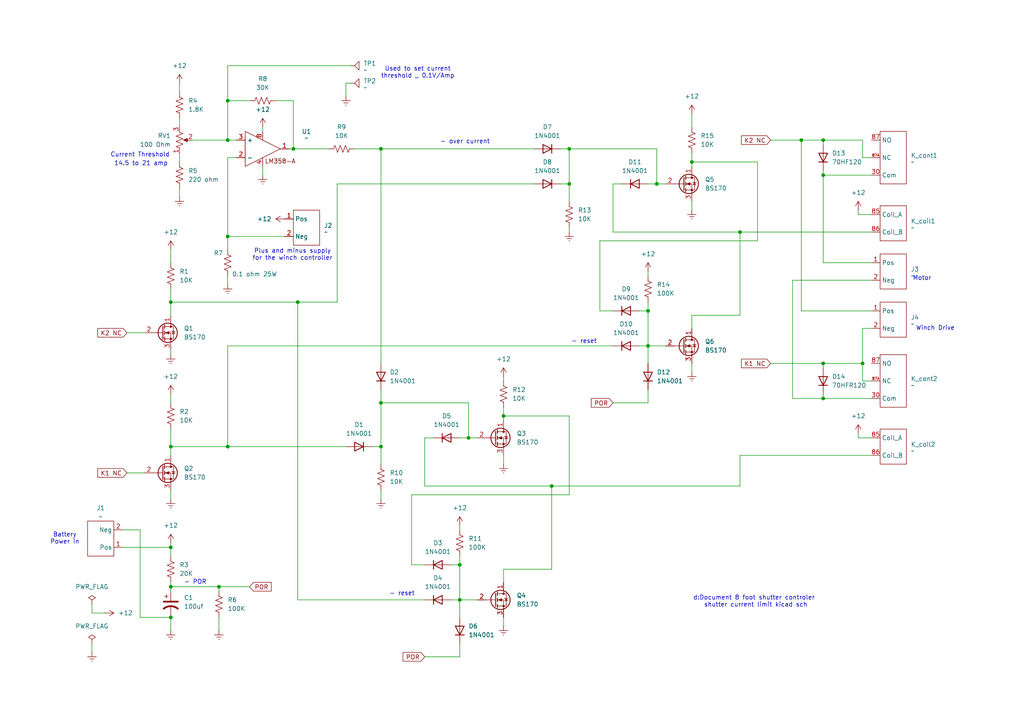
<source format=kicad_sch>
(kicad_sch
	(version 20231120)
	(generator "eeschema")
	(generator_version "8.0")
	(uuid "89ad0ea2-6059-4210-a655-138502456464")
	(paper "A4")
	(title_block
		(title "8 foot Shutter current limit")
		(date "2024-12-31")
		(rev "V02")
		(comment 9 "Author Clarke Yeager")
	)
	(lib_symbols
		(symbol "Device:C_Polarized_US"
			(pin_numbers hide)
			(pin_names
				(offset 0.254) hide)
			(exclude_from_sim no)
			(in_bom yes)
			(on_board yes)
			(property "Reference" "C"
				(at 0.635 2.54 0)
				(effects
					(font
						(size 1.27 1.27)
					)
					(justify left)
				)
			)
			(property "Value" "C_Polarized_US"
				(at 0.635 -2.54 0)
				(effects
					(font
						(size 1.27 1.27)
					)
					(justify left)
				)
			)
			(property "Footprint" ""
				(at 0 0 0)
				(effects
					(font
						(size 1.27 1.27)
					)
					(hide yes)
				)
			)
			(property "Datasheet" "~"
				(at 0 0 0)
				(effects
					(font
						(size 1.27 1.27)
					)
					(hide yes)
				)
			)
			(property "Description" "Polarized capacitor, US symbol"
				(at 0 0 0)
				(effects
					(font
						(size 1.27 1.27)
					)
					(hide yes)
				)
			)
			(property "ki_keywords" "cap capacitor"
				(at 0 0 0)
				(effects
					(font
						(size 1.27 1.27)
					)
					(hide yes)
				)
			)
			(property "ki_fp_filters" "CP_*"
				(at 0 0 0)
				(effects
					(font
						(size 1.27 1.27)
					)
					(hide yes)
				)
			)
			(symbol "C_Polarized_US_0_1"
				(polyline
					(pts
						(xy -2.032 0.762) (xy 2.032 0.762)
					)
					(stroke
						(width 0.508)
						(type default)
					)
					(fill
						(type none)
					)
				)
				(polyline
					(pts
						(xy -1.778 2.286) (xy -0.762 2.286)
					)
					(stroke
						(width 0)
						(type default)
					)
					(fill
						(type none)
					)
				)
				(polyline
					(pts
						(xy -1.27 1.778) (xy -1.27 2.794)
					)
					(stroke
						(width 0)
						(type default)
					)
					(fill
						(type none)
					)
				)
				(arc
					(start 2.032 -1.27)
					(mid 0 -0.5572)
					(end -2.032 -1.27)
					(stroke
						(width 0.508)
						(type default)
					)
					(fill
						(type none)
					)
				)
			)
			(symbol "C_Polarized_US_1_1"
				(pin passive line
					(at 0 3.81 270)
					(length 2.794)
					(name "~"
						(effects
							(font
								(size 1.27 1.27)
							)
						)
					)
					(number "1"
						(effects
							(font
								(size 1.27 1.27)
							)
						)
					)
				)
				(pin passive line
					(at 0 -3.81 90)
					(length 3.302)
					(name "~"
						(effects
							(font
								(size 1.27 1.27)
							)
						)
					)
					(number "2"
						(effects
							(font
								(size 1.27 1.27)
							)
						)
					)
				)
			)
		)
		(symbol "Device:R_US"
			(pin_numbers hide)
			(pin_names
				(offset 0)
			)
			(exclude_from_sim no)
			(in_bom yes)
			(on_board yes)
			(property "Reference" "R"
				(at 2.54 0 90)
				(effects
					(font
						(size 1.27 1.27)
					)
				)
			)
			(property "Value" "R_US"
				(at -2.54 0 90)
				(effects
					(font
						(size 1.27 1.27)
					)
				)
			)
			(property "Footprint" ""
				(at 1.016 -0.254 90)
				(effects
					(font
						(size 1.27 1.27)
					)
					(hide yes)
				)
			)
			(property "Datasheet" "~"
				(at 0 0 0)
				(effects
					(font
						(size 1.27 1.27)
					)
					(hide yes)
				)
			)
			(property "Description" "Resistor, US symbol"
				(at 0 0 0)
				(effects
					(font
						(size 1.27 1.27)
					)
					(hide yes)
				)
			)
			(property "ki_keywords" "R res resistor"
				(at 0 0 0)
				(effects
					(font
						(size 1.27 1.27)
					)
					(hide yes)
				)
			)
			(property "ki_fp_filters" "R_*"
				(at 0 0 0)
				(effects
					(font
						(size 1.27 1.27)
					)
					(hide yes)
				)
			)
			(symbol "R_US_0_1"
				(polyline
					(pts
						(xy 0 -2.286) (xy 0 -2.54)
					)
					(stroke
						(width 0)
						(type default)
					)
					(fill
						(type none)
					)
				)
				(polyline
					(pts
						(xy 0 2.286) (xy 0 2.54)
					)
					(stroke
						(width 0)
						(type default)
					)
					(fill
						(type none)
					)
				)
				(polyline
					(pts
						(xy 0 -0.762) (xy 1.016 -1.143) (xy 0 -1.524) (xy -1.016 -1.905) (xy 0 -2.286)
					)
					(stroke
						(width 0)
						(type default)
					)
					(fill
						(type none)
					)
				)
				(polyline
					(pts
						(xy 0 0.762) (xy 1.016 0.381) (xy 0 0) (xy -1.016 -0.381) (xy 0 -0.762)
					)
					(stroke
						(width 0)
						(type default)
					)
					(fill
						(type none)
					)
				)
				(polyline
					(pts
						(xy 0 2.286) (xy 1.016 1.905) (xy 0 1.524) (xy -1.016 1.143) (xy 0 0.762)
					)
					(stroke
						(width 0)
						(type default)
					)
					(fill
						(type none)
					)
				)
			)
			(symbol "R_US_1_1"
				(pin passive line
					(at 0 3.81 270)
					(length 1.27)
					(name "~"
						(effects
							(font
								(size 1.27 1.27)
							)
						)
					)
					(number "1"
						(effects
							(font
								(size 1.27 1.27)
							)
						)
					)
				)
				(pin passive line
					(at 0 -3.81 90)
					(length 1.27)
					(name "~"
						(effects
							(font
								(size 1.27 1.27)
							)
						)
					)
					(number "2"
						(effects
							(font
								(size 1.27 1.27)
							)
						)
					)
				)
			)
		)
		(symbol "Diode:1N4001"
			(pin_numbers hide)
			(pin_names hide)
			(exclude_from_sim no)
			(in_bom yes)
			(on_board yes)
			(property "Reference" "D"
				(at 0 2.54 0)
				(effects
					(font
						(size 1.27 1.27)
					)
				)
			)
			(property "Value" "1N4001"
				(at 0 -2.54 0)
				(effects
					(font
						(size 1.27 1.27)
					)
				)
			)
			(property "Footprint" "Diode_THT:D_DO-41_SOD81_P10.16mm_Horizontal"
				(at 0 0 0)
				(effects
					(font
						(size 1.27 1.27)
					)
					(hide yes)
				)
			)
			(property "Datasheet" "http://www.vishay.com/docs/88503/1n4001.pdf"
				(at 0 0 0)
				(effects
					(font
						(size 1.27 1.27)
					)
					(hide yes)
				)
			)
			(property "Description" "50V 1A General Purpose Rectifier Diode, DO-41"
				(at 0 0 0)
				(effects
					(font
						(size 1.27 1.27)
					)
					(hide yes)
				)
			)
			(property "Sim.Device" "D"
				(at 0 0 0)
				(effects
					(font
						(size 1.27 1.27)
					)
					(hide yes)
				)
			)
			(property "Sim.Pins" "1=K 2=A"
				(at 0 0 0)
				(effects
					(font
						(size 1.27 1.27)
					)
					(hide yes)
				)
			)
			(property "ki_keywords" "diode"
				(at 0 0 0)
				(effects
					(font
						(size 1.27 1.27)
					)
					(hide yes)
				)
			)
			(property "ki_fp_filters" "D*DO?41*"
				(at 0 0 0)
				(effects
					(font
						(size 1.27 1.27)
					)
					(hide yes)
				)
			)
			(symbol "1N4001_0_1"
				(polyline
					(pts
						(xy -1.27 1.27) (xy -1.27 -1.27)
					)
					(stroke
						(width 0.254)
						(type default)
					)
					(fill
						(type none)
					)
				)
				(polyline
					(pts
						(xy 1.27 0) (xy -1.27 0)
					)
					(stroke
						(width 0)
						(type default)
					)
					(fill
						(type none)
					)
				)
				(polyline
					(pts
						(xy 1.27 1.27) (xy 1.27 -1.27) (xy -1.27 0) (xy 1.27 1.27)
					)
					(stroke
						(width 0.254)
						(type default)
					)
					(fill
						(type none)
					)
				)
			)
			(symbol "1N4001_1_1"
				(pin passive line
					(at -3.81 0 0)
					(length 2.54)
					(name "K"
						(effects
							(font
								(size 1.27 1.27)
							)
						)
					)
					(number "1"
						(effects
							(font
								(size 1.27 1.27)
							)
						)
					)
				)
				(pin passive line
					(at 3.81 0 180)
					(length 2.54)
					(name "A"
						(effects
							(font
								(size 1.27 1.27)
							)
						)
					)
					(number "2"
						(effects
							(font
								(size 1.27 1.27)
							)
						)
					)
				)
			)
		)
		(symbol "K_coil_1"
			(exclude_from_sim no)
			(in_bom yes)
			(on_board yes)
			(property "Reference" "K_coil"
				(at 13.97 -2.54 0)
				(effects
					(font
						(size 1.27 1.27)
					)
				)
			)
			(property "Value" ""
				(at 0 0 0)
				(effects
					(font
						(size 1.27 1.27)
					)
				)
			)
			(property "Footprint" ""
				(at 0 0 0)
				(effects
					(font
						(size 1.27 1.27)
					)
					(hide yes)
				)
			)
			(property "Datasheet" ""
				(at 0 0 0)
				(effects
					(font
						(size 1.27 1.27)
					)
					(hide yes)
				)
			)
			(property "Description" ""
				(at 0 0 0)
				(effects
					(font
						(size 1.27 1.27)
					)
					(hide yes)
				)
			)
			(symbol "K_coil_1_0_1"
				(rectangle
					(start 2.54 2.54)
					(end 10.16 -7.62)
					(stroke
						(width 0)
						(type default)
					)
					(fill
						(type none)
					)
				)
			)
			(symbol "K_coil_1_1_1"
				(pin input line
					(at 0 0 0)
					(length 2.54)
					(name "Coil_A"
						(effects
							(font
								(size 1.27 1.27)
							)
						)
					)
					(number "85"
						(effects
							(font
								(size 1.27 1.27)
							)
						)
					)
				)
				(pin output line
					(at 0 -5.08 0)
					(length 2.54)
					(name "Coil_B"
						(effects
							(font
								(size 1.27 1.27)
							)
						)
					)
					(number "86"
						(effects
							(font
								(size 1.27 1.27)
							)
						)
					)
				)
			)
		)
		(symbol "Shutter current limit_Library_0:70HF120_diode"
			(pin_numbers hide)
			(pin_names hide)
			(exclude_from_sim no)
			(in_bom yes)
			(on_board yes)
			(property "Reference" "D"
				(at 0 2.54 0)
				(effects
					(font
						(size 1.27 1.27)
					)
				)
			)
			(property "Value" "70HF120"
				(at 0 -2.54 0)
				(effects
					(font
						(size 1.27 1.27)
					)
				)
			)
			(property "Footprint" "Diode_THT:D_DO-41_SOD81_P10.16mm_Horizontal"
				(at 0 0 0)
				(effects
					(font
						(size 1.27 1.27)
					)
					(hide yes)
				)
			)
			(property "Datasheet" "http://www.vishay.com/docs/88503/1n4001.pdf"
				(at 0 0 0)
				(effects
					(font
						(size 1.27 1.27)
					)
					(hide yes)
				)
			)
			(property "Description" "50V 1A General Purpose Rectifier Diode, DO-41"
				(at 0 0 0)
				(effects
					(font
						(size 1.27 1.27)
					)
					(hide yes)
				)
			)
			(property "Sim.Device" "D"
				(at 0 0 0)
				(effects
					(font
						(size 1.27 1.27)
					)
					(hide yes)
				)
			)
			(property "Sim.Pins" ""
				(at 0 0 0)
				(effects
					(font
						(size 1.27 1.27)
					)
					(hide yes)
				)
			)
			(property "ki_keywords" "diode"
				(at 0 0 0)
				(effects
					(font
						(size 1.27 1.27)
					)
					(hide yes)
				)
			)
			(property "ki_fp_filters" "D*DO?41*"
				(at 0 0 0)
				(effects
					(font
						(size 1.27 1.27)
					)
					(hide yes)
				)
			)
			(symbol "70HF120_diode_0_1"
				(polyline
					(pts
						(xy -1.27 1.27) (xy -1.27 -1.27)
					)
					(stroke
						(width 0.254)
						(type default)
					)
					(fill
						(type none)
					)
				)
				(polyline
					(pts
						(xy 1.27 0) (xy -1.27 0)
					)
					(stroke
						(width 0)
						(type default)
					)
					(fill
						(type none)
					)
				)
				(polyline
					(pts
						(xy 1.27 1.27) (xy 1.27 -1.27) (xy -1.27 0) (xy 1.27 1.27)
					)
					(stroke
						(width 0.254)
						(type default)
					)
					(fill
						(type none)
					)
				)
			)
			(symbol "70HF120_diode_1_1"
				(pin passive line
					(at -3.81 0 0)
					(length 2.54)
					(name "K"
						(effects
							(font
								(size 1.27 1.27)
							)
						)
					)
					(number "1"
						(effects
							(font
								(size 1.27 1.27)
							)
						)
					)
				)
				(pin passive line
					(at 3.81 0 180)
					(length 2.54)
					(name "A"
						(effects
							(font
								(size 1.27 1.27)
							)
						)
					)
					(number "2"
						(effects
							(font
								(size 1.27 1.27)
							)
						)
					)
				)
			)
		)
		(symbol "Shutter current limit_Library_0:70HFR120_diode"
			(pin_numbers hide)
			(pin_names hide)
			(exclude_from_sim no)
			(in_bom yes)
			(on_board yes)
			(property "Reference" "D"
				(at 0 2.54 0)
				(effects
					(font
						(size 1.27 1.27)
					)
				)
			)
			(property "Value" "70HFR120"
				(at 0 -2.54 0)
				(effects
					(font
						(size 1.27 1.27)
					)
				)
			)
			(property "Footprint" "Diode_THT:D_DO-41_SOD81_P10.16mm_Horizontal"
				(at 0 0 0)
				(effects
					(font
						(size 1.27 1.27)
					)
					(hide yes)
				)
			)
			(property "Datasheet" "http://www.vishay.com/docs/88503/1n4001.pdf"
				(at 0 0 0)
				(effects
					(font
						(size 1.27 1.27)
					)
					(hide yes)
				)
			)
			(property "Description" "50V 1A General Purpose Rectifier Diode, DO-41"
				(at 0 0 0)
				(effects
					(font
						(size 1.27 1.27)
					)
					(hide yes)
				)
			)
			(property "Sim.Device" "D"
				(at 0 0 0)
				(effects
					(font
						(size 1.27 1.27)
					)
					(hide yes)
				)
			)
			(property "Sim.Pins" ""
				(at 0 0 0)
				(effects
					(font
						(size 1.27 1.27)
					)
					(hide yes)
				)
			)
			(property "ki_keywords" "diode"
				(at 0 0 0)
				(effects
					(font
						(size 1.27 1.27)
					)
					(hide yes)
				)
			)
			(property "ki_fp_filters" "D*DO?41*"
				(at 0 0 0)
				(effects
					(font
						(size 1.27 1.27)
					)
					(hide yes)
				)
			)
			(symbol "70HFR120_diode_0_1"
				(polyline
					(pts
						(xy 1.27 0) (xy -1.27 0)
					)
					(stroke
						(width 0)
						(type default)
					)
					(fill
						(type none)
					)
				)
				(polyline
					(pts
						(xy 1.27 1.27) (xy 1.27 -1.27)
					)
					(stroke
						(width 0.254)
						(type default)
					)
					(fill
						(type none)
					)
				)
				(polyline
					(pts
						(xy -1.27 -1.27) (xy -1.27 1.27) (xy 1.27 0) (xy -1.27 -1.27)
					)
					(stroke
						(width 0.254)
						(type default)
					)
					(fill
						(type none)
					)
				)
			)
			(symbol "70HFR120_diode_1_1"
				(pin passive line
					(at -3.81 0 0)
					(length 2.54)
					(name "K"
						(effects
							(font
								(size 1.27 1.27)
							)
						)
					)
					(number "1"
						(effects
							(font
								(size 1.27 1.27)
							)
						)
					)
				)
				(pin passive line
					(at 3.81 0 180)
					(length 2.54)
					(name "A"
						(effects
							(font
								(size 1.27 1.27)
							)
						)
					)
					(number "2"
						(effects
							(font
								(size 1.27 1.27)
							)
						)
					)
				)
			)
		)
		(symbol "Shutter current limit_Library_0:BS170"
			(pin_names hide)
			(exclude_from_sim no)
			(in_bom yes)
			(on_board yes)
			(property "Reference" "Q"
				(at 5.08 1.905 0)
				(effects
					(font
						(size 1.27 1.27)
					)
					(justify left)
				)
			)
			(property "Value" "BS170"
				(at 5.08 0 0)
				(effects
					(font
						(size 1.27 1.27)
					)
					(justify left)
				)
			)
			(property "Footprint" "Package_TO_SOT_THT:TO-92_Inline"
				(at 5.08 -1.905 0)
				(effects
					(font
						(size 1.27 1.27)
						(italic yes)
					)
					(justify left)
					(hide yes)
				)
			)
			(property "Datasheet" "https://www.onsemi.com/pub/Collateral/BS170-D.PDF"
				(at 5.08 -3.81 0)
				(effects
					(font
						(size 1.27 1.27)
					)
					(justify left)
					(hide yes)
				)
			)
			(property "Description" "0.5A Id, 60V Vds, N-Channel MOSFET, TO-92"
				(at 0 0 0)
				(effects
					(font
						(size 1.27 1.27)
					)
					(hide yes)
				)
			)
			(property "ki_keywords" "N-Channel MOSFET"
				(at 0 0 0)
				(effects
					(font
						(size 1.27 1.27)
					)
					(hide yes)
				)
			)
			(property "ki_fp_filters" "TO?92*"
				(at 0 0 0)
				(effects
					(font
						(size 1.27 1.27)
					)
					(hide yes)
				)
			)
			(symbol "BS170_0_1"
				(polyline
					(pts
						(xy 0.254 0) (xy -2.54 0)
					)
					(stroke
						(width 0)
						(type default)
					)
					(fill
						(type none)
					)
				)
				(polyline
					(pts
						(xy 0.254 1.905) (xy 0.254 -1.905)
					)
					(stroke
						(width 0.254)
						(type default)
					)
					(fill
						(type none)
					)
				)
				(polyline
					(pts
						(xy 0.762 -1.27) (xy 0.762 -2.286)
					)
					(stroke
						(width 0.254)
						(type default)
					)
					(fill
						(type none)
					)
				)
				(polyline
					(pts
						(xy 0.762 0.508) (xy 0.762 -0.508)
					)
					(stroke
						(width 0.254)
						(type default)
					)
					(fill
						(type none)
					)
				)
				(polyline
					(pts
						(xy 0.762 2.286) (xy 0.762 1.27)
					)
					(stroke
						(width 0.254)
						(type default)
					)
					(fill
						(type none)
					)
				)
				(polyline
					(pts
						(xy 2.54 2.54) (xy 2.54 1.778)
					)
					(stroke
						(width 0)
						(type default)
					)
					(fill
						(type none)
					)
				)
				(polyline
					(pts
						(xy 2.54 -2.54) (xy 2.54 0) (xy 0.762 0)
					)
					(stroke
						(width 0)
						(type default)
					)
					(fill
						(type none)
					)
				)
				(polyline
					(pts
						(xy 0.762 -1.778) (xy 3.302 -1.778) (xy 3.302 1.778) (xy 0.762 1.778)
					)
					(stroke
						(width 0)
						(type default)
					)
					(fill
						(type none)
					)
				)
				(polyline
					(pts
						(xy 1.016 0) (xy 2.032 0.381) (xy 2.032 -0.381) (xy 1.016 0)
					)
					(stroke
						(width 0)
						(type default)
					)
					(fill
						(type outline)
					)
				)
				(polyline
					(pts
						(xy 2.794 0.508) (xy 2.921 0.381) (xy 3.683 0.381) (xy 3.81 0.254)
					)
					(stroke
						(width 0)
						(type default)
					)
					(fill
						(type none)
					)
				)
				(polyline
					(pts
						(xy 3.302 0.381) (xy 2.921 -0.254) (xy 3.683 -0.254) (xy 3.302 0.381)
					)
					(stroke
						(width 0)
						(type default)
					)
					(fill
						(type none)
					)
				)
				(circle
					(center 1.651 0)
					(radius 2.794)
					(stroke
						(width 0.254)
						(type default)
					)
					(fill
						(type none)
					)
				)
				(circle
					(center 2.54 -1.778)
					(radius 0.254)
					(stroke
						(width 0)
						(type default)
					)
					(fill
						(type outline)
					)
				)
				(circle
					(center 2.54 1.778)
					(radius 0.254)
					(stroke
						(width 0)
						(type default)
					)
					(fill
						(type outline)
					)
				)
			)
			(symbol "BS170_1_1"
				(pin passive line
					(at 2.54 5.08 270)
					(length 2.54)
					(name "D"
						(effects
							(font
								(size 1.27 1.27)
							)
						)
					)
					(number "1"
						(effects
							(font
								(size 1.27 1.27)
							)
						)
					)
				)
				(pin input line
					(at -5.08 0 0)
					(length 2.54)
					(name "G"
						(effects
							(font
								(size 1.27 1.27)
							)
						)
					)
					(number "2"
						(effects
							(font
								(size 1.27 1.27)
							)
						)
					)
				)
				(pin passive line
					(at 2.54 -5.08 90)
					(length 2.54)
					(name "S"
						(effects
							(font
								(size 1.27 1.27)
							)
						)
					)
					(number "3"
						(effects
							(font
								(size 1.27 1.27)
							)
						)
					)
				)
			)
		)
		(symbol "Shutter current limit_Library_0:J_Power"
			(exclude_from_sim no)
			(in_bom yes)
			(on_board yes)
			(property "Reference" "J"
				(at 13.97 1.27 0)
				(effects
					(font
						(size 1.27 1.27)
					)
				)
			)
			(property "Value" ""
				(at 0 0 0)
				(effects
					(font
						(size 1.27 1.27)
					)
				)
			)
			(property "Footprint" ""
				(at 0 0 0)
				(effects
					(font
						(size 1.27 1.27)
					)
					(hide yes)
				)
			)
			(property "Datasheet" ""
				(at 0 0 0)
				(effects
					(font
						(size 1.27 1.27)
					)
					(hide yes)
				)
			)
			(property "Description" ""
				(at 0 0 0)
				(effects
					(font
						(size 1.27 1.27)
					)
					(hide yes)
				)
			)
			(symbol "J_Power_0_1"
				(rectangle
					(start 2.54 2.54)
					(end 10.16 -7.62)
					(stroke
						(width 0)
						(type default)
					)
					(fill
						(type none)
					)
				)
			)
			(symbol "J_Power_1_1"
				(pin passive line
					(at 0 0 0)
					(length 2.54)
					(name "Pos"
						(effects
							(font
								(size 1.27 1.27)
							)
						)
					)
					(number "1"
						(effects
							(font
								(size 1.27 1.27)
							)
						)
					)
				)
				(pin passive line
					(at 0 -5.08 0)
					(length 2.54)
					(name "Neg"
						(effects
							(font
								(size 1.27 1.27)
							)
						)
					)
					(number "2"
						(effects
							(font
								(size 1.27 1.27)
							)
						)
					)
				)
			)
		)
		(symbol "Shutter current limit_Library_0:K_cont"
			(exclude_from_sim no)
			(in_bom yes)
			(on_board yes)
			(property "Reference" "K_cont"
				(at 13.97 13.97 0)
				(effects
					(font
						(size 1.27 1.27)
					)
				)
			)
			(property "Value" ""
				(at 13.97 13.97 0)
				(effects
					(font
						(size 1.27 1.27)
					)
				)
			)
			(property "Footprint" ""
				(at 13.97 13.97 0)
				(effects
					(font
						(size 1.27 1.27)
					)
					(hide yes)
				)
			)
			(property "Datasheet" ""
				(at 13.97 13.97 0)
				(effects
					(font
						(size 1.27 1.27)
					)
					(hide yes)
				)
			)
			(property "Description" ""
				(at 13.97 13.97 0)
				(effects
					(font
						(size 1.27 1.27)
					)
					(hide yes)
				)
			)
			(symbol "K_cont_0_1"
				(rectangle
					(start 2.54 7.62)
					(end 10.16 -7.62)
					(stroke
						(width 0)
						(type default)
					)
					(fill
						(type none)
					)
				)
			)
			(symbol "K_cont_1_1"
				(pin output line
					(at 0 -5.08 0)
					(length 2.54)
					(name "Com"
						(effects
							(font
								(size 1.27 1.27)
							)
						)
					)
					(number "30"
						(effects
							(font
								(size 1.27 1.27)
							)
						)
					)
				)
				(pin free line
					(at 0 5.08 0)
					(length 2.54)
					(name "NO"
						(effects
							(font
								(size 1.27 1.27)
							)
						)
					)
					(number "87"
						(effects
							(font
								(size 1.27 1.27)
							)
						)
					)
				)
				(pin output line
					(at 0 0 0)
					(length 2.54)
					(name "NC"
						(effects
							(font
								(size 1.27 1.27)
							)
						)
					)
					(number "87A"
						(effects
							(font
								(size 0.762 0.762)
							)
						)
					)
				)
			)
		)
		(symbol "Shutter current limit_Library_0:LM358-A"
			(exclude_from_sim no)
			(in_bom yes)
			(on_board yes)
			(property "Reference" "U"
				(at -2.794 6.858 0)
				(effects
					(font
						(size 1.27 1.27)
					)
				)
			)
			(property "Value" ""
				(at 0 0 0)
				(effects
					(font
						(size 1.27 1.27)
					)
				)
			)
			(property "Footprint" ""
				(at 0 0 0)
				(effects
					(font
						(size 1.27 1.27)
					)
					(hide yes)
				)
			)
			(property "Datasheet" ""
				(at 0 0 0)
				(effects
					(font
						(size 1.27 1.27)
					)
					(hide yes)
				)
			)
			(property "Description" ""
				(at 0 0 0)
				(effects
					(font
						(size 1.27 1.27)
					)
					(hide yes)
				)
			)
			(property "ki_locked" ""
				(at 0 0 0)
				(effects
					(font
						(size 1.27 1.27)
					)
				)
			)
			(symbol "LM358-A_1_1"
				(polyline
					(pts
						(xy -3.81 -3.81) (xy -3.81 3.81)
					)
					(stroke
						(width 0)
						(type default)
					)
					(fill
						(type none)
					)
				)
				(polyline
					(pts
						(xy -3.81 5.08) (xy -3.81 -5.08) (xy 6.35 0) (xy -3.81 5.08)
					)
					(stroke
						(width 0)
						(type default)
					)
					(fill
						(type none)
					)
				)
				(text "LM358-A"
					(at 6.35 -3.556 0)
					(effects
						(font
							(size 1.27 1.27)
						)
					)
				)
				(pin input line
					(at 8.89 0 180)
					(length 2.54)
					(name ""
						(effects
							(font
								(size 1.27 1.27)
							)
						)
					)
					(number "1"
						(effects
							(font
								(size 1.27 1.27)
							)
						)
					)
				)
				(pin input line
					(at -6.35 -2.54 0)
					(length 2.54)
					(name "-"
						(effects
							(font
								(size 1.27 1.27)
							)
						)
					)
					(number "2"
						(effects
							(font
								(size 1.27 1.27)
							)
						)
					)
				)
				(pin input line
					(at -6.35 2.54 0)
					(length 2.54)
					(name "+"
						(effects
							(font
								(size 1.27 1.27)
							)
						)
					)
					(number "3"
						(effects
							(font
								(size 1.27 1.27)
							)
						)
					)
				)
				(pin input line
					(at 1.27 -5.08 90)
					(length 2.54)
					(name ""
						(effects
							(font
								(size 1.27 1.27)
							)
						)
					)
					(number "4"
						(effects
							(font
								(size 1.27 1.27)
							)
						)
					)
				)
				(pin input line
					(at 1.27 5.08 270)
					(length 2.54)
					(name ""
						(effects
							(font
								(size 1.27 1.27)
							)
						)
					)
					(number "8"
						(effects
							(font
								(size 1.27 1.27)
							)
						)
					)
				)
			)
		)
		(symbol "Shutter current limit_Library_0:R_Potentiometer_US"
			(pin_names
				(offset 1.016) hide)
			(exclude_from_sim no)
			(in_bom yes)
			(on_board yes)
			(property "Reference" "RV"
				(at -4.445 0 90)
				(effects
					(font
						(size 1.27 1.27)
					)
				)
			)
			(property "Value" "R_Potentiometer_US"
				(at -2.54 0 90)
				(effects
					(font
						(size 1.27 1.27)
					)
				)
			)
			(property "Footprint" ""
				(at 0 0 0)
				(effects
					(font
						(size 1.27 1.27)
					)
					(hide yes)
				)
			)
			(property "Datasheet" "~"
				(at 0 0 0)
				(effects
					(font
						(size 1.27 1.27)
					)
					(hide yes)
				)
			)
			(property "Description" "Potentiometer, US symbol"
				(at 0 0 0)
				(effects
					(font
						(size 1.27 1.27)
					)
					(hide yes)
				)
			)
			(property "ki_keywords" "resistor variable"
				(at 0 0 0)
				(effects
					(font
						(size 1.27 1.27)
					)
					(hide yes)
				)
			)
			(property "ki_fp_filters" "Potentiometer*"
				(at 0 0 0)
				(effects
					(font
						(size 1.27 1.27)
					)
					(hide yes)
				)
			)
			(symbol "R_Potentiometer_US_0_1"
				(polyline
					(pts
						(xy 0 -2.286) (xy 0 -2.54)
					)
					(stroke
						(width 0)
						(type default)
					)
					(fill
						(type none)
					)
				)
				(polyline
					(pts
						(xy 0 2.54) (xy 0 2.286)
					)
					(stroke
						(width 0)
						(type default)
					)
					(fill
						(type none)
					)
				)
				(polyline
					(pts
						(xy 2.54 0) (xy 1.524 0)
					)
					(stroke
						(width 0)
						(type default)
					)
					(fill
						(type none)
					)
				)
				(polyline
					(pts
						(xy 1.143 0) (xy 2.286 0.508) (xy 2.286 -0.508) (xy 1.143 0)
					)
					(stroke
						(width 0)
						(type default)
					)
					(fill
						(type outline)
					)
				)
				(polyline
					(pts
						(xy 0 -0.762) (xy 1.016 -1.143) (xy 0 -1.524) (xy -1.016 -1.905) (xy 0 -2.286)
					)
					(stroke
						(width 0)
						(type default)
					)
					(fill
						(type none)
					)
				)
				(polyline
					(pts
						(xy 0 0.762) (xy 1.016 0.381) (xy 0 0) (xy -1.016 -0.381) (xy 0 -0.762)
					)
					(stroke
						(width 0)
						(type default)
					)
					(fill
						(type none)
					)
				)
				(polyline
					(pts
						(xy 0 2.286) (xy 1.016 1.905) (xy 0 1.524) (xy -1.016 1.143) (xy 0 0.762)
					)
					(stroke
						(width 0)
						(type default)
					)
					(fill
						(type none)
					)
				)
			)
			(symbol "R_Potentiometer_US_1_1"
				(pin passive line
					(at 0 -3.81 90)
					(length 1.27)
					(name "1"
						(effects
							(font
								(size 1.27 1.27)
							)
						)
					)
					(number "1"
						(effects
							(font
								(size 1.27 1.27)
							)
						)
					)
				)
				(pin passive line
					(at 3.81 0 180)
					(length 1.27)
					(name "2"
						(effects
							(font
								(size 1.27 1.27)
							)
						)
					)
					(number "2"
						(effects
							(font
								(size 1.27 1.27)
							)
						)
					)
				)
				(pin passive line
					(at 0 3.81 270)
					(length 1.27)
					(name "3"
						(effects
							(font
								(size 1.27 1.27)
							)
						)
					)
					(number "3"
						(effects
							(font
								(size 1.27 1.27)
							)
						)
					)
				)
			)
		)
		(symbol "Shutter current limit_Library_0:TP"
			(pin_numbers hide)
			(pin_names
				(offset 0)
			)
			(exclude_from_sim no)
			(in_bom yes)
			(on_board yes)
			(property "Reference" ""
				(at 2.54 0 90)
				(effects
					(font
						(size 1.27 1.27)
					)
				)
			)
			(property "Value" "TP"
				(at -2.54 0 90)
				(effects
					(font
						(size 1.27 1.27)
					)
				)
			)
			(property "Footprint" ""
				(at 1.016 -0.254 90)
				(effects
					(font
						(size 1.27 1.27)
					)
					(hide yes)
				)
			)
			(property "Datasheet" "~"
				(at 0 0 0)
				(effects
					(font
						(size 1.27 1.27)
					)
					(hide yes)
				)
			)
			(property "Description" "Threshold test point"
				(at 1.27 -2.54 0)
				(effects
					(font
						(size 1.27 1.27)
					)
					(hide yes)
				)
			)
			(property "ki_keywords" "R res resistor"
				(at 0 0 0)
				(effects
					(font
						(size 1.27 1.27)
					)
					(hide yes)
				)
			)
			(property "ki_fp_filters" "R_*"
				(at 0 0 0)
				(effects
					(font
						(size 1.27 1.27)
					)
					(hide yes)
				)
			)
			(symbol "TP_0_1"
				(polyline
					(pts
						(xy 0 1.27) (xy -1.27 2.54) (xy 1.27 2.54) (xy 0 1.27)
					)
					(stroke
						(width 0)
						(type default)
					)
					(fill
						(type none)
					)
				)
			)
			(symbol "TP_1_1"
				(pin passive line
					(at 0 0 90)
					(length 1.27)
					(name "~"
						(effects
							(font
								(size 1.27 1.27)
							)
						)
					)
					(number "1"
						(effects
							(font
								(size 1.27 1.27)
							)
						)
					)
				)
			)
		)
		(symbol "Shutter current limit_Library_0:j 1X2"
			(exclude_from_sim no)
			(in_bom yes)
			(on_board yes)
			(property "Reference" "J"
				(at 13.97 1.27 0)
				(effects
					(font
						(size 1.27 1.27)
					)
				)
			)
			(property "Value" ""
				(at 0 0 0)
				(effects
					(font
						(size 1.27 1.27)
					)
				)
			)
			(property "Footprint" ""
				(at 0 0 0)
				(effects
					(font
						(size 1.27 1.27)
					)
					(hide yes)
				)
			)
			(property "Datasheet" ""
				(at 0 0 0)
				(effects
					(font
						(size 1.27 1.27)
					)
					(hide yes)
				)
			)
			(property "Description" ""
				(at 0 0 0)
				(effects
					(font
						(size 1.27 1.27)
					)
					(hide yes)
				)
			)
			(symbol "j 1X2_0_1"
				(rectangle
					(start 2.54 2.54)
					(end 10.16 -7.62)
					(stroke
						(width 0)
						(type default)
					)
					(fill
						(type none)
					)
				)
			)
			(symbol "j 1X2_1_1"
				(pin passive line
					(at 0 0 0)
					(length 2.54)
					(name "Pos"
						(effects
							(font
								(size 1.27 1.27)
							)
						)
					)
					(number "1"
						(effects
							(font
								(size 1.27 1.27)
							)
						)
					)
				)
				(pin passive line
					(at 0 -5.08 0)
					(length 2.54)
					(name "Neg"
						(effects
							(font
								(size 1.27 1.27)
							)
						)
					)
					(number "2"
						(effects
							(font
								(size 1.27 1.27)
							)
						)
					)
				)
			)
		)
		(symbol "power:Earth"
			(power)
			(pin_numbers hide)
			(pin_names
				(offset 0) hide)
			(exclude_from_sim no)
			(in_bom yes)
			(on_board yes)
			(property "Reference" "#PWR"
				(at 0 -6.35 0)
				(effects
					(font
						(size 1.27 1.27)
					)
					(hide yes)
				)
			)
			(property "Value" "Earth"
				(at 0 -3.81 0)
				(effects
					(font
						(size 1.27 1.27)
					)
				)
			)
			(property "Footprint" ""
				(at 0 0 0)
				(effects
					(font
						(size 1.27 1.27)
					)
					(hide yes)
				)
			)
			(property "Datasheet" "~"
				(at 0 0 0)
				(effects
					(font
						(size 1.27 1.27)
					)
					(hide yes)
				)
			)
			(property "Description" "Power symbol creates a global label with name \"Earth\""
				(at 0 0 0)
				(effects
					(font
						(size 1.27 1.27)
					)
					(hide yes)
				)
			)
			(property "ki_keywords" "global ground gnd"
				(at 0 0 0)
				(effects
					(font
						(size 1.27 1.27)
					)
					(hide yes)
				)
			)
			(symbol "Earth_0_1"
				(polyline
					(pts
						(xy -0.635 -1.905) (xy 0.635 -1.905)
					)
					(stroke
						(width 0)
						(type default)
					)
					(fill
						(type none)
					)
				)
				(polyline
					(pts
						(xy -0.127 -2.54) (xy 0.127 -2.54)
					)
					(stroke
						(width 0)
						(type default)
					)
					(fill
						(type none)
					)
				)
				(polyline
					(pts
						(xy 0 -1.27) (xy 0 0)
					)
					(stroke
						(width 0)
						(type default)
					)
					(fill
						(type none)
					)
				)
				(polyline
					(pts
						(xy 1.27 -1.27) (xy -1.27 -1.27)
					)
					(stroke
						(width 0)
						(type default)
					)
					(fill
						(type none)
					)
				)
			)
			(symbol "Earth_1_1"
				(pin power_in line
					(at 0 0 270)
					(length 0)
					(name "~"
						(effects
							(font
								(size 1.27 1.27)
							)
						)
					)
					(number "1"
						(effects
							(font
								(size 1.27 1.27)
							)
						)
					)
				)
			)
		)
		(symbol "power:PWR_FLAG"
			(power)
			(pin_numbers hide)
			(pin_names
				(offset 0) hide)
			(exclude_from_sim no)
			(in_bom yes)
			(on_board yes)
			(property "Reference" "#FLG"
				(at 0 1.905 0)
				(effects
					(font
						(size 1.27 1.27)
					)
					(hide yes)
				)
			)
			(property "Value" "PWR_FLAG"
				(at 0 3.81 0)
				(effects
					(font
						(size 1.27 1.27)
					)
				)
			)
			(property "Footprint" ""
				(at 0 0 0)
				(effects
					(font
						(size 1.27 1.27)
					)
					(hide yes)
				)
			)
			(property "Datasheet" "~"
				(at 0 0 0)
				(effects
					(font
						(size 1.27 1.27)
					)
					(hide yes)
				)
			)
			(property "Description" "Special symbol for telling ERC where power comes from"
				(at 0 0 0)
				(effects
					(font
						(size 1.27 1.27)
					)
					(hide yes)
				)
			)
			(property "ki_keywords" "flag power"
				(at 0 0 0)
				(effects
					(font
						(size 1.27 1.27)
					)
					(hide yes)
				)
			)
			(symbol "PWR_FLAG_0_0"
				(pin power_out line
					(at 0 0 90)
					(length 0)
					(name "~"
						(effects
							(font
								(size 1.27 1.27)
							)
						)
					)
					(number "1"
						(effects
							(font
								(size 1.27 1.27)
							)
						)
					)
				)
			)
			(symbol "PWR_FLAG_0_1"
				(polyline
					(pts
						(xy 0 0) (xy 0 1.27) (xy -1.016 1.905) (xy 0 2.54) (xy 1.016 1.905) (xy 0 1.27)
					)
					(stroke
						(width 0)
						(type default)
					)
					(fill
						(type none)
					)
				)
			)
		)
		(symbol "power:VCC"
			(power)
			(pin_numbers hide)
			(pin_names
				(offset 0) hide)
			(exclude_from_sim no)
			(in_bom yes)
			(on_board yes)
			(property "Reference" "#PWR"
				(at 0 -3.81 0)
				(effects
					(font
						(size 1.27 1.27)
					)
					(hide yes)
				)
			)
			(property "Value" "VCC"
				(at 0 3.556 0)
				(effects
					(font
						(size 1.27 1.27)
					)
				)
			)
			(property "Footprint" ""
				(at 0 0 0)
				(effects
					(font
						(size 1.27 1.27)
					)
					(hide yes)
				)
			)
			(property "Datasheet" ""
				(at 0 0 0)
				(effects
					(font
						(size 1.27 1.27)
					)
					(hide yes)
				)
			)
			(property "Description" "Power symbol creates a global label with name \"VCC\""
				(at 0 0 0)
				(effects
					(font
						(size 1.27 1.27)
					)
					(hide yes)
				)
			)
			(property "ki_keywords" "global power"
				(at 0 0 0)
				(effects
					(font
						(size 1.27 1.27)
					)
					(hide yes)
				)
			)
			(symbol "VCC_0_1"
				(polyline
					(pts
						(xy -0.762 1.27) (xy 0 2.54)
					)
					(stroke
						(width 0)
						(type default)
					)
					(fill
						(type none)
					)
				)
				(polyline
					(pts
						(xy 0 0) (xy 0 2.54)
					)
					(stroke
						(width 0)
						(type default)
					)
					(fill
						(type none)
					)
				)
				(polyline
					(pts
						(xy 0 2.54) (xy 0.762 1.27)
					)
					(stroke
						(width 0)
						(type default)
					)
					(fill
						(type none)
					)
				)
			)
			(symbol "VCC_1_1"
				(pin power_in line
					(at 0 0 90)
					(length 0)
					(name "~"
						(effects
							(font
								(size 1.27 1.27)
							)
						)
					)
					(number "1"
						(effects
							(font
								(size 1.27 1.27)
							)
						)
					)
				)
			)
		)
	)
	(junction
		(at 86.36 87.63)
		(diameter 0)
		(color 0 0 0 0)
		(uuid "097eb939-3c3a-42e7-93bc-ce0c1c9a29a5")
	)
	(junction
		(at 66.04 129.54)
		(diameter 0)
		(color 0 0 0 0)
		(uuid "15fbab4f-52ce-4694-9959-8ea250a07758")
	)
	(junction
		(at 160.02 140.97)
		(diameter 0)
		(color 0 0 0 0)
		(uuid "1c2a0fc0-fad7-4741-b67f-15a383d8e050")
	)
	(junction
		(at 49.53 179.07)
		(diameter 0)
		(color 0 0 0 0)
		(uuid "1d66474e-1bae-44f7-9296-7abb6c86a84b")
	)
	(junction
		(at 49.53 158.75)
		(diameter 0)
		(color 0 0 0 0)
		(uuid "21b69087-eb9f-4be2-b085-c01de577c677")
	)
	(junction
		(at 133.35 163.83)
		(diameter 0)
		(color 0 0 0 0)
		(uuid "27981d11-13fd-4798-b298-608ec5a07540")
	)
	(junction
		(at 187.96 90.17)
		(diameter 0)
		(color 0 0 0 0)
		(uuid "2b5a54cf-818e-4812-84f9-62daf50f67c3")
	)
	(junction
		(at 85.09 43.18)
		(diameter 0)
		(color 0 0 0 0)
		(uuid "3c4eafe6-58c0-4b04-b8b1-e1d0ee50fd16")
	)
	(junction
		(at 165.1 53.34)
		(diameter 0)
		(color 0 0 0 0)
		(uuid "52185b18-4fed-4e60-9ce8-77fb77977972")
	)
	(junction
		(at 187.96 100.33)
		(diameter 0)
		(color 0 0 0 0)
		(uuid "533ed1cc-ee16-4214-8f73-033084bb13f6")
	)
	(junction
		(at 214.63 67.31)
		(diameter 0)
		(color 0 0 0 0)
		(uuid "5db75269-3e8d-46e4-b1d4-13c003e7a760")
	)
	(junction
		(at 110.49 43.18)
		(diameter 0)
		(color 0 0 0 0)
		(uuid "5fbd8d45-50d7-4dd4-afaf-72119916ea05")
	)
	(junction
		(at 66.04 68.58)
		(diameter 0)
		(color 0 0 0 0)
		(uuid "62514135-5857-4f53-ba28-0f2ec8125c1d")
	)
	(junction
		(at 238.76 115.57)
		(diameter 0)
		(color 0 0 0 0)
		(uuid "668571b5-530d-4130-9b54-66d730bba13c")
	)
	(junction
		(at 250.19 105.41)
		(diameter 0)
		(color 0 0 0 0)
		(uuid "6b67b98b-f82e-416a-b436-98ee8429d49a")
	)
	(junction
		(at 49.53 129.54)
		(diameter 0)
		(color 0 0 0 0)
		(uuid "75c4848f-8692-43a9-9c91-1fdebdaee571")
	)
	(junction
		(at 49.53 170.18)
		(diameter 0)
		(color 0 0 0 0)
		(uuid "7e19a2f4-fb3f-4554-acb6-3f399e877219")
	)
	(junction
		(at 146.05 120.65)
		(diameter 0)
		(color 0 0 0 0)
		(uuid "99c37e8c-ce24-4e2c-80d4-4d41323230bb")
	)
	(junction
		(at 238.76 40.64)
		(diameter 0)
		(color 0 0 0 0)
		(uuid "9b91fc97-19d4-4912-b3f3-edb134b6025a")
	)
	(junction
		(at 133.35 173.99)
		(diameter 0)
		(color 0 0 0 0)
		(uuid "9eacc6d7-7cef-46b0-99f8-e1e335a19449")
	)
	(junction
		(at 238.76 105.41)
		(diameter 0)
		(color 0 0 0 0)
		(uuid "a5f73d8e-b2b5-4311-919d-4f6c312dd6b8")
	)
	(junction
		(at 232.41 40.64)
		(diameter 0)
		(color 0 0 0 0)
		(uuid "a678ec7d-a9e4-4987-a6b4-e2075f3e7392")
	)
	(junction
		(at 165.1 43.18)
		(diameter 0)
		(color 0 0 0 0)
		(uuid "b24746c5-93a9-424d-a0c3-67e0f03e3cf8")
	)
	(junction
		(at 49.53 87.63)
		(diameter 0)
		(color 0 0 0 0)
		(uuid "c94aed00-9767-45ad-8ce1-420a3534187b")
	)
	(junction
		(at 110.49 116.84)
		(diameter 0)
		(color 0 0 0 0)
		(uuid "ceb34c27-fccb-4ecb-b712-3266b678ef96")
	)
	(junction
		(at 110.49 129.54)
		(diameter 0)
		(color 0 0 0 0)
		(uuid "d1ed6b5c-bdbb-4055-84b4-f3a25e11c668")
	)
	(junction
		(at 238.76 50.8)
		(diameter 0)
		(color 0 0 0 0)
		(uuid "d2e4d609-dfc5-4a0c-bb73-b8a251440cb3")
	)
	(junction
		(at 63.5 170.18)
		(diameter 0)
		(color 0 0 0 0)
		(uuid "d8eef485-c268-44ef-b650-4883bb6a22dd")
	)
	(junction
		(at 190.5 53.34)
		(diameter 0)
		(color 0 0 0 0)
		(uuid "e5816aef-c4db-41f2-8aa7-321e25d25d5c")
	)
	(junction
		(at 135.89 127)
		(diameter 0)
		(color 0 0 0 0)
		(uuid "e79a823d-39a8-45b4-b48d-f420c11eb645")
	)
	(junction
		(at 66.04 40.64)
		(diameter 0)
		(color 0 0 0 0)
		(uuid "efeb9cfd-d6af-4d59-af33-5ac4727f1118")
	)
	(junction
		(at 66.04 29.21)
		(diameter 0)
		(color 0 0 0 0)
		(uuid "f1c48973-eec2-4a35-8c3c-5039cf8b70e0")
	)
	(junction
		(at 200.66 46.99)
		(diameter 0)
		(color 0 0 0 0)
		(uuid "f723ff90-2db7-435b-ae2a-0a1c1fdfb1a3")
	)
	(wire
		(pts
			(xy 63.5 170.18) (xy 72.39 170.18)
		)
		(stroke
			(width 0)
			(type default)
		)
		(uuid "0159d14a-2e19-4496-8db7-9db8d4cde68f")
	)
	(wire
		(pts
			(xy 110.49 134.62) (xy 110.49 129.54)
		)
		(stroke
			(width 0)
			(type default)
		)
		(uuid "020e500e-2bd8-42f6-bdc4-dd35bbf8aa69")
	)
	(wire
		(pts
			(xy 190.5 53.34) (xy 193.04 53.34)
		)
		(stroke
			(width 0)
			(type default)
		)
		(uuid "0332fff8-76c0-4fd1-a692-26ccd9ead11f")
	)
	(wire
		(pts
			(xy 133.35 161.29) (xy 133.35 163.83)
		)
		(stroke
			(width 0)
			(type default)
		)
		(uuid "03ce2ace-9c89-4819-8ae7-0005ab5d98fb")
	)
	(wire
		(pts
			(xy 110.49 142.24) (xy 110.49 144.78)
		)
		(stroke
			(width 0)
			(type default)
		)
		(uuid "0496583f-23d6-4022-9fc5-477b95b29a1c")
	)
	(wire
		(pts
			(xy 160.02 140.97) (xy 214.63 140.97)
		)
		(stroke
			(width 0)
			(type default)
		)
		(uuid "077b39f8-b5bc-48e5-b18d-8964d56a7c96")
	)
	(wire
		(pts
			(xy 63.5 170.18) (xy 63.5 171.45)
		)
		(stroke
			(width 0)
			(type default)
		)
		(uuid "085113bb-53ac-4d42-a563-f95b44f44c80")
	)
	(wire
		(pts
			(xy 66.04 19.05) (xy 101.6 19.05)
		)
		(stroke
			(width 0)
			(type default)
		)
		(uuid "0bc963d2-be85-4443-b7a6-3e259b2e0e2f")
	)
	(wire
		(pts
			(xy 130.81 163.83) (xy 133.35 163.83)
		)
		(stroke
			(width 0)
			(type default)
		)
		(uuid "0d1b24a5-fdcc-4b81-9be6-2261e0dbe260")
	)
	(wire
		(pts
			(xy 187.96 116.84) (xy 187.96 113.03)
		)
		(stroke
			(width 0)
			(type default)
		)
		(uuid "0f3ecd34-14e8-4c98-8e15-b31a135881c6")
	)
	(wire
		(pts
			(xy 66.04 29.21) (xy 66.04 40.64)
		)
		(stroke
			(width 0)
			(type default)
		)
		(uuid "0f925a14-5cd0-47ab-b979-5f54ebd7eab8")
	)
	(wire
		(pts
			(xy 146.05 118.11) (xy 146.05 120.65)
		)
		(stroke
			(width 0)
			(type default)
		)
		(uuid "0ff39511-9c76-4928-a2bf-c42933890bef")
	)
	(wire
		(pts
			(xy 165.1 58.42) (xy 165.1 53.34)
		)
		(stroke
			(width 0)
			(type default)
		)
		(uuid "10dd7479-2e8c-4dbc-81c8-51bd1c32bc40")
	)
	(wire
		(pts
			(xy 232.41 40.64) (xy 232.41 90.17)
		)
		(stroke
			(width 0)
			(type default)
		)
		(uuid "11114018-9e7e-4a37-a71e-7a60d85eded5")
	)
	(wire
		(pts
			(xy 250.19 110.49) (xy 250.19 105.41)
		)
		(stroke
			(width 0)
			(type default)
		)
		(uuid "115bde1f-d5c3-4c04-a278-26a2e884e5c4")
	)
	(wire
		(pts
			(xy 160.02 140.97) (xy 160.02 165.1)
		)
		(stroke
			(width 0)
			(type default)
		)
		(uuid "118b5a59-dfa0-4aa6-b5f1-6f69318088d6")
	)
	(wire
		(pts
			(xy 52.07 44.45) (xy 52.07 46.99)
		)
		(stroke
			(width 0)
			(type default)
		)
		(uuid "126aedff-f8b8-415d-b79c-952c0a656fc5")
	)
	(wire
		(pts
			(xy 200.66 33.02) (xy 200.66 36.83)
		)
		(stroke
			(width 0)
			(type default)
		)
		(uuid "132192cf-1477-414f-9aa0-e9ed90489513")
	)
	(wire
		(pts
			(xy 229.87 81.28) (xy 229.87 115.57)
		)
		(stroke
			(width 0)
			(type default)
		)
		(uuid "13f699fb-e72c-4729-a54c-5bd10ef2f9b3")
	)
	(wire
		(pts
			(xy 200.66 46.99) (xy 219.71 46.99)
		)
		(stroke
			(width 0)
			(type default)
		)
		(uuid "151ef9fc-dccd-4323-bd6c-d0051eca731a")
	)
	(wire
		(pts
			(xy 66.04 68.58) (xy 66.04 72.39)
		)
		(stroke
			(width 0)
			(type default)
		)
		(uuid "1558ce1f-10da-4abc-9612-23fbbccf2a9f")
	)
	(wire
		(pts
			(xy 83.82 43.18) (xy 85.09 43.18)
		)
		(stroke
			(width 0)
			(type default)
		)
		(uuid "1d24b9f2-40e0-4f94-bee4-068e7d517ae4")
	)
	(wire
		(pts
			(xy 146.05 179.07) (xy 146.05 181.61)
		)
		(stroke
			(width 0)
			(type default)
		)
		(uuid "1fe9c15e-9d1b-4127-9a39-0311a801f0bc")
	)
	(wire
		(pts
			(xy 85.09 43.18) (xy 95.25 43.18)
		)
		(stroke
			(width 0)
			(type default)
		)
		(uuid "207402f4-b4eb-4c26-b2be-3a0dae286818")
	)
	(wire
		(pts
			(xy 26.67 175.26) (xy 26.67 177.8)
		)
		(stroke
			(width 0)
			(type default)
		)
		(uuid "211c409c-05c2-4a13-93c6-e3d43efbd98e")
	)
	(wire
		(pts
			(xy 55.88 40.64) (xy 66.04 40.64)
		)
		(stroke
			(width 0)
			(type default)
		)
		(uuid "22a9baff-0757-4a1e-b1be-4ebb0e686175")
	)
	(wire
		(pts
			(xy 238.76 50.8) (xy 238.76 76.2)
		)
		(stroke
			(width 0)
			(type default)
		)
		(uuid "246fa57c-2a86-470d-8f40-3223cba91e62")
	)
	(wire
		(pts
			(xy 97.79 53.34) (xy 154.94 53.34)
		)
		(stroke
			(width 0)
			(type default)
		)
		(uuid "24831284-ccd9-4da9-863b-8f459fd223fa")
	)
	(wire
		(pts
			(xy 119.38 163.83) (xy 123.19 163.83)
		)
		(stroke
			(width 0)
			(type default)
		)
		(uuid "25c5089a-8b88-4ff0-9d31-e2695cd4ed99")
	)
	(wire
		(pts
			(xy 133.35 190.5) (xy 133.35 186.69)
		)
		(stroke
			(width 0)
			(type default)
		)
		(uuid "282b7ecb-fb6a-481f-be7e-f570eed2164c")
	)
	(wire
		(pts
			(xy 49.53 168.91) (xy 49.53 170.18)
		)
		(stroke
			(width 0)
			(type default)
		)
		(uuid "2a6e137c-d699-49d4-84f1-12a92990d0b8")
	)
	(wire
		(pts
			(xy 146.05 109.22) (xy 146.05 110.49)
		)
		(stroke
			(width 0)
			(type default)
		)
		(uuid "2bf3c9bb-f94e-4737-ae49-299a63654eb1")
	)
	(wire
		(pts
			(xy 52.07 24.13) (xy 52.07 26.67)
		)
		(stroke
			(width 0)
			(type default)
		)
		(uuid "2c1a3c00-ea87-4a9a-9dfd-98abcd56307b")
	)
	(wire
		(pts
			(xy 36.83 96.52) (xy 41.91 96.52)
		)
		(stroke
			(width 0)
			(type default)
		)
		(uuid "2da618e4-b9e4-4562-a490-fe34b3adb71a")
	)
	(wire
		(pts
			(xy 66.04 45.72) (xy 66.04 68.58)
		)
		(stroke
			(width 0)
			(type default)
		)
		(uuid "2f68748f-7a93-45f8-84e0-2614ec404fd6")
	)
	(wire
		(pts
			(xy 238.76 114.3) (xy 238.76 115.57)
		)
		(stroke
			(width 0)
			(type default)
		)
		(uuid "30711016-4765-4687-bf1f-840f01fca341")
	)
	(wire
		(pts
			(xy 35.56 158.75) (xy 49.53 158.75)
		)
		(stroke
			(width 0)
			(type default)
		)
		(uuid "31bc729a-36cc-49c5-a831-d2ddd79ba2ea")
	)
	(wire
		(pts
			(xy 185.42 100.33) (xy 187.96 100.33)
		)
		(stroke
			(width 0)
			(type default)
		)
		(uuid "32981c04-5717-4167-b358-58b022eef483")
	)
	(wire
		(pts
			(xy 146.05 132.08) (xy 146.05 134.62)
		)
		(stroke
			(width 0)
			(type default)
		)
		(uuid "33ac42dd-1431-4dbe-9c89-6f4303fa4608")
	)
	(wire
		(pts
			(xy 180.34 53.34) (xy 177.8 53.34)
		)
		(stroke
			(width 0)
			(type default)
		)
		(uuid "370398f4-f956-49b3-b616-37beab9584b2")
	)
	(wire
		(pts
			(xy 110.49 116.84) (xy 135.89 116.84)
		)
		(stroke
			(width 0)
			(type default)
		)
		(uuid "3c44aafd-ec63-42b6-a2ab-cadd7b31c6b2")
	)
	(wire
		(pts
			(xy 232.41 90.17) (xy 252.73 90.17)
		)
		(stroke
			(width 0)
			(type default)
		)
		(uuid "3d2b3d2e-d814-49a6-805f-beff502ad55c")
	)
	(wire
		(pts
			(xy 173.99 69.85) (xy 219.71 69.85)
		)
		(stroke
			(width 0)
			(type default)
		)
		(uuid "3e2cce1a-a383-4ef1-895e-ddc2c7369397")
	)
	(wire
		(pts
			(xy 185.42 90.17) (xy 187.96 90.17)
		)
		(stroke
			(width 0)
			(type default)
		)
		(uuid "40b3e5af-6626-4516-80ed-8aab84be3cfe")
	)
	(wire
		(pts
			(xy 252.73 110.49) (xy 250.19 110.49)
		)
		(stroke
			(width 0)
			(type default)
		)
		(uuid "419078f6-ac8f-4e61-acd9-c152d6016de3")
	)
	(wire
		(pts
			(xy 133.35 163.83) (xy 133.35 173.99)
		)
		(stroke
			(width 0)
			(type default)
		)
		(uuid "4201ad84-a1d5-4593-8722-6bb703404440")
	)
	(wire
		(pts
			(xy 238.76 105.41) (xy 250.19 105.41)
		)
		(stroke
			(width 0)
			(type default)
		)
		(uuid "42a24f4b-a900-4077-b635-1a7eec287195")
	)
	(wire
		(pts
			(xy 223.52 105.41) (xy 238.76 105.41)
		)
		(stroke
			(width 0)
			(type default)
		)
		(uuid "43dabf57-3c79-4088-a5b7-d7f175a40061")
	)
	(wire
		(pts
			(xy 36.83 137.16) (xy 41.91 137.16)
		)
		(stroke
			(width 0)
			(type default)
		)
		(uuid "45308d35-1aca-4d26-b1d4-0f624a3c91e0")
	)
	(wire
		(pts
			(xy 250.19 45.72) (xy 252.73 45.72)
		)
		(stroke
			(width 0)
			(type default)
		)
		(uuid "48725c38-2fe0-4805-9bd4-185724ece201")
	)
	(wire
		(pts
			(xy 238.76 105.41) (xy 238.76 106.68)
		)
		(stroke
			(width 0)
			(type default)
		)
		(uuid "4aa35d04-6313-4686-992a-29219f847b2f")
	)
	(wire
		(pts
			(xy 66.04 68.58) (xy 82.55 68.58)
		)
		(stroke
			(width 0)
			(type default)
		)
		(uuid "4af3ae86-d7df-4c18-876e-3e3fcab5f3d3")
	)
	(wire
		(pts
			(xy 135.89 116.84) (xy 135.89 127)
		)
		(stroke
			(width 0)
			(type default)
		)
		(uuid "4dbc1104-be17-4ea7-8d97-0f3e1ff6ae42")
	)
	(wire
		(pts
			(xy 133.35 173.99) (xy 138.43 173.99)
		)
		(stroke
			(width 0)
			(type default)
		)
		(uuid "4e98160f-aad3-4417-a5a2-4eeae47d3bc9")
	)
	(wire
		(pts
			(xy 66.04 19.05) (xy 66.04 29.21)
		)
		(stroke
			(width 0)
			(type default)
		)
		(uuid "5064e2f5-7e17-4d94-8c07-00004ad7bfa2")
	)
	(wire
		(pts
			(xy 229.87 115.57) (xy 238.76 115.57)
		)
		(stroke
			(width 0)
			(type default)
		)
		(uuid "50a7fb65-bafe-45fa-94ce-1802e8577dd7")
	)
	(wire
		(pts
			(xy 97.79 53.34) (xy 97.79 87.63)
		)
		(stroke
			(width 0)
			(type default)
		)
		(uuid "51977df1-d463-4c61-8ac3-4b933957071e")
	)
	(wire
		(pts
			(xy 66.04 100.33) (xy 177.8 100.33)
		)
		(stroke
			(width 0)
			(type default)
		)
		(uuid "520589a2-a5ac-4394-9da1-d588c8c8cc85")
	)
	(wire
		(pts
			(xy 49.53 179.07) (xy 40.64 179.07)
		)
		(stroke
			(width 0)
			(type default)
		)
		(uuid "58e33b3c-7cba-4039-b6fd-9d19b673e551")
	)
	(wire
		(pts
			(xy 146.05 120.65) (xy 146.05 121.92)
		)
		(stroke
			(width 0)
			(type default)
		)
		(uuid "596e4bbc-0546-4561-996d-f588799aad96")
	)
	(wire
		(pts
			(xy 66.04 80.01) (xy 66.04 82.55)
		)
		(stroke
			(width 0)
			(type default)
		)
		(uuid "5b570513-d843-426a-b3e0-e49fe54eec28")
	)
	(wire
		(pts
			(xy 187.96 90.17) (xy 187.96 100.33)
		)
		(stroke
			(width 0)
			(type default)
		)
		(uuid "5c271abd-4228-4c18-beda-02ab52524de2")
	)
	(wire
		(pts
			(xy 200.66 91.44) (xy 200.66 95.25)
		)
		(stroke
			(width 0)
			(type default)
		)
		(uuid "5c3ab950-684a-4b91-b307-045b79b72dff")
	)
	(wire
		(pts
			(xy 187.96 78.74) (xy 187.96 80.01)
		)
		(stroke
			(width 0)
			(type default)
		)
		(uuid "5ead01d8-f16a-40b3-8364-d8aa7471cddd")
	)
	(wire
		(pts
			(xy 49.53 170.18) (xy 49.53 171.45)
		)
		(stroke
			(width 0)
			(type default)
		)
		(uuid "62fe6aa2-9d07-4903-bc1a-fd60a7dbd1be")
	)
	(wire
		(pts
			(xy 80.01 29.21) (xy 85.09 29.21)
		)
		(stroke
			(width 0)
			(type default)
		)
		(uuid "64515f26-18c5-4a67-a36a-628f65cc5171")
	)
	(wire
		(pts
			(xy 52.07 54.61) (xy 52.07 57.15)
		)
		(stroke
			(width 0)
			(type default)
		)
		(uuid "65d0431d-089d-46cb-9b09-c970d9db7b9e")
	)
	(wire
		(pts
			(xy 187.96 87.63) (xy 187.96 90.17)
		)
		(stroke
			(width 0)
			(type default)
		)
		(uuid "68c5779b-00dc-4c09-8c88-818ce6a30bc2")
	)
	(wire
		(pts
			(xy 66.04 45.72) (xy 68.58 45.72)
		)
		(stroke
			(width 0)
			(type default)
		)
		(uuid "6a9e2449-e415-403b-82e0-e214ca90db1e")
	)
	(wire
		(pts
			(xy 200.66 58.42) (xy 200.66 60.96)
		)
		(stroke
			(width 0)
			(type default)
		)
		(uuid "6c1ba62b-a0af-4575-9ff8-0fd5c276dfeb")
	)
	(wire
		(pts
			(xy 110.49 43.18) (xy 154.94 43.18)
		)
		(stroke
			(width 0)
			(type default)
		)
		(uuid "6c72116e-1358-4a38-96c4-9bef0ca5a270")
	)
	(wire
		(pts
			(xy 49.53 72.39) (xy 49.53 76.2)
		)
		(stroke
			(width 0)
			(type default)
		)
		(uuid "6c8c4f72-db08-4344-af46-f1022ded1299")
	)
	(wire
		(pts
			(xy 177.8 53.34) (xy 177.8 67.31)
		)
		(stroke
			(width 0)
			(type default)
		)
		(uuid "6dc53d51-7ad4-4967-b6af-2b35dad57b64")
	)
	(wire
		(pts
			(xy 133.35 152.4) (xy 133.35 153.67)
		)
		(stroke
			(width 0)
			(type default)
		)
		(uuid "6e553462-f0bc-45ee-a4aa-e435f3010e55")
	)
	(wire
		(pts
			(xy 130.81 173.99) (xy 133.35 173.99)
		)
		(stroke
			(width 0)
			(type default)
		)
		(uuid "6ec71ce1-f854-4890-9ff3-b8f08fcd8878")
	)
	(wire
		(pts
			(xy 250.19 45.72) (xy 250.19 40.64)
		)
		(stroke
			(width 0)
			(type default)
		)
		(uuid "72dae65e-b187-4dc3-9c45-947d56eddef8")
	)
	(wire
		(pts
			(xy 200.66 44.45) (xy 200.66 46.99)
		)
		(stroke
			(width 0)
			(type default)
		)
		(uuid "73436087-26ac-4d30-888a-00e60b90a044")
	)
	(wire
		(pts
			(xy 232.41 40.64) (xy 238.76 40.64)
		)
		(stroke
			(width 0)
			(type default)
		)
		(uuid "756a0e16-4a6c-4ef4-984c-eac437933595")
	)
	(wire
		(pts
			(xy 146.05 120.65) (xy 165.1 120.65)
		)
		(stroke
			(width 0)
			(type default)
		)
		(uuid "777726d3-6fa3-4980-9232-74a88ba0177b")
	)
	(wire
		(pts
			(xy 248.92 60.96) (xy 248.92 62.23)
		)
		(stroke
			(width 0)
			(type default)
		)
		(uuid "7b80ba1d-97a5-4b65-8e5d-b19312040f59")
	)
	(wire
		(pts
			(xy 238.76 50.8) (xy 252.73 50.8)
		)
		(stroke
			(width 0)
			(type default)
		)
		(uuid "7c0a793f-236f-4e58-8ee3-022b9096f9b7")
	)
	(wire
		(pts
			(xy 63.5 179.07) (xy 63.5 182.88)
		)
		(stroke
			(width 0)
			(type default)
		)
		(uuid "7c22b699-25ab-4f3a-a70f-53a71d3fe37d")
	)
	(wire
		(pts
			(xy 223.52 40.64) (xy 232.41 40.64)
		)
		(stroke
			(width 0)
			(type default)
		)
		(uuid "7e23b1b0-114a-4d93-a4ed-b619369ba09d")
	)
	(wire
		(pts
			(xy 49.53 124.46) (xy 49.53 129.54)
		)
		(stroke
			(width 0)
			(type default)
		)
		(uuid "7e2d85aa-367a-40af-860b-9157ff33a4bd")
	)
	(wire
		(pts
			(xy 177.8 67.31) (xy 214.63 67.31)
		)
		(stroke
			(width 0)
			(type default)
		)
		(uuid "7ee6daf8-21ba-47b8-a02c-9c27eed7fe69")
	)
	(wire
		(pts
			(xy 165.1 120.65) (xy 165.1 143.51)
		)
		(stroke
			(width 0)
			(type default)
		)
		(uuid "82574609-fea5-4520-8c4b-9a1cae80c662")
	)
	(wire
		(pts
			(xy 165.1 53.34) (xy 165.1 43.18)
		)
		(stroke
			(width 0)
			(type default)
		)
		(uuid "849b1bb9-f2df-4317-9d69-a4788289abcb")
	)
	(wire
		(pts
			(xy 66.04 100.33) (xy 66.04 129.54)
		)
		(stroke
			(width 0)
			(type default)
		)
		(uuid "85fde83d-daa2-4d85-aaae-a143f61245f3")
	)
	(wire
		(pts
			(xy 229.87 81.28) (xy 252.73 81.28)
		)
		(stroke
			(width 0)
			(type default)
		)
		(uuid "87de6446-e005-44e2-bdbf-7aee5712396f")
	)
	(wire
		(pts
			(xy 76.2 36.83) (xy 76.2 38.1)
		)
		(stroke
			(width 0)
			(type default)
		)
		(uuid "890fbd09-76b7-427f-a692-3b935790c4c0")
	)
	(wire
		(pts
			(xy 49.53 83.82) (xy 49.53 87.63)
		)
		(stroke
			(width 0)
			(type default)
		)
		(uuid "8918b26a-80e2-4926-bf99-3b6810210958")
	)
	(wire
		(pts
			(xy 49.53 142.24) (xy 49.53 144.78)
		)
		(stroke
			(width 0)
			(type default)
		)
		(uuid "8bff66a9-ab77-43d4-8ebd-9c2a93daf221")
	)
	(wire
		(pts
			(xy 66.04 40.64) (xy 68.58 40.64)
		)
		(stroke
			(width 0)
			(type default)
		)
		(uuid "8fd8685d-3a55-4015-86c0-fb225f8646d4")
	)
	(wire
		(pts
			(xy 165.1 53.34) (xy 162.56 53.34)
		)
		(stroke
			(width 0)
			(type default)
		)
		(uuid "905c2de3-03e7-4426-9500-31c0e407b63e")
	)
	(wire
		(pts
			(xy 49.53 170.18) (xy 63.5 170.18)
		)
		(stroke
			(width 0)
			(type default)
		)
		(uuid "90e9cef6-f3a2-4d74-99f7-968c92e71c3d")
	)
	(wire
		(pts
			(xy 238.76 40.64) (xy 250.19 40.64)
		)
		(stroke
			(width 0)
			(type default)
		)
		(uuid "9107a7c8-1395-4175-8f71-4f64a7023d17")
	)
	(wire
		(pts
			(xy 40.64 179.07) (xy 40.64 153.67)
		)
		(stroke
			(width 0)
			(type default)
		)
		(uuid "93b2a086-6bde-4095-8cf0-b7b745b6c9d4")
	)
	(wire
		(pts
			(xy 49.53 158.75) (xy 49.53 161.29)
		)
		(stroke
			(width 0)
			(type default)
		)
		(uuid "94da779b-f50c-418b-84e8-96c6ccb1f4e2")
	)
	(wire
		(pts
			(xy 76.2 48.26) (xy 76.2 50.8)
		)
		(stroke
			(width 0)
			(type default)
		)
		(uuid "95184c97-a1c9-4c29-aa3d-20d65a420b50")
	)
	(wire
		(pts
			(xy 177.8 116.84) (xy 187.96 116.84)
		)
		(stroke
			(width 0)
			(type default)
		)
		(uuid "95bae79a-751d-4c82-91de-08757a75a82d")
	)
	(wire
		(pts
			(xy 86.36 87.63) (xy 86.36 173.99)
		)
		(stroke
			(width 0)
			(type default)
		)
		(uuid "964f7bbc-6cca-4930-a9ce-00ea06efbd31")
	)
	(wire
		(pts
			(xy 102.87 43.18) (xy 110.49 43.18)
		)
		(stroke
			(width 0)
			(type default)
		)
		(uuid "96a7d203-9ac3-4359-a237-d6d49b5cb560")
	)
	(wire
		(pts
			(xy 125.73 127) (xy 123.19 127)
		)
		(stroke
			(width 0)
			(type default)
		)
		(uuid "9c82872b-5087-4cb3-a715-dd4e68ac8096")
	)
	(wire
		(pts
			(xy 123.19 127) (xy 123.19 140.97)
		)
		(stroke
			(width 0)
			(type default)
		)
		(uuid "a01b8fae-6f00-40d7-923a-7dcdc0f78676")
	)
	(wire
		(pts
			(xy 248.92 127) (xy 252.73 127)
		)
		(stroke
			(width 0)
			(type default)
		)
		(uuid "a13318d8-b4f8-4a8e-a913-18d19c02313e")
	)
	(wire
		(pts
			(xy 200.66 105.41) (xy 200.66 107.95)
		)
		(stroke
			(width 0)
			(type default)
		)
		(uuid "a36e6675-4384-41a3-bc35-1a0f6ae4ab0d")
	)
	(wire
		(pts
			(xy 190.5 43.18) (xy 190.5 53.34)
		)
		(stroke
			(width 0)
			(type default)
		)
		(uuid "a4012cfc-5a10-4c52-86af-bd3ca1e012d4")
	)
	(wire
		(pts
			(xy 110.49 129.54) (xy 107.95 129.54)
		)
		(stroke
			(width 0)
			(type default)
		)
		(uuid "a8dac663-078a-4b93-a70b-1299fcafadad")
	)
	(wire
		(pts
			(xy 100.33 27.94) (xy 100.33 24.13)
		)
		(stroke
			(width 0)
			(type default)
		)
		(uuid "a9401c29-8229-4c58-8baf-dfac996bd248")
	)
	(wire
		(pts
			(xy 85.09 43.18) (xy 85.09 29.21)
		)
		(stroke
			(width 0)
			(type default)
		)
		(uuid "a9735e2c-626f-48fd-a2f6-6453df007e0f")
	)
	(wire
		(pts
			(xy 248.92 62.23) (xy 252.73 62.23)
		)
		(stroke
			(width 0)
			(type default)
		)
		(uuid "a9e42afe-48cb-4026-bd43-9f9468c2bbb1")
	)
	(wire
		(pts
			(xy 49.53 114.3) (xy 49.53 116.84)
		)
		(stroke
			(width 0)
			(type default)
		)
		(uuid "acdcc4a5-acc9-4349-bcc6-1f179f175169")
	)
	(wire
		(pts
			(xy 119.38 143.51) (xy 119.38 163.83)
		)
		(stroke
			(width 0)
			(type default)
		)
		(uuid "aecc2cc7-854c-4200-b713-2350960da31b")
	)
	(wire
		(pts
			(xy 165.1 43.18) (xy 162.56 43.18)
		)
		(stroke
			(width 0)
			(type default)
		)
		(uuid "b013c008-da0a-4d83-897f-a662b6cf04c8")
	)
	(wire
		(pts
			(xy 40.64 153.67) (xy 35.56 153.67)
		)
		(stroke
			(width 0)
			(type default)
		)
		(uuid "b33719ae-c4d1-4a67-8870-777c5de2d7e8")
	)
	(wire
		(pts
			(xy 135.89 127) (xy 138.43 127)
		)
		(stroke
			(width 0)
			(type default)
		)
		(uuid "b567e9d5-b379-459a-837c-6bc34be3f676")
	)
	(wire
		(pts
			(xy 26.67 186.69) (xy 26.67 189.23)
		)
		(stroke
			(width 0)
			(type default)
		)
		(uuid "b69ff391-5e08-494a-a884-58d4989cea84")
	)
	(wire
		(pts
			(xy 49.53 129.54) (xy 49.53 132.08)
		)
		(stroke
			(width 0)
			(type default)
		)
		(uuid "b6f0d8ca-e057-4e27-aac0-dafb504f79d2")
	)
	(wire
		(pts
			(xy 214.63 91.44) (xy 200.66 91.44)
		)
		(stroke
			(width 0)
			(type default)
		)
		(uuid "b86c6dc5-286e-4e64-9a4b-b2a867718a7e")
	)
	(wire
		(pts
			(xy 187.96 53.34) (xy 190.5 53.34)
		)
		(stroke
			(width 0)
			(type default)
		)
		(uuid "b886198f-5462-4d0c-928b-31790347958f")
	)
	(wire
		(pts
			(xy 110.49 116.84) (xy 110.49 129.54)
		)
		(stroke
			(width 0)
			(type default)
		)
		(uuid "b9733bcf-1e0b-48dd-9bd1-9fcab68da9d7")
	)
	(wire
		(pts
			(xy 238.76 40.64) (xy 238.76 41.91)
		)
		(stroke
			(width 0)
			(type default)
		)
		(uuid "ba835db6-65e0-40fd-9bd9-7dccc6696a73")
	)
	(wire
		(pts
			(xy 165.1 43.18) (xy 190.5 43.18)
		)
		(stroke
			(width 0)
			(type default)
		)
		(uuid "bb7d4195-0be6-49ec-995b-3d2cc347306c")
	)
	(wire
		(pts
			(xy 49.53 129.54) (xy 66.04 129.54)
		)
		(stroke
			(width 0)
			(type default)
		)
		(uuid "bbbe4b2d-7291-4473-862d-5f6e65726017")
	)
	(wire
		(pts
			(xy 66.04 129.54) (xy 100.33 129.54)
		)
		(stroke
			(width 0)
			(type default)
		)
		(uuid "bbeae1f1-ef7d-4e0e-893f-3ce0589cb6c5")
	)
	(wire
		(pts
			(xy 133.35 173.99) (xy 133.35 179.07)
		)
		(stroke
			(width 0)
			(type default)
		)
		(uuid "bca51c23-fbc8-4f87-9235-554701cf4a23")
	)
	(wire
		(pts
			(xy 173.99 90.17) (xy 177.8 90.17)
		)
		(stroke
			(width 0)
			(type default)
		)
		(uuid "bec1c59c-e713-490d-94d1-bec85dcb961d")
	)
	(wire
		(pts
			(xy 187.96 100.33) (xy 193.04 100.33)
		)
		(stroke
			(width 0)
			(type default)
		)
		(uuid "c062c823-1371-4429-a9f2-e178e59cd76b")
	)
	(wire
		(pts
			(xy 49.53 87.63) (xy 86.36 87.63)
		)
		(stroke
			(width 0)
			(type default)
		)
		(uuid "c1efeb6e-0199-468f-85b5-13ea043ecd1e")
	)
	(wire
		(pts
			(xy 214.63 132.08) (xy 252.73 132.08)
		)
		(stroke
			(width 0)
			(type default)
		)
		(uuid "c482bbff-a42e-4c26-9058-92abc35e3b40")
	)
	(wire
		(pts
			(xy 49.53 179.07) (xy 49.53 182.88)
		)
		(stroke
			(width 0)
			(type default)
		)
		(uuid "c4986a2a-18a9-4e20-9350-fdfc24c5f288")
	)
	(wire
		(pts
			(xy 49.53 157.48) (xy 49.53 158.75)
		)
		(stroke
			(width 0)
			(type default)
		)
		(uuid "c771fd8e-b76f-4619-b9ab-7f03b1c5a040")
	)
	(wire
		(pts
			(xy 86.36 173.99) (xy 123.19 173.99)
		)
		(stroke
			(width 0)
			(type default)
		)
		(uuid "c7f51149-1cda-4bbe-ad0d-09a1a1b1418b")
	)
	(wire
		(pts
			(xy 214.63 67.31) (xy 214.63 91.44)
		)
		(stroke
			(width 0)
			(type default)
		)
		(uuid "cae6a800-8904-4212-a697-debcfc088a27")
	)
	(wire
		(pts
			(xy 110.49 43.18) (xy 110.49 105.41)
		)
		(stroke
			(width 0)
			(type default)
		)
		(uuid "cc7d193e-6c29-410a-a6eb-7526892bae59")
	)
	(wire
		(pts
			(xy 200.66 46.99) (xy 200.66 48.26)
		)
		(stroke
			(width 0)
			(type default)
		)
		(uuid "cf6a06ad-5743-4a96-a7d6-0df242e3805b")
	)
	(wire
		(pts
			(xy 214.63 67.31) (xy 252.73 67.31)
		)
		(stroke
			(width 0)
			(type default)
		)
		(uuid "cf953bde-e0eb-4e02-b1da-eeee0fde9d8d")
	)
	(wire
		(pts
			(xy 248.92 125.73) (xy 248.92 127)
		)
		(stroke
			(width 0)
			(type default)
		)
		(uuid "cfb6ef07-f71b-40f5-8e6a-ad9c7915e82d")
	)
	(wire
		(pts
			(xy 238.76 49.53) (xy 238.76 50.8)
		)
		(stroke
			(width 0)
			(type default)
		)
		(uuid "d0d86aa3-dc14-4c09-b810-fb0acc938e4d")
	)
	(wire
		(pts
			(xy 219.71 46.99) (xy 219.71 69.85)
		)
		(stroke
			(width 0)
			(type default)
		)
		(uuid "d3a41253-1259-40d5-8dfc-feb9c0dc1900")
	)
	(wire
		(pts
			(xy 86.36 87.63) (xy 97.79 87.63)
		)
		(stroke
			(width 0)
			(type default)
		)
		(uuid "d3e2552b-fd2a-447c-b91e-0705ab567321")
	)
	(wire
		(pts
			(xy 49.53 87.63) (xy 49.53 91.44)
		)
		(stroke
			(width 0)
			(type default)
		)
		(uuid "d4c944a3-9e49-45aa-8649-d690b356a7c5")
	)
	(wire
		(pts
			(xy 146.05 165.1) (xy 146.05 168.91)
		)
		(stroke
			(width 0)
			(type default)
		)
		(uuid "d5c430de-57b4-4c46-837f-68c1cc4bf67b")
	)
	(wire
		(pts
			(xy 238.76 115.57) (xy 252.73 115.57)
		)
		(stroke
			(width 0)
			(type default)
		)
		(uuid "d6733749-1d14-4675-957c-22eb05fb9292")
	)
	(wire
		(pts
			(xy 133.35 127) (xy 135.89 127)
		)
		(stroke
			(width 0)
			(type default)
		)
		(uuid "d95eac86-1762-45d7-9538-af2d9fc4a228")
	)
	(wire
		(pts
			(xy 173.99 69.85) (xy 173.99 90.17)
		)
		(stroke
			(width 0)
			(type default)
		)
		(uuid "db240741-6a9b-4707-b302-82f91a19671c")
	)
	(wire
		(pts
			(xy 252.73 95.25) (xy 250.19 95.25)
		)
		(stroke
			(width 0)
			(type default)
		)
		(uuid "de3d24e3-efb8-4b0d-b7f6-106c1951f4fe")
	)
	(wire
		(pts
			(xy 123.19 140.97) (xy 160.02 140.97)
		)
		(stroke
			(width 0)
			(type default)
		)
		(uuid "e05953bc-2061-4d0d-9699-bea97c90cc70")
	)
	(wire
		(pts
			(xy 100.33 24.13) (xy 101.6 24.13)
		)
		(stroke
			(width 0)
			(type default)
		)
		(uuid "e2c409da-7957-4f55-a0a9-12d879c88758")
	)
	(wire
		(pts
			(xy 214.63 132.08) (xy 214.63 140.97)
		)
		(stroke
			(width 0)
			(type default)
		)
		(uuid "e402fd8b-78eb-4a2e-af2c-5cf3c1a07485")
	)
	(wire
		(pts
			(xy 123.19 190.5) (xy 133.35 190.5)
		)
		(stroke
			(width 0)
			(type default)
		)
		(uuid "e46cf02d-7b78-4ae6-82b0-a55f3e9ee457")
	)
	(wire
		(pts
			(xy 165.1 66.04) (xy 165.1 67.31)
		)
		(stroke
			(width 0)
			(type default)
		)
		(uuid "e65ab93a-d707-485b-b5b0-39a35cd468b0")
	)
	(wire
		(pts
			(xy 119.38 143.51) (xy 165.1 143.51)
		)
		(stroke
			(width 0)
			(type default)
		)
		(uuid "eb9de291-0545-4bee-abcd-7225aabab469")
	)
	(wire
		(pts
			(xy 250.19 95.25) (xy 250.19 105.41)
		)
		(stroke
			(width 0)
			(type default)
		)
		(uuid "eeb69e2e-18a7-4574-832c-00aabfd412c0")
	)
	(wire
		(pts
			(xy 49.53 101.6) (xy 49.53 102.87)
		)
		(stroke
			(width 0)
			(type default)
		)
		(uuid "ef207faf-1806-4928-8b15-1f7d8cf55bbe")
	)
	(wire
		(pts
			(xy 26.67 177.8) (xy 30.48 177.8)
		)
		(stroke
			(width 0)
			(type default)
		)
		(uuid "f3b8528d-fb81-41f7-b20d-9ba29e28b90f")
	)
	(wire
		(pts
			(xy 238.76 76.2) (xy 252.73 76.2)
		)
		(stroke
			(width 0)
			(type default)
		)
		(uuid "f3d18c45-9f17-41ec-99a5-b5541cf23f14")
	)
	(wire
		(pts
			(xy 160.02 165.1) (xy 146.05 165.1)
		)
		(stroke
			(width 0)
			(type default)
		)
		(uuid "f41eed66-e5cd-4ba8-893b-a8c6feaf072f")
	)
	(wire
		(pts
			(xy 187.96 100.33) (xy 187.96 105.41)
		)
		(stroke
			(width 0)
			(type default)
		)
		(uuid "f4490a3e-a407-4637-8e45-4314bb5a3606")
	)
	(wire
		(pts
			(xy 110.49 113.03) (xy 110.49 116.84)
		)
		(stroke
			(width 0)
			(type default)
		)
		(uuid "f50d8301-7847-4113-86cb-b83b8ae68441")
	)
	(wire
		(pts
			(xy 72.39 29.21) (xy 66.04 29.21)
		)
		(stroke
			(width 0)
			(type default)
		)
		(uuid "f7b11ecb-eccd-479c-a6ab-03d6d876af98")
	)
	(wire
		(pts
			(xy 52.07 34.29) (xy 52.07 36.83)
		)
		(stroke
			(width 0)
			(type default)
		)
		(uuid "fb1f1bbf-dace-437c-82b3-bea7a9d7a504")
	)
	(text "Used to set current\nthreshold _ 0.1V/Amp"
		(exclude_from_sim no)
		(at 121.158 21.082 0)
		(effects
			(font
				(size 1.27 1.27)
			)
		)
		(uuid "02b7beea-c10c-4e92-ad39-d01eac77d25a")
	)
	(text "Winch Drive"
		(exclude_from_sim no)
		(at 271.272 95.25 0)
		(effects
			(font
				(size 1.27 1.27)
			)
		)
		(uuid "1ab82dcd-b543-4b79-9344-4c6d91a283b8")
	)
	(text "- reset"
		(exclude_from_sim no)
		(at 116.586 172.212 0)
		(effects
			(font
				(size 1.27 1.27)
			)
		)
		(uuid "5b295ce1-7dcd-49bb-9f94-fa901b8cbcf1")
	)
	(text "Current Threshold"
		(exclude_from_sim no)
		(at 40.64 44.958 0)
		(effects
			(font
				(size 1.27 1.27)
			)
		)
		(uuid "678153a7-2dcc-4265-9a34-ee40ac181ed6")
	)
	(text "Plus and minus supply\nfor the winch controller"
		(exclude_from_sim no)
		(at 84.836 73.914 0)
		(effects
			(font
				(size 1.27 1.27)
			)
		)
		(uuid "864e9037-55d6-4846-b4db-e2ae5b1fe1ec")
	)
	(text "- over current"
		(exclude_from_sim no)
		(at 134.874 41.148 0)
		(effects
			(font
				(size 1.27 1.27)
			)
		)
		(uuid "8a68598e-5115-4501-b14e-3d9baa418511")
	)
	(text "d:Document 8 foot shutter controler \nshutter current limit kicad sch"
		(exclude_from_sim no)
		(at 219.202 174.498 0)
		(effects
			(font
				(size 1.27 1.27)
			)
		)
		(uuid "ab7cbbec-7c87-4b2b-b047-3828f722b89d")
	)
	(text "- POR"
		(exclude_from_sim no)
		(at 56.642 168.91 0)
		(effects
			(font
				(size 1.27 1.27)
			)
		)
		(uuid "cc1a2546-c40a-49fe-9500-4fed280752b2")
	)
	(text "Motor"
		(exclude_from_sim no)
		(at 267.462 80.772 0)
		(effects
			(font
				(size 1.27 1.27)
			)
		)
		(uuid "cdcaf112-e9df-40e7-a3d5-8e45b47338d9")
	)
	(text "- reset"
		(exclude_from_sim no)
		(at 169.418 99.06 0)
		(effects
			(font
				(size 1.27 1.27)
			)
		)
		(uuid "d660d19c-63dd-494d-a355-744f511ff4ec")
	)
	(text "Battery\nPower in\n"
		(exclude_from_sim no)
		(at 18.796 156.21 0)
		(effects
			(font
				(size 1.27 1.27)
			)
		)
		(uuid "eaf326e5-9e81-4ede-95c7-d6fafe5bf05c")
	)
	(text "14.5 to 21 amp"
		(exclude_from_sim no)
		(at 40.894 47.498 0)
		(effects
			(font
				(size 1.27 1.27)
			)
		)
		(uuid "f6bf227d-24bb-4992-8ef4-7b6d9730c4d3")
	)
	(global_label "POR"
		(shape input)
		(at 177.8 116.84 180)
		(fields_autoplaced yes)
		(effects
			(font
				(size 1.27 1.27)
			)
			(justify right)
		)
		(uuid "38dcbc9b-c352-412d-9a85-582a7525b5b7")
		(property "Intersheetrefs" "${INTERSHEET_REFS}"
			(at 170.9443 116.84 0)
			(effects
				(font
					(size 1.27 1.27)
				)
				(justify right)
				(hide yes)
			)
		)
	)
	(global_label "K1 NC"
		(shape input)
		(at 36.83 137.16 180)
		(fields_autoplaced yes)
		(effects
			(font
				(size 1.27 1.27)
			)
			(justify right)
		)
		(uuid "4ea511b2-af8c-44c7-9294-3c604b3e70e3")
		(property "Intersheetrefs" "${INTERSHEET_REFS}"
			(at 26.4668 137.16 0)
			(effects
				(font
					(size 1.27 1.27)
				)
				(justify right)
				(hide yes)
			)
		)
	)
	(global_label "K1 NC"
		(shape input)
		(at 223.52 105.41 180)
		(fields_autoplaced yes)
		(effects
			(font
				(size 1.27 1.27)
			)
			(justify right)
		)
		(uuid "82b8abfd-d571-4cfe-a7ce-770e7e1a7235")
		(property "Intersheetrefs" "${INTERSHEET_REFS}"
			(at 214.4872 105.41 0)
			(effects
				(font
					(size 1.27 1.27)
				)
				(justify right)
				(hide yes)
			)
		)
	)
	(global_label "K2 NC"
		(shape input)
		(at 223.52 40.64 180)
		(fields_autoplaced yes)
		(effects
			(font
				(size 1.27 1.27)
			)
			(justify right)
		)
		(uuid "9b8a7a4b-7295-4011-bcbc-30f76d817618")
		(property "Intersheetrefs" "${INTERSHEET_REFS}"
			(at 213.1568 40.64 0)
			(effects
				(font
					(size 1.27 1.27)
				)
				(justify right)
				(hide yes)
			)
		)
	)
	(global_label "POR"
		(shape input)
		(at 123.19 190.5 180)
		(fields_autoplaced yes)
		(effects
			(font
				(size 1.27 1.27)
			)
			(justify right)
		)
		(uuid "a4213adb-f534-4f5c-b603-6b6386c002dd")
		(property "Intersheetrefs" "${INTERSHEET_REFS}"
			(at 116.3343 190.5 0)
			(effects
				(font
					(size 1.27 1.27)
				)
				(justify right)
				(hide yes)
			)
		)
	)
	(global_label "POR"
		(shape input)
		(at 72.39 170.18 0)
		(fields_autoplaced yes)
		(effects
			(font
				(size 1.27 1.27)
			)
			(justify left)
		)
		(uuid "b8d754cf-93c5-445e-9a24-4639594479c5")
		(property "Intersheetrefs" "${INTERSHEET_REFS}"
			(at 79.2457 170.18 0)
			(effects
				(font
					(size 1.27 1.27)
				)
				(justify left)
				(hide yes)
			)
		)
	)
	(global_label "K2 NC"
		(shape input)
		(at 36.83 96.52 180)
		(fields_autoplaced yes)
		(effects
			(font
				(size 1.27 1.27)
			)
			(justify right)
		)
		(uuid "e7a45306-acfd-4e44-b32e-b5f38ee43686")
		(property "Intersheetrefs" "${INTERSHEET_REFS}"
			(at 26.4668 96.52 0)
			(effects
				(font
					(size 1.27 1.27)
				)
				(justify right)
				(hide yes)
			)
		)
	)
	(symbol
		(lib_id "Diode:1N4001")
		(at 133.35 182.88 90)
		(unit 1)
		(exclude_from_sim no)
		(in_bom yes)
		(on_board yes)
		(dnp no)
		(fields_autoplaced yes)
		(uuid "05e37073-ebe6-4be7-9787-f71e3daa9d91")
		(property "Reference" "D6"
			(at 135.89 181.6099 90)
			(effects
				(font
					(size 1.27 1.27)
				)
				(justify right)
			)
		)
		(property "Value" "1N4001"
			(at 135.89 184.1499 90)
			(effects
				(font
					(size 1.27 1.27)
				)
				(justify right)
			)
		)
		(property "Footprint" "Shutter_current_limit_parts:1N4001"
			(at 133.35 182.88 0)
			(effects
				(font
					(size 1.27 1.27)
				)
				(hide yes)
			)
		)
		(property "Datasheet" "http://www.vishay.com/docs/88503/1n4001.pdf"
			(at 133.35 182.88 0)
			(effects
				(font
					(size 1.27 1.27)
				)
				(hide yes)
			)
		)
		(property "Description" "50V 1A General Purpose Rectifier Diode, DO-41"
			(at 133.35 182.88 0)
			(effects
				(font
					(size 1.27 1.27)
				)
				(hide yes)
			)
		)
		(property "Sim.Device" "D"
			(at 133.35 182.88 0)
			(effects
				(font
					(size 1.27 1.27)
				)
				(hide yes)
			)
		)
		(property "Sim.Pins" "1=K 2=A"
			(at 133.35 182.88 0)
			(effects
				(font
					(size 1.27 1.27)
				)
				(hide yes)
			)
		)
		(pin "1"
			(uuid "25df80e9-273d-4d4e-9196-7c49174dbeb7")
		)
		(pin "2"
			(uuid "6526253f-c1d4-42a0-8907-ff47d32e7203")
		)
		(instances
			(project "Shutter current limit"
				(path "/89ad0ea2-6059-4210-a655-138502456464"
					(reference "D6")
					(unit 1)
				)
			)
		)
	)
	(symbol
		(lib_id "power:VCC")
		(at 49.53 72.39 0)
		(unit 1)
		(exclude_from_sim no)
		(in_bom yes)
		(on_board yes)
		(dnp no)
		(fields_autoplaced yes)
		(uuid "06005583-568a-4393-9d2d-1ba0626b400b")
		(property "Reference" "#PWR03"
			(at 49.53 76.2 0)
			(effects
				(font
					(size 1.27 1.27)
				)
				(hide yes)
			)
		)
		(property "Value" "+12"
			(at 49.53 67.31 0)
			(effects
				(font
					(size 1.27 1.27)
				)
			)
		)
		(property "Footprint" ""
			(at 49.53 72.39 0)
			(effects
				(font
					(size 1.27 1.27)
				)
				(hide yes)
			)
		)
		(property "Datasheet" ""
			(at 49.53 72.39 0)
			(effects
				(font
					(size 1.27 1.27)
				)
				(hide yes)
			)
		)
		(property "Description" "Power symbol creates a global label with name \"VCC\""
			(at 49.53 72.39 0)
			(effects
				(font
					(size 1.27 1.27)
				)
				(hide yes)
			)
		)
		(pin "1"
			(uuid "86ffba68-a505-4a33-913b-66636e176068")
		)
		(instances
			(project "Shutter current limit"
				(path "/89ad0ea2-6059-4210-a655-138502456464"
					(reference "#PWR03")
					(unit 1)
				)
			)
		)
	)
	(symbol
		(lib_id "Diode:1N4001")
		(at 127 173.99 0)
		(unit 1)
		(exclude_from_sim no)
		(in_bom yes)
		(on_board yes)
		(dnp no)
		(fields_autoplaced yes)
		(uuid "082d21a8-3431-4834-93f1-6ea5693cbb2d")
		(property "Reference" "D4"
			(at 127 167.64 0)
			(effects
				(font
					(size 1.27 1.27)
				)
			)
		)
		(property "Value" "1N4001"
			(at 127 170.18 0)
			(effects
				(font
					(size 1.27 1.27)
				)
			)
		)
		(property "Footprint" "Shutter_current_limit_parts:1N4001"
			(at 127 173.99 0)
			(effects
				(font
					(size 1.27 1.27)
				)
				(hide yes)
			)
		)
		(property "Datasheet" "http://www.vishay.com/docs/88503/1n4001.pdf"
			(at 127 173.99 0)
			(effects
				(font
					(size 1.27 1.27)
				)
				(hide yes)
			)
		)
		(property "Description" "50V 1A General Purpose Rectifier Diode, DO-41"
			(at 127 173.99 0)
			(effects
				(font
					(size 1.27 1.27)
				)
				(hide yes)
			)
		)
		(property "Sim.Device" "D"
			(at 127 173.99 0)
			(effects
				(font
					(size 1.27 1.27)
				)
				(hide yes)
			)
		)
		(property "Sim.Pins" "1=K 2=A"
			(at 127 173.99 0)
			(effects
				(font
					(size 1.27 1.27)
				)
				(hide yes)
			)
		)
		(pin "1"
			(uuid "87c53f45-bd60-484f-bb26-530b41308194")
		)
		(pin "2"
			(uuid "3f386d17-abaa-4a93-96b6-2c33626ccc53")
		)
		(instances
			(project "Shutter current limit"
				(path "/89ad0ea2-6059-4210-a655-138502456464"
					(reference "D4")
					(unit 1)
				)
			)
		)
	)
	(symbol
		(lib_id "Device:R_US")
		(at 49.53 120.65 0)
		(unit 1)
		(exclude_from_sim no)
		(in_bom yes)
		(on_board yes)
		(dnp no)
		(fields_autoplaced yes)
		(uuid "0ceb0f4f-20f8-43be-8423-a8403ed2b027")
		(property "Reference" "R2"
			(at 52.07 119.3799 0)
			(effects
				(font
					(size 1.27 1.27)
				)
				(justify left)
			)
		)
		(property "Value" "10K"
			(at 52.07 121.9199 0)
			(effects
				(font
					(size 1.27 1.27)
				)
				(justify left)
			)
		)
		(property "Footprint" "Shutter_current_limit_parts:Resistor verticle"
			(at 50.546 120.904 90)
			(effects
				(font
					(size 1.27 1.27)
				)
				(hide yes)
			)
		)
		(property "Datasheet" "~"
			(at 49.53 120.65 0)
			(effects
				(font
					(size 1.27 1.27)
				)
				(hide yes)
			)
		)
		(property "Description" "Resistor, US symbol"
			(at 49.53 120.65 0)
			(effects
				(font
					(size 1.27 1.27)
				)
				(hide yes)
			)
		)
		(pin "2"
			(uuid "3b4544eb-f704-4d24-b0c1-67a73edd2932")
		)
		(pin "1"
			(uuid "888b8429-255a-4681-9a33-f1a21a33f80d")
		)
		(instances
			(project "Shutter current limit"
				(path "/89ad0ea2-6059-4210-a655-138502456464"
					(reference "R2")
					(unit 1)
				)
			)
		)
	)
	(symbol
		(lib_id "Shutter current limit_Library_0:TP")
		(at 101.6 24.13 270)
		(unit 1)
		(exclude_from_sim no)
		(in_bom yes)
		(on_board yes)
		(dnp no)
		(fields_autoplaced yes)
		(uuid "0cf30750-dce2-42fb-ad76-e3110db2e84b")
		(property "Reference" "TP2"
			(at 105.41 23.4949 90)
			(effects
				(font
					(size 1.27 1.27)
				)
				(justify left)
			)
		)
		(property "Value" "~"
			(at 105.41 25.4 90)
			(effects
				(font
					(size 1.27 1.27)
				)
				(justify left)
			)
		)
		(property "Footprint" "Shutter_current_limit_parts:Test Point"
			(at 101.346 25.146 90)
			(effects
				(font
					(size 1.27 1.27)
				)
				(hide yes)
			)
		)
		(property "Datasheet" "~"
			(at 101.6 24.13 0)
			(effects
				(font
					(size 1.27 1.27)
				)
				(hide yes)
			)
		)
		(property "Description" "Threshold test point"
			(at 99.06 25.4 0)
			(effects
				(font
					(size 1.27 1.27)
				)
				(hide yes)
			)
		)
		(pin "1"
			(uuid "3e8d6b2f-b53a-42f4-bce6-6bbc7ce08993")
		)
		(instances
			(project "Shutter current limit"
				(path "/89ad0ea2-6059-4210-a655-138502456464"
					(reference "TP2")
					(unit 1)
				)
			)
		)
	)
	(symbol
		(lib_id "Shutter current limit_Library_0:BS170")
		(at 46.99 96.52 0)
		(unit 1)
		(exclude_from_sim no)
		(in_bom yes)
		(on_board yes)
		(dnp no)
		(fields_autoplaced yes)
		(uuid "109fa279-0d17-4ad2-8650-cd77a2ab7932")
		(property "Reference" "Q1"
			(at 53.34 95.2499 0)
			(effects
				(font
					(size 1.27 1.27)
				)
				(justify left)
			)
		)
		(property "Value" "BS170"
			(at 53.34 97.7899 0)
			(effects
				(font
					(size 1.27 1.27)
				)
				(justify left)
			)
		)
		(property "Footprint" "Shutter_current_limit_parts:BS170"
			(at 52.07 98.425 0)
			(effects
				(font
					(size 1.27 1.27)
					(italic yes)
				)
				(justify left)
				(hide yes)
			)
		)
		(property "Datasheet" "https://www.onsemi.com/pub/Collateral/BS170-D.PDF"
			(at 52.07 100.33 0)
			(effects
				(font
					(size 1.27 1.27)
				)
				(justify left)
				(hide yes)
			)
		)
		(property "Description" "0.5A Id, 60V Vds, N-Channel MOSFET, TO-92"
			(at 46.99 96.52 0)
			(effects
				(font
					(size 1.27 1.27)
				)
				(hide yes)
			)
		)
		(pin "1"
			(uuid "f9120b34-e48a-443f-bb5c-cb994a574369")
		)
		(pin "2"
			(uuid "9dc51d06-879c-405e-8fd9-aedfad73d06a")
		)
		(pin "3"
			(uuid "deaa92e8-8385-49a3-8f62-df1fc53dcfe4")
		)
		(instances
			(project ""
				(path "/89ad0ea2-6059-4210-a655-138502456464"
					(reference "Q1")
					(unit 1)
				)
			)
		)
	)
	(symbol
		(lib_id "power:VCC")
		(at 30.48 177.8 270)
		(unit 1)
		(exclude_from_sim no)
		(in_bom yes)
		(on_board yes)
		(dnp no)
		(fields_autoplaced yes)
		(uuid "138f543c-6f47-4086-9b1e-17d0b8704dc5")
		(property "Reference" "#PWR02"
			(at 26.67 177.8 0)
			(effects
				(font
					(size 1.27 1.27)
				)
				(hide yes)
			)
		)
		(property "Value" "+12"
			(at 34.29 177.7999 90)
			(effects
				(font
					(size 1.27 1.27)
				)
				(justify left)
			)
		)
		(property "Footprint" ""
			(at 30.48 177.8 0)
			(effects
				(font
					(size 1.27 1.27)
				)
				(hide yes)
			)
		)
		(property "Datasheet" ""
			(at 30.48 177.8 0)
			(effects
				(font
					(size 1.27 1.27)
				)
				(hide yes)
			)
		)
		(property "Description" "Power symbol creates a global label with name \"VCC\""
			(at 30.48 177.8 0)
			(effects
				(font
					(size 1.27 1.27)
				)
				(hide yes)
			)
		)
		(pin "1"
			(uuid "1da480cf-e2e2-4259-a5e9-09f527559c29")
		)
		(instances
			(project "Shutter current limit"
				(path "/89ad0ea2-6059-4210-a655-138502456464"
					(reference "#PWR02")
					(unit 1)
				)
			)
		)
	)
	(symbol
		(lib_id "power:Earth")
		(at 76.2 50.8 0)
		(unit 1)
		(exclude_from_sim no)
		(in_bom yes)
		(on_board yes)
		(dnp no)
		(fields_autoplaced yes)
		(uuid "1741594f-e89f-4278-b19e-9eae3a384756")
		(property "Reference" "#PWR014"
			(at 76.2 57.15 0)
			(effects
				(font
					(size 1.27 1.27)
				)
				(hide yes)
			)
		)
		(property "Value" "Earth"
			(at 76.2 55.88 0)
			(effects
				(font
					(size 1.27 1.27)
				)
				(hide yes)
			)
		)
		(property "Footprint" ""
			(at 76.2 50.8 0)
			(effects
				(font
					(size 1.27 1.27)
				)
				(hide yes)
			)
		)
		(property "Datasheet" "~"
			(at 76.2 50.8 0)
			(effects
				(font
					(size 1.27 1.27)
				)
				(hide yes)
			)
		)
		(property "Description" "Power symbol creates a global label with name \"Earth\""
			(at 76.2 50.8 0)
			(effects
				(font
					(size 1.27 1.27)
				)
				(hide yes)
			)
		)
		(pin "1"
			(uuid "eb6416cd-415d-43e0-8c5c-99ba076b3a0d")
		)
		(instances
			(project "Shutter current limit"
				(path "/89ad0ea2-6059-4210-a655-138502456464"
					(reference "#PWR014")
					(unit 1)
				)
			)
		)
	)
	(symbol
		(lib_id "power:Earth")
		(at 100.33 27.94 0)
		(unit 1)
		(exclude_from_sim no)
		(in_bom yes)
		(on_board yes)
		(dnp no)
		(fields_autoplaced yes)
		(uuid "18848670-48e5-4f7a-9002-e7d8f8a9e29a")
		(property "Reference" "#PWR016"
			(at 100.33 34.29 0)
			(effects
				(font
					(size 1.27 1.27)
				)
				(hide yes)
			)
		)
		(property "Value" "Earth"
			(at 100.33 33.02 0)
			(effects
				(font
					(size 1.27 1.27)
				)
				(hide yes)
			)
		)
		(property "Footprint" ""
			(at 100.33 27.94 0)
			(effects
				(font
					(size 1.27 1.27)
				)
				(hide yes)
			)
		)
		(property "Datasheet" "~"
			(at 100.33 27.94 0)
			(effects
				(font
					(size 1.27 1.27)
				)
				(hide yes)
			)
		)
		(property "Description" "Power symbol creates a global label with name \"Earth\""
			(at 100.33 27.94 0)
			(effects
				(font
					(size 1.27 1.27)
				)
				(hide yes)
			)
		)
		(pin "1"
			(uuid "7d4a8508-411e-4de0-a567-c0cce0f076ff")
		)
		(instances
			(project "Shutter current limit"
				(path "/89ad0ea2-6059-4210-a655-138502456464"
					(reference "#PWR016")
					(unit 1)
				)
			)
		)
	)
	(symbol
		(lib_id "Diode:1N4001")
		(at 181.61 90.17 0)
		(unit 1)
		(exclude_from_sim no)
		(in_bom yes)
		(on_board yes)
		(dnp no)
		(fields_autoplaced yes)
		(uuid "189636e3-3d79-49ae-ae5b-f603bccd1b8a")
		(property "Reference" "D9"
			(at 181.61 83.82 0)
			(effects
				(font
					(size 1.27 1.27)
				)
			)
		)
		(property "Value" "1N4001"
			(at 181.61 86.36 0)
			(effects
				(font
					(size 1.27 1.27)
				)
			)
		)
		(property "Footprint" "Shutter_current_limit_parts:1N4001"
			(at 181.61 90.17 0)
			(effects
				(font
					(size 1.27 1.27)
				)
				(hide yes)
			)
		)
		(property "Datasheet" "http://www.vishay.com/docs/88503/1n4001.pdf"
			(at 181.61 90.17 0)
			(effects
				(font
					(size 1.27 1.27)
				)
				(hide yes)
			)
		)
		(property "Description" "50V 1A General Purpose Rectifier Diode, DO-41"
			(at 181.61 90.17 0)
			(effects
				(font
					(size 1.27 1.27)
				)
				(hide yes)
			)
		)
		(property "Sim.Device" "D"
			(at 181.61 90.17 0)
			(effects
				(font
					(size 1.27 1.27)
				)
				(hide yes)
			)
		)
		(property "Sim.Pins" "1=K 2=A"
			(at 181.61 90.17 0)
			(effects
				(font
					(size 1.27 1.27)
				)
				(hide yes)
			)
		)
		(pin "1"
			(uuid "ae6fc2b5-27a6-422f-82d8-8615d8fbf5a2")
		)
		(pin "2"
			(uuid "b052b23c-e8ac-40e8-8301-1deca540fc02")
		)
		(instances
			(project "Shutter current limit"
				(path "/89ad0ea2-6059-4210-a655-138502456464"
					(reference "D9")
					(unit 1)
				)
			)
		)
	)
	(symbol
		(lib_id "Device:R_US")
		(at 49.53 165.1 0)
		(unit 1)
		(exclude_from_sim no)
		(in_bom yes)
		(on_board yes)
		(dnp no)
		(uuid "18eeb90f-a81a-427d-a5b3-8eaf1cd96935")
		(property "Reference" "R3"
			(at 52.07 163.8299 0)
			(effects
				(font
					(size 1.27 1.27)
				)
				(justify left)
			)
		)
		(property "Value" "20K"
			(at 52.07 166.3699 0)
			(effects
				(font
					(size 1.27 1.27)
				)
				(justify left)
			)
		)
		(property "Footprint" "Shutter_current_limit_parts:Resistor verticle"
			(at 50.546 165.354 90)
			(effects
				(font
					(size 1.27 1.27)
				)
				(hide yes)
			)
		)
		(property "Datasheet" "~"
			(at 49.53 165.1 0)
			(effects
				(font
					(size 1.27 1.27)
				)
				(hide yes)
			)
		)
		(property "Description" "Resistor, US symbol"
			(at 49.53 165.1 0)
			(effects
				(font
					(size 1.27 1.27)
				)
				(hide yes)
			)
		)
		(pin "2"
			(uuid "80819b2e-ca72-4b1b-9b5d-f140620aa6ef")
		)
		(pin "1"
			(uuid "c0c2120b-5890-4f47-93e1-ec5f693ef833")
		)
		(instances
			(project "Shutter current limit"
				(path "/89ad0ea2-6059-4210-a655-138502456464"
					(reference "R3")
					(unit 1)
				)
			)
		)
	)
	(symbol
		(lib_id "Shutter current limit_Library_0:R_Potentiometer_US")
		(at 52.07 40.64 0)
		(unit 1)
		(exclude_from_sim no)
		(in_bom yes)
		(on_board yes)
		(dnp no)
		(fields_autoplaced yes)
		(uuid "243bb66a-f00e-4240-807a-0b3b8c2c64f3")
		(property "Reference" "RV1"
			(at 49.53 39.3699 0)
			(effects
				(font
					(size 1.27 1.27)
				)
				(justify right)
			)
		)
		(property "Value" "100 Ohm"
			(at 49.53 41.9099 0)
			(effects
				(font
					(size 1.27 1.27)
				)
				(justify right)
			)
		)
		(property "Footprint" "Shutter_current_limit_parts:POT"
			(at 52.07 40.64 0)
			(effects
				(font
					(size 1.27 1.27)
				)
				(hide yes)
			)
		)
		(property "Datasheet" "~"
			(at 52.07 40.64 0)
			(effects
				(font
					(size 1.27 1.27)
				)
				(hide yes)
			)
		)
		(property "Description" "Potentiometer, US symbol"
			(at 52.07 40.64 0)
			(effects
				(font
					(size 1.27 1.27)
				)
				(hide yes)
			)
		)
		(pin "1"
			(uuid "86bd435e-c01c-445e-8e72-ded4fe3ab43e")
		)
		(pin "3"
			(uuid "9ff46ef0-83e1-40f2-bdaa-bee7ab75c7b9")
		)
		(pin "2"
			(uuid "03a91745-0335-4221-9bf9-d95ef8d88613")
		)
		(instances
			(project ""
				(path "/89ad0ea2-6059-4210-a655-138502456464"
					(reference "RV1")
					(unit 1)
				)
			)
		)
	)
	(symbol
		(lib_id "Diode:1N4001")
		(at 158.75 43.18 180)
		(unit 1)
		(exclude_from_sim no)
		(in_bom yes)
		(on_board yes)
		(dnp no)
		(fields_autoplaced yes)
		(uuid "2834e6e4-926d-4431-b7ba-da1300f68f64")
		(property "Reference" "D7"
			(at 158.75 36.83 0)
			(effects
				(font
					(size 1.27 1.27)
				)
			)
		)
		(property "Value" "1N4001"
			(at 158.75 39.37 0)
			(effects
				(font
					(size 1.27 1.27)
				)
			)
		)
		(property "Footprint" "Shutter_current_limit_parts:1N4001"
			(at 158.75 43.18 0)
			(effects
				(font
					(size 1.27 1.27)
				)
				(hide yes)
			)
		)
		(property "Datasheet" "http://www.vishay.com/docs/88503/1n4001.pdf"
			(at 158.75 43.18 0)
			(effects
				(font
					(size 1.27 1.27)
				)
				(hide yes)
			)
		)
		(property "Description" "50V 1A General Purpose Rectifier Diode, DO-41"
			(at 158.75 43.18 0)
			(effects
				(font
					(size 1.27 1.27)
				)
				(hide yes)
			)
		)
		(property "Sim.Device" "D"
			(at 158.75 43.18 0)
			(effects
				(font
					(size 1.27 1.27)
				)
				(hide yes)
			)
		)
		(property "Sim.Pins" "1=K 2=A"
			(at 158.75 43.18 0)
			(effects
				(font
					(size 1.27 1.27)
				)
				(hide yes)
			)
		)
		(pin "1"
			(uuid "ed35684b-936b-4723-b1d8-e6a20617983e")
		)
		(pin "2"
			(uuid "89a54cf9-18f4-4ddb-ad11-fa9736096ef3")
		)
		(instances
			(project ""
				(path "/89ad0ea2-6059-4210-a655-138502456464"
					(reference "D7")
					(unit 1)
				)
			)
		)
	)
	(symbol
		(lib_id "power:Earth")
		(at 110.49 144.78 0)
		(unit 1)
		(exclude_from_sim no)
		(in_bom yes)
		(on_board yes)
		(dnp no)
		(fields_autoplaced yes)
		(uuid "2af91b94-162e-4b46-9241-6d274839320a")
		(property "Reference" "#PWR017"
			(at 110.49 151.13 0)
			(effects
				(font
					(size 1.27 1.27)
				)
				(hide yes)
			)
		)
		(property "Value" "Earth"
			(at 110.49 149.86 0)
			(effects
				(font
					(size 1.27 1.27)
				)
				(hide yes)
			)
		)
		(property "Footprint" ""
			(at 110.49 144.78 0)
			(effects
				(font
					(size 1.27 1.27)
				)
				(hide yes)
			)
		)
		(property "Datasheet" "~"
			(at 110.49 144.78 0)
			(effects
				(font
					(size 1.27 1.27)
				)
				(hide yes)
			)
		)
		(property "Description" "Power symbol creates a global label with name \"Earth\""
			(at 110.49 144.78 0)
			(effects
				(font
					(size 1.27 1.27)
				)
				(hide yes)
			)
		)
		(pin "1"
			(uuid "b1dab764-c459-45d1-9ab0-6d153aaf0650")
		)
		(instances
			(project "Shutter current limit"
				(path "/89ad0ea2-6059-4210-a655-138502456464"
					(reference "#PWR017")
					(unit 1)
				)
			)
		)
	)
	(symbol
		(lib_id "power:Earth")
		(at 49.53 102.87 0)
		(unit 1)
		(exclude_from_sim no)
		(in_bom yes)
		(on_board yes)
		(dnp no)
		(fields_autoplaced yes)
		(uuid "2b7897e7-d643-461c-9d10-715860e0c401")
		(property "Reference" "#PWR04"
			(at 49.53 109.22 0)
			(effects
				(font
					(size 1.27 1.27)
				)
				(hide yes)
			)
		)
		(property "Value" "Earth"
			(at 49.53 107.95 0)
			(effects
				(font
					(size 1.27 1.27)
				)
				(hide yes)
			)
		)
		(property "Footprint" ""
			(at 49.53 102.87 0)
			(effects
				(font
					(size 1.27 1.27)
				)
				(hide yes)
			)
		)
		(property "Datasheet" "~"
			(at 49.53 102.87 0)
			(effects
				(font
					(size 1.27 1.27)
				)
				(hide yes)
			)
		)
		(property "Description" "Power symbol creates a global label with name \"Earth\""
			(at 49.53 102.87 0)
			(effects
				(font
					(size 1.27 1.27)
				)
				(hide yes)
			)
		)
		(pin "1"
			(uuid "eaa7a79b-44f6-4f1d-b81f-6d17f48669ca")
		)
		(instances
			(project "Shutter current limit"
				(path "/89ad0ea2-6059-4210-a655-138502456464"
					(reference "#PWR04")
					(unit 1)
				)
			)
		)
	)
	(symbol
		(lib_id "Diode:1N4001")
		(at 127 163.83 0)
		(unit 1)
		(exclude_from_sim no)
		(in_bom yes)
		(on_board yes)
		(dnp no)
		(fields_autoplaced yes)
		(uuid "2d3bcf39-a489-4c0a-acda-4b5ff67a585d")
		(property "Reference" "D3"
			(at 127 157.48 0)
			(effects
				(font
					(size 1.27 1.27)
				)
			)
		)
		(property "Value" "1N4001"
			(at 127 160.02 0)
			(effects
				(font
					(size 1.27 1.27)
				)
			)
		)
		(property "Footprint" "Shutter_current_limit_parts:1N4001"
			(at 127 163.83 0)
			(effects
				(font
					(size 1.27 1.27)
				)
				(hide yes)
			)
		)
		(property "Datasheet" "http://www.vishay.com/docs/88503/1n4001.pdf"
			(at 127 163.83 0)
			(effects
				(font
					(size 1.27 1.27)
				)
				(hide yes)
			)
		)
		(property "Description" "50V 1A General Purpose Rectifier Diode, DO-41"
			(at 127 163.83 0)
			(effects
				(font
					(size 1.27 1.27)
				)
				(hide yes)
			)
		)
		(property "Sim.Device" "D"
			(at 127 163.83 0)
			(effects
				(font
					(size 1.27 1.27)
				)
				(hide yes)
			)
		)
		(property "Sim.Pins" "1=K 2=A"
			(at 127 163.83 0)
			(effects
				(font
					(size 1.27 1.27)
				)
				(hide yes)
			)
		)
		(pin "1"
			(uuid "d23d25dc-813a-4f33-9c19-a0005681664f")
		)
		(pin "2"
			(uuid "745efda7-a12d-43e3-bb9a-3ffae8ea4628")
		)
		(instances
			(project "Shutter current limit"
				(path "/89ad0ea2-6059-4210-a655-138502456464"
					(reference "D3")
					(unit 1)
				)
			)
		)
	)
	(symbol
		(lib_id "power:Earth")
		(at 146.05 134.62 0)
		(unit 1)
		(exclude_from_sim no)
		(in_bom yes)
		(on_board yes)
		(dnp no)
		(fields_autoplaced yes)
		(uuid "316169e7-bdaa-48e9-bd02-ce796188c0e1")
		(property "Reference" "#PWR020"
			(at 146.05 140.97 0)
			(effects
				(font
					(size 1.27 1.27)
				)
				(hide yes)
			)
		)
		(property "Value" "Earth"
			(at 146.05 139.7 0)
			(effects
				(font
					(size 1.27 1.27)
				)
				(hide yes)
			)
		)
		(property "Footprint" ""
			(at 146.05 134.62 0)
			(effects
				(font
					(size 1.27 1.27)
				)
				(hide yes)
			)
		)
		(property "Datasheet" "~"
			(at 146.05 134.62 0)
			(effects
				(font
					(size 1.27 1.27)
				)
				(hide yes)
			)
		)
		(property "Description" "Power symbol creates a global label with name \"Earth\""
			(at 146.05 134.62 0)
			(effects
				(font
					(size 1.27 1.27)
				)
				(hide yes)
			)
		)
		(pin "1"
			(uuid "5fe96210-b4dd-4286-a230-cdbe2578e758")
		)
		(instances
			(project "Shutter current limit"
				(path "/89ad0ea2-6059-4210-a655-138502456464"
					(reference "#PWR020")
					(unit 1)
				)
			)
		)
	)
	(symbol
		(lib_id "Shutter current limit_Library_0:LM358-A")
		(at 74.93 43.18 0)
		(unit 1)
		(exclude_from_sim no)
		(in_bom yes)
		(on_board yes)
		(dnp no)
		(fields_autoplaced yes)
		(uuid "36366d43-c870-40b9-be9a-71352aadb8ba")
		(property "Reference" "U1"
			(at 88.9 38.1314 0)
			(effects
				(font
					(size 1.27 1.27)
				)
			)
		)
		(property "Value" "~"
			(at 88.9 40.0365 0)
			(effects
				(font
					(size 1.27 1.27)
				)
			)
		)
		(property "Footprint" "Shutter_current_limit_parts:LM358"
			(at 74.93 43.18 0)
			(effects
				(font
					(size 1.27 1.27)
				)
				(hide yes)
			)
		)
		(property "Datasheet" ""
			(at 74.93 43.18 0)
			(effects
				(font
					(size 1.27 1.27)
				)
				(hide yes)
			)
		)
		(property "Description" ""
			(at 74.93 43.18 0)
			(effects
				(font
					(size 1.27 1.27)
				)
				(hide yes)
			)
		)
		(pin "4"
			(uuid "262dedcf-e168-43a0-b8f1-e16721e18089")
		)
		(pin "2"
			(uuid "79b1b7a8-336e-4bf8-982c-d405b0875a83")
		)
		(pin "8"
			(uuid "8de6fb0f-eaae-4513-a606-fa13bf5e8f51")
		)
		(pin "3"
			(uuid "096940bd-7777-48ef-9655-f02393d44510")
		)
		(pin "1"
			(uuid "9ec42dbb-0304-4ee3-ad8f-ef02dbac2f83")
		)
		(instances
			(project ""
				(path "/89ad0ea2-6059-4210-a655-138502456464"
					(reference "U1")
					(unit 1)
				)
			)
		)
	)
	(symbol
		(lib_id "Device:R_US")
		(at 110.49 138.43 0)
		(unit 1)
		(exclude_from_sim no)
		(in_bom yes)
		(on_board yes)
		(dnp no)
		(fields_autoplaced yes)
		(uuid "39b8052f-af0b-455d-9dd9-b15cbd369eab")
		(property "Reference" "R10"
			(at 113.03 137.1599 0)
			(effects
				(font
					(size 1.27 1.27)
				)
				(justify left)
			)
		)
		(property "Value" "10K"
			(at 113.03 139.6999 0)
			(effects
				(font
					(size 1.27 1.27)
				)
				(justify left)
			)
		)
		(property "Footprint" "Shutter_current_limit_parts:Resistor verticle"
			(at 111.506 138.684 90)
			(effects
				(font
					(size 1.27 1.27)
				)
				(hide yes)
			)
		)
		(property "Datasheet" "~"
			(at 110.49 138.43 0)
			(effects
				(font
					(size 1.27 1.27)
				)
				(hide yes)
			)
		)
		(property "Description" "Resistor, US symbol"
			(at 110.49 138.43 0)
			(effects
				(font
					(size 1.27 1.27)
				)
				(hide yes)
			)
		)
		(pin "2"
			(uuid "95237a66-9084-49ec-acfa-755082624cf4")
		)
		(pin "1"
			(uuid "0330c107-5bf8-43aa-ba1f-b0af3adf460c")
		)
		(instances
			(project "Shutter current limit"
				(path "/89ad0ea2-6059-4210-a655-138502456464"
					(reference "R10")
					(unit 1)
				)
			)
		)
	)
	(symbol
		(lib_id "Shutter current limit_Library_0:70HF120_diode")
		(at 238.76 45.72 90)
		(unit 1)
		(exclude_from_sim no)
		(in_bom yes)
		(on_board yes)
		(dnp no)
		(fields_autoplaced yes)
		(uuid "40ce5af3-5be3-4c53-86ed-7282693c965a")
		(property "Reference" "D13"
			(at 241.3 44.4499 90)
			(effects
				(font
					(size 1.27 1.27)
				)
				(justify right)
			)
		)
		(property "Value" "70HF120"
			(at 241.3 46.9899 90)
			(effects
				(font
					(size 1.27 1.27)
				)
				(justify right)
			)
		)
		(property "Footprint" "Shutter_current_limit_parts:diode_70HF120"
			(at 238.76 45.72 0)
			(effects
				(font
					(size 1.27 1.27)
				)
				(hide yes)
			)
		)
		(property "Datasheet" "http://www.vishay.com/docs/88503/1n4001.pdf"
			(at 238.76 45.72 0)
			(effects
				(font
					(size 1.27 1.27)
				)
				(hide yes)
			)
		)
		(property "Description" "50V 1A General Purpose Rectifier Diode, DO-41"
			(at 238.76 45.72 0)
			(effects
				(font
					(size 1.27 1.27)
				)
				(hide yes)
			)
		)
		(property "Sim.Device" "D"
			(at 238.76 45.72 0)
			(effects
				(font
					(size 1.27 1.27)
				)
				(hide yes)
			)
		)
		(property "Sim.Pins" ""
			(at 238.76 45.72 0)
			(effects
				(font
					(size 1.27 1.27)
				)
				(hide yes)
			)
		)
		(pin "2"
			(uuid "f65a4a82-32cb-4fa4-974c-f15d8b72b11e")
		)
		(pin "1"
			(uuid "3c07d44e-9f02-4d22-9f9a-75217d8ae6c7")
		)
		(instances
			(project ""
				(path "/89ad0ea2-6059-4210-a655-138502456464"
					(reference "D13")
					(unit 1)
				)
			)
		)
	)
	(symbol
		(lib_id "Diode:1N4001")
		(at 184.15 53.34 0)
		(unit 1)
		(exclude_from_sim no)
		(in_bom yes)
		(on_board yes)
		(dnp no)
		(fields_autoplaced yes)
		(uuid "419fb130-62f2-4437-a8ba-5b5828a1d3b9")
		(property "Reference" "D11"
			(at 184.15 46.99 0)
			(effects
				(font
					(size 1.27 1.27)
				)
			)
		)
		(property "Value" "1N4001"
			(at 184.15 49.53 0)
			(effects
				(font
					(size 1.27 1.27)
				)
			)
		)
		(property "Footprint" "Shutter_current_limit_parts:1N4001"
			(at 184.15 53.34 0)
			(effects
				(font
					(size 1.27 1.27)
				)
				(hide yes)
			)
		)
		(property "Datasheet" "http://www.vishay.com/docs/88503/1n4001.pdf"
			(at 184.15 53.34 0)
			(effects
				(font
					(size 1.27 1.27)
				)
				(hide yes)
			)
		)
		(property "Description" "50V 1A General Purpose Rectifier Diode, DO-41"
			(at 184.15 53.34 0)
			(effects
				(font
					(size 1.27 1.27)
				)
				(hide yes)
			)
		)
		(property "Sim.Device" "D"
			(at 184.15 53.34 0)
			(effects
				(font
					(size 1.27 1.27)
				)
				(hide yes)
			)
		)
		(property "Sim.Pins" "1=K 2=A"
			(at 184.15 53.34 0)
			(effects
				(font
					(size 1.27 1.27)
				)
				(hide yes)
			)
		)
		(pin "1"
			(uuid "096335b5-9aab-4381-a543-a3ab48e374d7")
		)
		(pin "2"
			(uuid "8d47083e-10ab-49e3-aed8-23d91e39df75")
		)
		(instances
			(project "Shutter current limit"
				(path "/89ad0ea2-6059-4210-a655-138502456464"
					(reference "D11")
					(unit 1)
				)
			)
		)
	)
	(symbol
		(lib_id "Shutter current limit_Library_0:K_cont")
		(at 252.73 45.72 0)
		(unit 1)
		(exclude_from_sim no)
		(in_bom yes)
		(on_board yes)
		(dnp no)
		(fields_autoplaced yes)
		(uuid "43702af4-0d59-424f-8e75-0327b1144c0f")
		(property "Reference" "K_cont1"
			(at 264.16 45.0849 0)
			(effects
				(font
					(size 1.27 1.27)
				)
				(justify left)
			)
		)
		(property "Value" "~"
			(at 264.16 46.99 0)
			(effects
				(font
					(size 1.27 1.27)
				)
				(justify left)
			)
		)
		(property "Footprint" "Shutter_current_limit_parts:RLY_Conn_01x03"
			(at 266.7 31.75 0)
			(effects
				(font
					(size 1.27 1.27)
				)
				(hide yes)
			)
		)
		(property "Datasheet" ""
			(at 266.7 31.75 0)
			(effects
				(font
					(size 1.27 1.27)
				)
				(hide yes)
			)
		)
		(property "Description" ""
			(at 266.7 31.75 0)
			(effects
				(font
					(size 1.27 1.27)
				)
				(hide yes)
			)
		)
		(pin "87A"
			(uuid "9a92bb04-b0a5-4454-b4d9-c60f69ec8f71")
		)
		(pin "87"
			(uuid "f82394e2-5190-4bb0-85ff-96579255e9a3")
		)
		(pin "30"
			(uuid "32865ea1-eb14-4177-8b02-07c362e2253c")
		)
		(instances
			(project ""
				(path "/89ad0ea2-6059-4210-a655-138502456464"
					(reference "K_cont1")
					(unit 1)
				)
			)
		)
	)
	(symbol
		(lib_id "Shutter current limit_Library_0:BS170")
		(at 198.12 53.34 0)
		(unit 1)
		(exclude_from_sim no)
		(in_bom yes)
		(on_board yes)
		(dnp no)
		(fields_autoplaced yes)
		(uuid "4e177cdb-b99e-4997-afac-50e87fdcef85")
		(property "Reference" "Q5"
			(at 204.47 52.0699 0)
			(effects
				(font
					(size 1.27 1.27)
				)
				(justify left)
			)
		)
		(property "Value" "BS170"
			(at 204.47 54.6099 0)
			(effects
				(font
					(size 1.27 1.27)
				)
				(justify left)
			)
		)
		(property "Footprint" "Shutter_current_limit_parts:BS170"
			(at 203.2 55.245 0)
			(effects
				(font
					(size 1.27 1.27)
					(italic yes)
				)
				(justify left)
				(hide yes)
			)
		)
		(property "Datasheet" "https://www.onsemi.com/pub/Collateral/BS170-D.PDF"
			(at 203.2 57.15 0)
			(effects
				(font
					(size 1.27 1.27)
				)
				(justify left)
				(hide yes)
			)
		)
		(property "Description" "0.5A Id, 60V Vds, N-Channel MOSFET, TO-92"
			(at 198.12 53.34 0)
			(effects
				(font
					(size 1.27 1.27)
				)
				(hide yes)
			)
		)
		(pin "1"
			(uuid "c02d2736-957c-4995-a67a-1975b543ecf2")
		)
		(pin "2"
			(uuid "0098a4b6-9627-4a34-91cb-e4e6b02a672b")
		)
		(pin "3"
			(uuid "942cba93-994f-4a6d-98c6-668f47b1bff3")
		)
		(instances
			(project "Shutter current limit"
				(path "/89ad0ea2-6059-4210-a655-138502456464"
					(reference "Q5")
					(unit 1)
				)
			)
		)
	)
	(symbol
		(lib_id "Diode:1N4001")
		(at 181.61 100.33 0)
		(unit 1)
		(exclude_from_sim no)
		(in_bom yes)
		(on_board yes)
		(dnp no)
		(fields_autoplaced yes)
		(uuid "51b3b78b-0694-4186-a935-66cbe881f1b0")
		(property "Reference" "D10"
			(at 181.61 93.98 0)
			(effects
				(font
					(size 1.27 1.27)
				)
			)
		)
		(property "Value" "1N4001"
			(at 181.61 96.52 0)
			(effects
				(font
					(size 1.27 1.27)
				)
			)
		)
		(property "Footprint" "Shutter_current_limit_parts:1N4001"
			(at 181.61 100.33 0)
			(effects
				(font
					(size 1.27 1.27)
				)
				(hide yes)
			)
		)
		(property "Datasheet" "http://www.vishay.com/docs/88503/1n4001.pdf"
			(at 181.61 100.33 0)
			(effects
				(font
					(size 1.27 1.27)
				)
				(hide yes)
			)
		)
		(property "Description" "50V 1A General Purpose Rectifier Diode, DO-41"
			(at 181.61 100.33 0)
			(effects
				(font
					(size 1.27 1.27)
				)
				(hide yes)
			)
		)
		(property "Sim.Device" "D"
			(at 181.61 100.33 0)
			(effects
				(font
					(size 1.27 1.27)
				)
				(hide yes)
			)
		)
		(property "Sim.Pins" "1=K 2=A"
			(at 181.61 100.33 0)
			(effects
				(font
					(size 1.27 1.27)
				)
				(hide yes)
			)
		)
		(pin "1"
			(uuid "9b645408-57aa-4864-abe6-f4b1f5d1d8ef")
		)
		(pin "2"
			(uuid "b8f9c381-48dc-468f-9894-6460d6403b33")
		)
		(instances
			(project "Shutter current limit"
				(path "/89ad0ea2-6059-4210-a655-138502456464"
					(reference "D10")
					(unit 1)
				)
			)
		)
	)
	(symbol
		(lib_id "Shutter current limit_Library_0:BS170")
		(at 143.51 173.99 0)
		(unit 1)
		(exclude_from_sim no)
		(in_bom yes)
		(on_board yes)
		(dnp no)
		(fields_autoplaced yes)
		(uuid "55bdc7fa-5c51-4b92-a3da-d1512eedf5cb")
		(property "Reference" "Q4"
			(at 149.86 172.7199 0)
			(effects
				(font
					(size 1.27 1.27)
				)
				(justify left)
			)
		)
		(property "Value" "BS170"
			(at 149.86 175.2599 0)
			(effects
				(font
					(size 1.27 1.27)
				)
				(justify left)
			)
		)
		(property "Footprint" "Shutter_current_limit_parts:BS170"
			(at 148.59 175.895 0)
			(effects
				(font
					(size 1.27 1.27)
					(italic yes)
				)
				(justify left)
				(hide yes)
			)
		)
		(property "Datasheet" "https://www.onsemi.com/pub/Collateral/BS170-D.PDF"
			(at 148.59 177.8 0)
			(effects
				(font
					(size 1.27 1.27)
				)
				(justify left)
				(hide yes)
			)
		)
		(property "Description" "0.5A Id, 60V Vds, N-Channel MOSFET, TO-92"
			(at 143.51 173.99 0)
			(effects
				(font
					(size 1.27 1.27)
				)
				(hide yes)
			)
		)
		(pin "1"
			(uuid "05ed2da0-ec7a-49d6-a5e3-d7029d5508fd")
		)
		(pin "2"
			(uuid "ca667646-8d5e-4d88-a927-2e4faf1ce8ee")
		)
		(pin "3"
			(uuid "1dcd20cd-1753-41af-95de-c23f0e3eb02c")
		)
		(instances
			(project "Shutter current limit"
				(path "/89ad0ea2-6059-4210-a655-138502456464"
					(reference "Q4")
					(unit 1)
				)
			)
		)
	)
	(symbol
		(lib_id "power:VCC")
		(at 49.53 114.3 0)
		(unit 1)
		(exclude_from_sim no)
		(in_bom yes)
		(on_board yes)
		(dnp no)
		(fields_autoplaced yes)
		(uuid "566013e6-c983-4435-b3f2-4753b645689e")
		(property "Reference" "#PWR05"
			(at 49.53 118.11 0)
			(effects
				(font
					(size 1.27 1.27)
				)
				(hide yes)
			)
		)
		(property "Value" "+12"
			(at 49.53 109.22 0)
			(effects
				(font
					(size 1.27 1.27)
				)
			)
		)
		(property "Footprint" ""
			(at 49.53 114.3 0)
			(effects
				(font
					(size 1.27 1.27)
				)
				(hide yes)
			)
		)
		(property "Datasheet" ""
			(at 49.53 114.3 0)
			(effects
				(font
					(size 1.27 1.27)
				)
				(hide yes)
			)
		)
		(property "Description" "Power symbol creates a global label with name \"VCC\""
			(at 49.53 114.3 0)
			(effects
				(font
					(size 1.27 1.27)
				)
				(hide yes)
			)
		)
		(pin "1"
			(uuid "2f7df86b-9792-49d6-82d5-d01a90829f20")
		)
		(instances
			(project "Shutter current limit"
				(path "/89ad0ea2-6059-4210-a655-138502456464"
					(reference "#PWR05")
					(unit 1)
				)
			)
		)
	)
	(symbol
		(lib_id "power:Earth")
		(at 63.5 182.88 0)
		(unit 1)
		(exclude_from_sim no)
		(in_bom yes)
		(on_board yes)
		(dnp no)
		(fields_autoplaced yes)
		(uuid "58390e53-4f6e-4d19-a3ad-eb6d0efa2ad4")
		(property "Reference" "#PWR011"
			(at 63.5 189.23 0)
			(effects
				(font
					(size 1.27 1.27)
				)
				(hide yes)
			)
		)
		(property "Value" "Earth"
			(at 63.5 187.96 0)
			(effects
				(font
					(size 1.27 1.27)
				)
				(hide yes)
			)
		)
		(property "Footprint" ""
			(at 63.5 182.88 0)
			(effects
				(font
					(size 1.27 1.27)
				)
				(hide yes)
			)
		)
		(property "Datasheet" "~"
			(at 63.5 182.88 0)
			(effects
				(font
					(size 1.27 1.27)
				)
				(hide yes)
			)
		)
		(property "Description" "Power symbol creates a global label with name \"Earth\""
			(at 63.5 182.88 0)
			(effects
				(font
					(size 1.27 1.27)
				)
				(hide yes)
			)
		)
		(pin "1"
			(uuid "9cd15b46-e55d-4df2-b226-341d3f8225d0")
		)
		(instances
			(project "Shutter current limit"
				(path "/89ad0ea2-6059-4210-a655-138502456464"
					(reference "#PWR011")
					(unit 1)
				)
			)
		)
	)
	(symbol
		(lib_name "K_coil_1")
		(lib_id "Shutter current limit_Library_0:K_coil")
		(at 252.73 127 0)
		(unit 1)
		(exclude_from_sim no)
		(in_bom yes)
		(on_board yes)
		(dnp no)
		(fields_autoplaced yes)
		(uuid "59c9581d-b580-447b-9b6b-6cb5e8a89968")
		(property "Reference" "K_coil2"
			(at 264.16 128.9049 0)
			(effects
				(font
					(size 1.27 1.27)
				)
				(justify left)
			)
		)
		(property "Value" "~"
			(at 264.16 130.81 0)
			(effects
				(font
					(size 1.27 1.27)
				)
				(justify left)
			)
		)
		(property "Footprint" "Shutter_current_limit_parts:K_coil"
			(at 252.73 127 0)
			(effects
				(font
					(size 1.27 1.27)
				)
				(hide yes)
			)
		)
		(property "Datasheet" ""
			(at 252.73 127 0)
			(effects
				(font
					(size 1.27 1.27)
				)
				(hide yes)
			)
		)
		(property "Description" ""
			(at 252.73 127 0)
			(effects
				(font
					(size 1.27 1.27)
				)
				(hide yes)
			)
		)
		(pin "85"
			(uuid "61aab3bd-05cf-4625-8a5b-97763ab9e328")
		)
		(pin "86"
			(uuid "a67dc355-b490-4f3e-9b9c-ec0211c97161")
		)
		(instances
			(project "Shutter current limit"
				(path "/89ad0ea2-6059-4210-a655-138502456464"
					(reference "K_coil2")
					(unit 1)
				)
			)
		)
	)
	(symbol
		(lib_name "K_coil_1")
		(lib_id "Shutter current limit_Library_0:K_coil")
		(at 252.73 62.23 0)
		(unit 1)
		(exclude_from_sim no)
		(in_bom yes)
		(on_board yes)
		(dnp no)
		(fields_autoplaced yes)
		(uuid "5c6d37be-ec1d-44df-8240-15b9351f138a")
		(property "Reference" "K_coil1"
			(at 264.16 64.1349 0)
			(effects
				(font
					(size 1.27 1.27)
				)
				(justify left)
			)
		)
		(property "Value" "~"
			(at 264.16 66.04 0)
			(effects
				(font
					(size 1.27 1.27)
				)
				(justify left)
			)
		)
		(property "Footprint" "Shutter_current_limit_parts:K_coil"
			(at 252.73 62.23 0)
			(effects
				(font
					(size 1.27 1.27)
				)
				(hide yes)
			)
		)
		(property "Datasheet" ""
			(at 252.73 62.23 0)
			(effects
				(font
					(size 1.27 1.27)
				)
				(hide yes)
			)
		)
		(property "Description" ""
			(at 252.73 62.23 0)
			(effects
				(font
					(size 1.27 1.27)
				)
				(hide yes)
			)
		)
		(pin "85"
			(uuid "b52bf379-d700-42e7-b086-0a48df05d985")
		)
		(pin "86"
			(uuid "1bb8046e-94f1-4474-b6b8-213888c78b83")
		)
		(instances
			(project ""
				(path "/89ad0ea2-6059-4210-a655-138502456464"
					(reference "K_coil1")
					(unit 1)
				)
			)
		)
	)
	(symbol
		(lib_id "Shutter current limit_Library_0:K_cont")
		(at 252.73 110.49 0)
		(unit 1)
		(exclude_from_sim no)
		(in_bom yes)
		(on_board yes)
		(dnp no)
		(fields_autoplaced yes)
		(uuid "610ea45c-0e7a-400f-a702-a4888809c758")
		(property "Reference" "K_cont2"
			(at 264.16 109.8549 0)
			(effects
				(font
					(size 1.27 1.27)
				)
				(justify left)
			)
		)
		(property "Value" "~"
			(at 264.16 111.76 0)
			(effects
				(font
					(size 1.27 1.27)
				)
				(justify left)
			)
		)
		(property "Footprint" "Shutter_current_limit_parts:RLY_Conn_01x03"
			(at 266.7 96.52 0)
			(effects
				(font
					(size 1.27 1.27)
				)
				(hide yes)
			)
		)
		(property "Datasheet" ""
			(at 266.7 96.52 0)
			(effects
				(font
					(size 1.27 1.27)
				)
				(hide yes)
			)
		)
		(property "Description" ""
			(at 266.7 96.52 0)
			(effects
				(font
					(size 1.27 1.27)
				)
				(hide yes)
			)
		)
		(pin "87A"
			(uuid "8c18e8f5-584e-4cb8-a414-b192b13f2ad1")
		)
		(pin "87"
			(uuid "6c8f7fa4-e404-47c4-8638-d68b23e77ad0")
		)
		(pin "30"
			(uuid "08fea695-9253-474b-8211-5eae911044fb")
		)
		(instances
			(project "Shutter current limit"
				(path "/89ad0ea2-6059-4210-a655-138502456464"
					(reference "K_cont2")
					(unit 1)
				)
			)
		)
	)
	(symbol
		(lib_id "Shutter current limit_Library_0:j 1X2")
		(at 252.73 76.2 0)
		(unit 1)
		(exclude_from_sim no)
		(in_bom yes)
		(on_board yes)
		(dnp no)
		(fields_autoplaced yes)
		(uuid "621bc05d-0f3d-4f3f-97a1-fef3c4e3f8a8")
		(property "Reference" "J3"
			(at 264.16 78.1049 0)
			(effects
				(font
					(size 1.27 1.27)
				)
				(justify left)
			)
		)
		(property "Value" "~"
			(at 264.16 80.01 0)
			(effects
				(font
					(size 1.27 1.27)
				)
				(justify left)
			)
		)
		(property "Footprint" "Shutter_current_limit_parts:Conn_01x02_PWR"
			(at 252.73 76.2 0)
			(effects
				(font
					(size 1.27 1.27)
				)
				(hide yes)
			)
		)
		(property "Datasheet" ""
			(at 252.73 76.2 0)
			(effects
				(font
					(size 1.27 1.27)
				)
				(hide yes)
			)
		)
		(property "Description" ""
			(at 252.73 76.2 0)
			(effects
				(font
					(size 1.27 1.27)
				)
				(hide yes)
			)
		)
		(pin "1"
			(uuid "2db54a2c-b6b6-4441-8957-cff2f5c3676f")
		)
		(pin "2"
			(uuid "f9f7d04c-7d52-4571-b9ca-52fb091cca7c")
		)
		(instances
			(project ""
				(path "/89ad0ea2-6059-4210-a655-138502456464"
					(reference "J3")
					(unit 1)
				)
			)
		)
	)
	(symbol
		(lib_id "power:Earth")
		(at 165.1 67.31 0)
		(unit 1)
		(exclude_from_sim no)
		(in_bom yes)
		(on_board yes)
		(dnp no)
		(fields_autoplaced yes)
		(uuid "63532a54-a10b-4954-83c5-5e3721d60258")
		(property "Reference" "#PWR022"
			(at 165.1 73.66 0)
			(effects
				(font
					(size 1.27 1.27)
				)
				(hide yes)
			)
		)
		(property "Value" "Earth"
			(at 165.1 72.39 0)
			(effects
				(font
					(size 1.27 1.27)
				)
				(hide yes)
			)
		)
		(property "Footprint" ""
			(at 165.1 67.31 0)
			(effects
				(font
					(size 1.27 1.27)
				)
				(hide yes)
			)
		)
		(property "Datasheet" "~"
			(at 165.1 67.31 0)
			(effects
				(font
					(size 1.27 1.27)
				)
				(hide yes)
			)
		)
		(property "Description" "Power symbol creates a global label with name \"Earth\""
			(at 165.1 67.31 0)
			(effects
				(font
					(size 1.27 1.27)
				)
				(hide yes)
			)
		)
		(pin "1"
			(uuid "91ec1f52-b7c3-4e38-bf3f-f54ee92cfeab")
		)
		(instances
			(project "Shutter current limit"
				(path "/89ad0ea2-6059-4210-a655-138502456464"
					(reference "#PWR022")
					(unit 1)
				)
			)
		)
	)
	(symbol
		(lib_id "power:PWR_FLAG")
		(at 26.67 186.69 0)
		(unit 1)
		(exclude_from_sim no)
		(in_bom yes)
		(on_board yes)
		(dnp no)
		(fields_autoplaced yes)
		(uuid "64195578-9385-419a-a153-2ae6ad446584")
		(property "Reference" "#FLG02"
			(at 26.67 184.785 0)
			(effects
				(font
					(size 1.27 1.27)
				)
				(hide yes)
			)
		)
		(property "Value" "PWR_FLAG"
			(at 26.67 181.61 0)
			(effects
				(font
					(size 1.27 1.27)
				)
			)
		)
		(property "Footprint" ""
			(at 26.67 186.69 0)
			(effects
				(font
					(size 1.27 1.27)
				)
				(hide yes)
			)
		)
		(property "Datasheet" "~"
			(at 26.67 186.69 0)
			(effects
				(font
					(size 1.27 1.27)
				)
				(hide yes)
			)
		)
		(property "Description" "Special symbol for telling ERC where power comes from"
			(at 26.67 186.69 0)
			(effects
				(font
					(size 1.27 1.27)
				)
				(hide yes)
			)
		)
		(pin "1"
			(uuid "8a938331-e7e4-42ed-a378-fe1a3dbd489e")
		)
		(instances
			(project ""
				(path "/89ad0ea2-6059-4210-a655-138502456464"
					(reference "#FLG02")
					(unit 1)
				)
			)
		)
	)
	(symbol
		(lib_id "power:Earth")
		(at 146.05 181.61 0)
		(unit 1)
		(exclude_from_sim no)
		(in_bom yes)
		(on_board yes)
		(dnp no)
		(fields_autoplaced yes)
		(uuid "642977bd-51be-4598-a7ac-57e097406253")
		(property "Reference" "#PWR021"
			(at 146.05 187.96 0)
			(effects
				(font
					(size 1.27 1.27)
				)
				(hide yes)
			)
		)
		(property "Value" "Earth"
			(at 146.05 186.69 0)
			(effects
				(font
					(size 1.27 1.27)
				)
				(hide yes)
			)
		)
		(property "Footprint" ""
			(at 146.05 181.61 0)
			(effects
				(font
					(size 1.27 1.27)
				)
				(hide yes)
			)
		)
		(property "Datasheet" "~"
			(at 146.05 181.61 0)
			(effects
				(font
					(size 1.27 1.27)
				)
				(hide yes)
			)
		)
		(property "Description" "Power symbol creates a global label with name \"Earth\""
			(at 146.05 181.61 0)
			(effects
				(font
					(size 1.27 1.27)
				)
				(hide yes)
			)
		)
		(pin "1"
			(uuid "5de918c5-f10d-4f93-99c4-e451446803f8")
		)
		(instances
			(project "Shutter current limit"
				(path "/89ad0ea2-6059-4210-a655-138502456464"
					(reference "#PWR021")
					(unit 1)
				)
			)
		)
	)
	(symbol
		(lib_id "power:VCC")
		(at 49.53 157.48 0)
		(unit 1)
		(exclude_from_sim no)
		(in_bom yes)
		(on_board yes)
		(dnp no)
		(fields_autoplaced yes)
		(uuid "6ad27492-1ce8-4ef9-b64f-73723c709c6c")
		(property "Reference" "#PWR07"
			(at 49.53 161.29 0)
			(effects
				(font
					(size 1.27 1.27)
				)
				(hide yes)
			)
		)
		(property "Value" "+12"
			(at 49.53 152.4 0)
			(effects
				(font
					(size 1.27 1.27)
				)
			)
		)
		(property "Footprint" ""
			(at 49.53 157.48 0)
			(effects
				(font
					(size 1.27 1.27)
				)
				(hide yes)
			)
		)
		(property "Datasheet" ""
			(at 49.53 157.48 0)
			(effects
				(font
					(size 1.27 1.27)
				)
				(hide yes)
			)
		)
		(property "Description" "Power symbol creates a global label with name \"VCC\""
			(at 49.53 157.48 0)
			(effects
				(font
					(size 1.27 1.27)
				)
				(hide yes)
			)
		)
		(pin "1"
			(uuid "e2917ba1-167d-40e2-afc8-1dbfec9920aa")
		)
		(instances
			(project "Shutter current limit"
				(path "/89ad0ea2-6059-4210-a655-138502456464"
					(reference "#PWR07")
					(unit 1)
				)
			)
		)
	)
	(symbol
		(lib_id "Shutter current limit_Library_0:J_Power")
		(at 35.56 158.75 180)
		(unit 1)
		(exclude_from_sim no)
		(in_bom yes)
		(on_board yes)
		(dnp no)
		(fields_autoplaced yes)
		(uuid "6cd8a0f1-cb40-4707-9919-a1558a9c45b3")
		(property "Reference" "J1"
			(at 29.21 147.32 0)
			(effects
				(font
					(size 1.27 1.27)
				)
			)
		)
		(property "Value" "~"
			(at 29.21 149.86 0)
			(effects
				(font
					(size 1.27 1.27)
				)
			)
		)
		(property "Footprint" "Shutter_current_limit_parts:Conn_01x02_PWR"
			(at 35.56 158.75 0)
			(effects
				(font
					(size 1.27 1.27)
				)
				(hide yes)
			)
		)
		(property "Datasheet" ""
			(at 35.56 158.75 0)
			(effects
				(font
					(size 1.27 1.27)
				)
				(hide yes)
			)
		)
		(property "Description" ""
			(at 35.56 158.75 0)
			(effects
				(font
					(size 1.27 1.27)
				)
				(hide yes)
			)
		)
		(pin "1"
			(uuid "0e9891b8-dfa0-4bec-887e-a2d792d436d7")
		)
		(pin "2"
			(uuid "215d586e-4aa2-4383-b7d3-f4eaa2002da8")
		)
		(instances
			(project ""
				(path "/89ad0ea2-6059-4210-a655-138502456464"
					(reference "J1")
					(unit 1)
				)
			)
		)
	)
	(symbol
		(lib_id "power:VCC")
		(at 187.96 78.74 0)
		(unit 1)
		(exclude_from_sim no)
		(in_bom yes)
		(on_board yes)
		(dnp no)
		(fields_autoplaced yes)
		(uuid "6cdcfc23-d36e-409a-bda5-211c25abb06c")
		(property "Reference" "#PWR023"
			(at 187.96 82.55 0)
			(effects
				(font
					(size 1.27 1.27)
				)
				(hide yes)
			)
		)
		(property "Value" "+12"
			(at 187.96 73.66 0)
			(effects
				(font
					(size 1.27 1.27)
				)
			)
		)
		(property "Footprint" ""
			(at 187.96 78.74 0)
			(effects
				(font
					(size 1.27 1.27)
				)
				(hide yes)
			)
		)
		(property "Datasheet" ""
			(at 187.96 78.74 0)
			(effects
				(font
					(size 1.27 1.27)
				)
				(hide yes)
			)
		)
		(property "Description" "Power symbol creates a global label with name \"VCC\""
			(at 187.96 78.74 0)
			(effects
				(font
					(size 1.27 1.27)
				)
				(hide yes)
			)
		)
		(pin "1"
			(uuid "dd3ef745-d971-43ba-97fd-20152c3f9ead")
		)
		(instances
			(project "Shutter current limit"
				(path "/89ad0ea2-6059-4210-a655-138502456464"
					(reference "#PWR023")
					(unit 1)
				)
			)
		)
	)
	(symbol
		(lib_id "power:VCC")
		(at 248.92 125.73 0)
		(unit 1)
		(exclude_from_sim no)
		(in_bom yes)
		(on_board yes)
		(dnp no)
		(fields_autoplaced yes)
		(uuid "759b1af5-b836-47cb-959b-cee630bc9248")
		(property "Reference" "#PWR028"
			(at 248.92 129.54 0)
			(effects
				(font
					(size 1.27 1.27)
				)
				(hide yes)
			)
		)
		(property "Value" "+12"
			(at 248.92 120.65 0)
			(effects
				(font
					(size 1.27 1.27)
				)
			)
		)
		(property "Footprint" ""
			(at 248.92 125.73 0)
			(effects
				(font
					(size 1.27 1.27)
				)
				(hide yes)
			)
		)
		(property "Datasheet" ""
			(at 248.92 125.73 0)
			(effects
				(font
					(size 1.27 1.27)
				)
				(hide yes)
			)
		)
		(property "Description" "Power symbol creates a global label with name \"VCC\""
			(at 248.92 125.73 0)
			(effects
				(font
					(size 1.27 1.27)
				)
				(hide yes)
			)
		)
		(pin "1"
			(uuid "00ba9b8d-84c4-4fb3-b6cc-81cd99b654ab")
		)
		(instances
			(project "Shutter current limit"
				(path "/89ad0ea2-6059-4210-a655-138502456464"
					(reference "#PWR028")
					(unit 1)
				)
			)
		)
	)
	(symbol
		(lib_id "Device:R_US")
		(at 63.5 175.26 0)
		(unit 1)
		(exclude_from_sim no)
		(in_bom yes)
		(on_board yes)
		(dnp no)
		(uuid "790bfdf9-350e-4151-9751-659e1c73787c")
		(property "Reference" "R6"
			(at 66.04 173.9899 0)
			(effects
				(font
					(size 1.27 1.27)
				)
				(justify left)
			)
		)
		(property "Value" "100K"
			(at 66.04 176.5299 0)
			(effects
				(font
					(size 1.27 1.27)
				)
				(justify left)
			)
		)
		(property "Footprint" "Shutter_current_limit_parts:Resistor verticle"
			(at 64.516 175.514 90)
			(effects
				(font
					(size 1.27 1.27)
				)
				(hide yes)
			)
		)
		(property "Datasheet" "~"
			(at 63.5 175.26 0)
			(effects
				(font
					(size 1.27 1.27)
				)
				(hide yes)
			)
		)
		(property "Description" "Resistor, US symbol"
			(at 63.5 175.26 0)
			(effects
				(font
					(size 1.27 1.27)
				)
				(hide yes)
			)
		)
		(pin "2"
			(uuid "d5fb5d0e-581b-4cd8-9bb5-12798f73e4d8")
		)
		(pin "1"
			(uuid "503859d1-1240-41a0-9ea4-b634e416e065")
		)
		(instances
			(project "Shutter current limit"
				(path "/89ad0ea2-6059-4210-a655-138502456464"
					(reference "R6")
					(unit 1)
				)
			)
		)
	)
	(symbol
		(lib_id "Device:R_US")
		(at 52.07 30.48 0)
		(unit 1)
		(exclude_from_sim no)
		(in_bom yes)
		(on_board yes)
		(dnp no)
		(fields_autoplaced yes)
		(uuid "79431ce1-9261-4aec-a076-326efacba76f")
		(property "Reference" "R4"
			(at 54.61 29.2099 0)
			(effects
				(font
					(size 1.27 1.27)
				)
				(justify left)
			)
		)
		(property "Value" "1.8K"
			(at 54.61 31.7499 0)
			(effects
				(font
					(size 1.27 1.27)
				)
				(justify left)
			)
		)
		(property "Footprint" "Shutter_current_limit_parts:Resistor verticle"
			(at 53.086 30.734 90)
			(effects
				(font
					(size 1.27 1.27)
				)
				(hide yes)
			)
		)
		(property "Datasheet" "~"
			(at 52.07 30.48 0)
			(effects
				(font
					(size 1.27 1.27)
				)
				(hide yes)
			)
		)
		(property "Description" "Resistor, US symbol"
			(at 52.07 30.48 0)
			(effects
				(font
					(size 1.27 1.27)
				)
				(hide yes)
			)
		)
		(pin "1"
			(uuid "2af8a158-a845-4a91-97b7-65d518a6aeb5")
		)
		(pin "2"
			(uuid "948ee929-9b76-4277-a967-c9b071902242")
		)
		(instances
			(project ""
				(path "/89ad0ea2-6059-4210-a655-138502456464"
					(reference "R4")
					(unit 1)
				)
			)
		)
	)
	(symbol
		(lib_id "power:VCC")
		(at 248.92 60.96 0)
		(unit 1)
		(exclude_from_sim no)
		(in_bom yes)
		(on_board yes)
		(dnp no)
		(fields_autoplaced yes)
		(uuid "7bf4beef-1e16-4d04-b870-cf492227cc87")
		(property "Reference" "#PWR027"
			(at 248.92 64.77 0)
			(effects
				(font
					(size 1.27 1.27)
				)
				(hide yes)
			)
		)
		(property "Value" "+12"
			(at 248.92 55.88 0)
			(effects
				(font
					(size 1.27 1.27)
				)
			)
		)
		(property "Footprint" ""
			(at 248.92 60.96 0)
			(effects
				(font
					(size 1.27 1.27)
				)
				(hide yes)
			)
		)
		(property "Datasheet" ""
			(at 248.92 60.96 0)
			(effects
				(font
					(size 1.27 1.27)
				)
				(hide yes)
			)
		)
		(property "Description" "Power symbol creates a global label with name \"VCC\""
			(at 248.92 60.96 0)
			(effects
				(font
					(size 1.27 1.27)
				)
				(hide yes)
			)
		)
		(pin "1"
			(uuid "d885c766-a592-421d-8d96-b51f20213f56")
		)
		(instances
			(project "Shutter current limit"
				(path "/89ad0ea2-6059-4210-a655-138502456464"
					(reference "#PWR027")
					(unit 1)
				)
			)
		)
	)
	(symbol
		(lib_id "power:Earth")
		(at 49.53 182.88 0)
		(unit 1)
		(exclude_from_sim no)
		(in_bom yes)
		(on_board yes)
		(dnp no)
		(fields_autoplaced yes)
		(uuid "7f9c1545-aced-40c2-aaea-9dac2a50ac63")
		(property "Reference" "#PWR08"
			(at 49.53 189.23 0)
			(effects
				(font
					(size 1.27 1.27)
				)
				(hide yes)
			)
		)
		(property "Value" "Earth"
			(at 49.53 187.96 0)
			(effects
				(font
					(size 1.27 1.27)
				)
				(hide yes)
			)
		)
		(property "Footprint" ""
			(at 49.53 182.88 0)
			(effects
				(font
					(size 1.27 1.27)
				)
				(hide yes)
			)
		)
		(property "Datasheet" "~"
			(at 49.53 182.88 0)
			(effects
				(font
					(size 1.27 1.27)
				)
				(hide yes)
			)
		)
		(property "Description" "Power symbol creates a global label with name \"Earth\""
			(at 49.53 182.88 0)
			(effects
				(font
					(size 1.27 1.27)
				)
				(hide yes)
			)
		)
		(pin "1"
			(uuid "98392656-8a06-4240-a15c-d903e5bdc9bb")
		)
		(instances
			(project "Shutter current limit"
				(path "/89ad0ea2-6059-4210-a655-138502456464"
					(reference "#PWR08")
					(unit 1)
				)
			)
		)
	)
	(symbol
		(lib_id "Device:R_US")
		(at 200.66 40.64 0)
		(unit 1)
		(exclude_from_sim no)
		(in_bom yes)
		(on_board yes)
		(dnp no)
		(fields_autoplaced yes)
		(uuid "809e8cd0-89ae-4a59-961e-b5f6ed921d4e")
		(property "Reference" "R15"
			(at 203.2 39.3699 0)
			(effects
				(font
					(size 1.27 1.27)
				)
				(justify left)
			)
		)
		(property "Value" "10K"
			(at 203.2 41.9099 0)
			(effects
				(font
					(size 1.27 1.27)
				)
				(justify left)
			)
		)
		(property "Footprint" "Shutter_current_limit_parts:Resistor verticle"
			(at 201.676 40.894 90)
			(effects
				(font
					(size 1.27 1.27)
				)
				(hide yes)
			)
		)
		(property "Datasheet" "~"
			(at 200.66 40.64 0)
			(effects
				(font
					(size 1.27 1.27)
				)
				(hide yes)
			)
		)
		(property "Description" "Resistor, US symbol"
			(at 200.66 40.64 0)
			(effects
				(font
					(size 1.27 1.27)
				)
				(hide yes)
			)
		)
		(pin "2"
			(uuid "9f0a79c8-6fb6-4187-9538-af34a13bc636")
		)
		(pin "1"
			(uuid "71102863-ae56-4ccb-8194-15eab1df10f6")
		)
		(instances
			(project "Shutter current limit"
				(path "/89ad0ea2-6059-4210-a655-138502456464"
					(reference "R15")
					(unit 1)
				)
			)
		)
	)
	(symbol
		(lib_id "Diode:1N4001")
		(at 104.14 129.54 180)
		(unit 1)
		(exclude_from_sim no)
		(in_bom yes)
		(on_board yes)
		(dnp no)
		(fields_autoplaced yes)
		(uuid "820b7ff1-8a0a-485f-93e1-e3c187330834")
		(property "Reference" "D1"
			(at 104.14 123.19 0)
			(effects
				(font
					(size 1.27 1.27)
				)
			)
		)
		(property "Value" "1N4001"
			(at 104.14 125.73 0)
			(effects
				(font
					(size 1.27 1.27)
				)
			)
		)
		(property "Footprint" "Shutter_current_limit_parts:1N4001"
			(at 104.14 129.54 0)
			(effects
				(font
					(size 1.27 1.27)
				)
				(hide yes)
			)
		)
		(property "Datasheet" "http://www.vishay.com/docs/88503/1n4001.pdf"
			(at 104.14 129.54 0)
			(effects
				(font
					(size 1.27 1.27)
				)
				(hide yes)
			)
		)
		(property "Description" "50V 1A General Purpose Rectifier Diode, DO-41"
			(at 104.14 129.54 0)
			(effects
				(font
					(size 1.27 1.27)
				)
				(hide yes)
			)
		)
		(property "Sim.Device" "D"
			(at 104.14 129.54 0)
			(effects
				(font
					(size 1.27 1.27)
				)
				(hide yes)
			)
		)
		(property "Sim.Pins" "1=K 2=A"
			(at 104.14 129.54 0)
			(effects
				(font
					(size 1.27 1.27)
				)
				(hide yes)
			)
		)
		(pin "1"
			(uuid "e609bf1b-df50-452c-9f6b-643efd39c131")
		)
		(pin "2"
			(uuid "50c31e32-cbe2-49cb-9752-5169f5a2c8b4")
		)
		(instances
			(project "Shutter current limit"
				(path "/89ad0ea2-6059-4210-a655-138502456464"
					(reference "D1")
					(unit 1)
				)
			)
		)
	)
	(symbol
		(lib_id "Shutter current limit_Library_0:j 1X2")
		(at 82.55 63.5 0)
		(unit 1)
		(exclude_from_sim no)
		(in_bom yes)
		(on_board yes)
		(dnp no)
		(fields_autoplaced yes)
		(uuid "86776cc8-7567-4f1a-a360-ce3f84d4a499")
		(property "Reference" "J2"
			(at 93.98 65.4049 0)
			(effects
				(font
					(size 1.27 1.27)
				)
				(justify left)
			)
		)
		(property "Value" "~"
			(at 93.98 67.31 0)
			(effects
				(font
					(size 1.27 1.27)
				)
				(justify left)
			)
		)
		(property "Footprint" "Shutter_current_limit_parts:Conn_01x02_PWR"
			(at 82.55 63.5 0)
			(effects
				(font
					(size 1.27 1.27)
				)
				(hide yes)
			)
		)
		(property "Datasheet" ""
			(at 82.55 63.5 0)
			(effects
				(font
					(size 1.27 1.27)
				)
				(hide yes)
			)
		)
		(property "Description" ""
			(at 82.55 63.5 0)
			(effects
				(font
					(size 1.27 1.27)
				)
				(hide yes)
			)
		)
		(pin "1"
			(uuid "e273d77e-fa13-4a10-8405-e0e4cbf53b14")
		)
		(pin "2"
			(uuid "13518c52-aa18-496b-bec7-85d5b5b13ac6")
		)
		(instances
			(project "Shutter current limit"
				(path "/89ad0ea2-6059-4210-a655-138502456464"
					(reference "J2")
					(unit 1)
				)
			)
		)
	)
	(symbol
		(lib_id "power:Earth")
		(at 66.04 82.55 0)
		(unit 1)
		(exclude_from_sim no)
		(in_bom yes)
		(on_board yes)
		(dnp no)
		(fields_autoplaced yes)
		(uuid "88e9a97f-fd9b-4e92-806e-da191fb70ecb")
		(property "Reference" "#PWR012"
			(at 66.04 88.9 0)
			(effects
				(font
					(size 1.27 1.27)
				)
				(hide yes)
			)
		)
		(property "Value" "Earth"
			(at 66.04 87.63 0)
			(effects
				(font
					(size 1.27 1.27)
				)
				(hide yes)
			)
		)
		(property "Footprint" ""
			(at 66.04 82.55 0)
			(effects
				(font
					(size 1.27 1.27)
				)
				(hide yes)
			)
		)
		(property "Datasheet" "~"
			(at 66.04 82.55 0)
			(effects
				(font
					(size 1.27 1.27)
				)
				(hide yes)
			)
		)
		(property "Description" "Power symbol creates a global label with name \"Earth\""
			(at 66.04 82.55 0)
			(effects
				(font
					(size 1.27 1.27)
				)
				(hide yes)
			)
		)
		(pin "1"
			(uuid "aefb4f7f-4ace-47bf-9e09-1bee729ca351")
		)
		(instances
			(project "Shutter current limit"
				(path "/89ad0ea2-6059-4210-a655-138502456464"
					(reference "#PWR012")
					(unit 1)
				)
			)
		)
	)
	(symbol
		(lib_id "Device:R_US")
		(at 66.04 76.2 0)
		(unit 1)
		(exclude_from_sim no)
		(in_bom yes)
		(on_board yes)
		(dnp no)
		(uuid "92df7a54-0c96-4513-89b0-20cee07a0fcd")
		(property "Reference" "R7"
			(at 61.976 73.406 0)
			(effects
				(font
					(size 1.27 1.27)
				)
				(justify left)
			)
		)
		(property "Value" "0.1 ohm 25W"
			(at 67.31 79.502 0)
			(effects
				(font
					(size 1.27 1.27)
				)
				(justify left)
			)
		)
		(property "Footprint" "Shutter_current_limit_parts:Resistor_0.10_ohm_25W"
			(at 67.056 76.454 90)
			(effects
				(font
					(size 1.27 1.27)
				)
				(hide yes)
			)
		)
		(property "Datasheet" "~"
			(at 66.04 76.2 0)
			(effects
				(font
					(size 1.27 1.27)
				)
				(hide yes)
			)
		)
		(property "Description" "Resistor, US symbol"
			(at 66.04 76.2 0)
			(effects
				(font
					(size 1.27 1.27)
				)
				(hide yes)
			)
		)
		(pin "2"
			(uuid "3c8adb00-3fde-448c-b806-a09a9d26068a")
		)
		(pin "1"
			(uuid "0e699a61-7a51-44c3-8b95-5683ff6c174a")
		)
		(instances
			(project "Shutter current limit"
				(path "/89ad0ea2-6059-4210-a655-138502456464"
					(reference "R7")
					(unit 1)
				)
			)
		)
	)
	(symbol
		(lib_id "Shutter current limit_Library_0:TP")
		(at 101.6 19.05 270)
		(unit 1)
		(exclude_from_sim no)
		(in_bom yes)
		(on_board yes)
		(dnp no)
		(fields_autoplaced yes)
		(uuid "939e52a7-bca1-4998-b328-00f529ad5fd3")
		(property "Reference" "TP1"
			(at 105.41 18.4149 90)
			(effects
				(font
					(size 1.27 1.27)
				)
				(justify left)
			)
		)
		(property "Value" "~"
			(at 105.41 20.32 90)
			(effects
				(font
					(size 1.27 1.27)
				)
				(justify left)
			)
		)
		(property "Footprint" "Shutter_current_limit_parts:Test Point"
			(at 101.346 20.066 90)
			(effects
				(font
					(size 1.27 1.27)
				)
				(hide yes)
			)
		)
		(property "Datasheet" "~"
			(at 101.6 19.05 0)
			(effects
				(font
					(size 1.27 1.27)
				)
				(hide yes)
			)
		)
		(property "Description" "Threshold test point"
			(at 99.06 20.32 0)
			(effects
				(font
					(size 1.27 1.27)
				)
				(hide yes)
			)
		)
		(pin "1"
			(uuid "541b454a-8f22-45db-a05d-27e1c102f653")
		)
		(instances
			(project ""
				(path "/89ad0ea2-6059-4210-a655-138502456464"
					(reference "TP1")
					(unit 1)
				)
			)
		)
	)
	(symbol
		(lib_id "Diode:1N4001")
		(at 110.49 109.22 90)
		(unit 1)
		(exclude_from_sim no)
		(in_bom yes)
		(on_board yes)
		(dnp no)
		(fields_autoplaced yes)
		(uuid "9776aa5e-109c-4f61-b2a0-07b9d625a120")
		(property "Reference" "D2"
			(at 113.03 107.9499 90)
			(effects
				(font
					(size 1.27 1.27)
				)
				(justify right)
			)
		)
		(property "Value" "1N4001"
			(at 113.03 110.4899 90)
			(effects
				(font
					(size 1.27 1.27)
				)
				(justify right)
			)
		)
		(property "Footprint" "Shutter_current_limit_parts:1N4001"
			(at 110.49 109.22 0)
			(effects
				(font
					(size 1.27 1.27)
				)
				(hide yes)
			)
		)
		(property "Datasheet" "http://www.vishay.com/docs/88503/1n4001.pdf"
			(at 110.49 109.22 0)
			(effects
				(font
					(size 1.27 1.27)
				)
				(hide yes)
			)
		)
		(property "Description" "50V 1A General Purpose Rectifier Diode, DO-41"
			(at 110.49 109.22 0)
			(effects
				(font
					(size 1.27 1.27)
				)
				(hide yes)
			)
		)
		(property "Sim.Device" "D"
			(at 110.49 109.22 0)
			(effects
				(font
					(size 1.27 1.27)
				)
				(hide yes)
			)
		)
		(property "Sim.Pins" "1=K 2=A"
			(at 110.49 109.22 0)
			(effects
				(font
					(size 1.27 1.27)
				)
				(hide yes)
			)
		)
		(pin "1"
			(uuid "e8ad2628-7b95-433e-b1d5-d07e1e6f5190")
		)
		(pin "2"
			(uuid "5ad25d00-3387-4e3f-80c1-d5026b499cf4")
		)
		(instances
			(project "Shutter current limit"
				(path "/89ad0ea2-6059-4210-a655-138502456464"
					(reference "D2")
					(unit 1)
				)
			)
		)
	)
	(symbol
		(lib_id "Device:C_Polarized_US")
		(at 49.53 175.26 0)
		(unit 1)
		(exclude_from_sim no)
		(in_bom yes)
		(on_board yes)
		(dnp no)
		(fields_autoplaced yes)
		(uuid "99d644c7-a787-4a08-8aff-c9031cda4904")
		(property "Reference" "C1"
			(at 53.34 173.3549 0)
			(effects
				(font
					(size 1.27 1.27)
				)
				(justify left)
			)
		)
		(property "Value" "100uf"
			(at 53.34 175.8949 0)
			(effects
				(font
					(size 1.27 1.27)
				)
				(justify left)
			)
		)
		(property "Footprint" "Shutter_current_limit_parts:100Uf 35V"
			(at 49.53 175.26 0)
			(effects
				(font
					(size 1.27 1.27)
				)
				(hide yes)
			)
		)
		(property "Datasheet" "~"
			(at 49.53 175.26 0)
			(effects
				(font
					(size 1.27 1.27)
				)
				(hide yes)
			)
		)
		(property "Description" "Polarized capacitor, US symbol"
			(at 49.53 175.26 0)
			(effects
				(font
					(size 1.27 1.27)
				)
				(hide yes)
			)
		)
		(pin "1"
			(uuid "d9ea3c60-2f55-40e3-bb56-da8fbcc8e02a")
		)
		(pin "2"
			(uuid "c282f9cd-974f-4263-bbe5-7058a59e4d67")
		)
		(instances
			(project ""
				(path "/89ad0ea2-6059-4210-a655-138502456464"
					(reference "C1")
					(unit 1)
				)
			)
		)
	)
	(symbol
		(lib_id "Diode:1N4001")
		(at 158.75 53.34 180)
		(unit 1)
		(exclude_from_sim no)
		(in_bom yes)
		(on_board yes)
		(dnp no)
		(fields_autoplaced yes)
		(uuid "9d2f913b-ce58-416b-9a20-8b4bc268be3f")
		(property "Reference" "D8"
			(at 158.75 46.99 0)
			(effects
				(font
					(size 1.27 1.27)
				)
			)
		)
		(property "Value" "1N4001"
			(at 158.75 49.53 0)
			(effects
				(font
					(size 1.27 1.27)
				)
			)
		)
		(property "Footprint" "Shutter_current_limit_parts:1N4001"
			(at 158.75 53.34 0)
			(effects
				(font
					(size 1.27 1.27)
				)
				(hide yes)
			)
		)
		(property "Datasheet" "http://www.vishay.com/docs/88503/1n4001.pdf"
			(at 158.75 53.34 0)
			(effects
				(font
					(size 1.27 1.27)
				)
				(hide yes)
			)
		)
		(property "Description" "50V 1A General Purpose Rectifier Diode, DO-41"
			(at 158.75 53.34 0)
			(effects
				(font
					(size 1.27 1.27)
				)
				(hide yes)
			)
		)
		(property "Sim.Device" "D"
			(at 158.75 53.34 0)
			(effects
				(font
					(size 1.27 1.27)
				)
				(hide yes)
			)
		)
		(property "Sim.Pins" "1=K 2=A"
			(at 158.75 53.34 0)
			(effects
				(font
					(size 1.27 1.27)
				)
				(hide yes)
			)
		)
		(pin "1"
			(uuid "eb364b62-71ef-47c3-888c-7d39f4722b27")
		)
		(pin "2"
			(uuid "bf343572-6e72-4574-960d-c21e2d1f4967")
		)
		(instances
			(project "Shutter current limit"
				(path "/89ad0ea2-6059-4210-a655-138502456464"
					(reference "D8")
					(unit 1)
				)
			)
		)
	)
	(symbol
		(lib_id "Device:R_US")
		(at 146.05 114.3 0)
		(unit 1)
		(exclude_from_sim no)
		(in_bom yes)
		(on_board yes)
		(dnp no)
		(fields_autoplaced yes)
		(uuid "a0508fb2-94a2-4fb0-8294-1ff90cc5edc1")
		(property "Reference" "R12"
			(at 148.59 113.0299 0)
			(effects
				(font
					(size 1.27 1.27)
				)
				(justify left)
			)
		)
		(property "Value" "10K"
			(at 148.59 115.5699 0)
			(effects
				(font
					(size 1.27 1.27)
				)
				(justify left)
			)
		)
		(property "Footprint" "Shutter_current_limit_parts:Resistor verticle"
			(at 147.066 114.554 90)
			(effects
				(font
					(size 1.27 1.27)
				)
				(hide yes)
			)
		)
		(property "Datasheet" "~"
			(at 146.05 114.3 0)
			(effects
				(font
					(size 1.27 1.27)
				)
				(hide yes)
			)
		)
		(property "Description" "Resistor, US symbol"
			(at 146.05 114.3 0)
			(effects
				(font
					(size 1.27 1.27)
				)
				(hide yes)
			)
		)
		(pin "2"
			(uuid "98da31dd-5aad-4b23-825e-97322e8de74f")
		)
		(pin "1"
			(uuid "64b1ee1a-5ce1-447a-9d3c-4ce1af825d9b")
		)
		(instances
			(project "Shutter current limit"
				(path "/89ad0ea2-6059-4210-a655-138502456464"
					(reference "R12")
					(unit 1)
				)
			)
		)
	)
	(symbol
		(lib_id "Shutter current limit_Library_0:70HFR120_diode")
		(at 238.76 110.49 270)
		(unit 1)
		(exclude_from_sim no)
		(in_bom yes)
		(on_board yes)
		(dnp no)
		(fields_autoplaced yes)
		(uuid "aaa72355-305d-4995-a307-f02914c7112c")
		(property "Reference" "D14"
			(at 241.3 109.2199 90)
			(effects
				(font
					(size 1.27 1.27)
				)
				(justify left)
			)
		)
		(property "Value" "70HFR120"
			(at 241.3 111.7599 90)
			(effects
				(font
					(size 1.27 1.27)
				)
				(justify left)
			)
		)
		(property "Footprint" "Shutter_current_limit_parts:diode_70HFR120"
			(at 238.76 110.49 0)
			(effects
				(font
					(size 1.27 1.27)
				)
				(hide yes)
			)
		)
		(property "Datasheet" "http://www.vishay.com/docs/88503/1n4001.pdf"
			(at 238.76 110.49 0)
			(effects
				(font
					(size 1.27 1.27)
				)
				(hide yes)
			)
		)
		(property "Description" "50V 1A General Purpose Rectifier Diode, DO-41"
			(at 238.76 110.49 0)
			(effects
				(font
					(size 1.27 1.27)
				)
				(hide yes)
			)
		)
		(property "Sim.Device" "D"
			(at 238.76 110.49 0)
			(effects
				(font
					(size 1.27 1.27)
				)
				(hide yes)
			)
		)
		(property "Sim.Pins" ""
			(at 238.76 110.49 0)
			(effects
				(font
					(size 1.27 1.27)
				)
				(hide yes)
			)
		)
		(pin "1"
			(uuid "d98d8238-5087-414b-9fe8-c2cf9184cf61")
		)
		(pin "2"
			(uuid "365a452e-6129-4a47-8167-4bfa148bad03")
		)
		(instances
			(project ""
				(path "/89ad0ea2-6059-4210-a655-138502456464"
					(reference "D14")
					(unit 1)
				)
			)
		)
	)
	(symbol
		(lib_id "power:Earth")
		(at 52.07 57.15 0)
		(unit 1)
		(exclude_from_sim no)
		(in_bom yes)
		(on_board yes)
		(dnp no)
		(fields_autoplaced yes)
		(uuid "aca6be7a-16ba-4649-8a9f-3d70cb0eb908")
		(property "Reference" "#PWR010"
			(at 52.07 63.5 0)
			(effects
				(font
					(size 1.27 1.27)
				)
				(hide yes)
			)
		)
		(property "Value" "Earth"
			(at 52.07 62.23 0)
			(effects
				(font
					(size 1.27 1.27)
				)
				(hide yes)
			)
		)
		(property "Footprint" ""
			(at 52.07 57.15 0)
			(effects
				(font
					(size 1.27 1.27)
				)
				(hide yes)
			)
		)
		(property "Datasheet" "~"
			(at 52.07 57.15 0)
			(effects
				(font
					(size 1.27 1.27)
				)
				(hide yes)
			)
		)
		(property "Description" "Power symbol creates a global label with name \"Earth\""
			(at 52.07 57.15 0)
			(effects
				(font
					(size 1.27 1.27)
				)
				(hide yes)
			)
		)
		(pin "1"
			(uuid "f769c83c-b46a-47b2-bb56-9350b9b29997")
		)
		(instances
			(project "Shutter current limit"
				(path "/89ad0ea2-6059-4210-a655-138502456464"
					(reference "#PWR010")
					(unit 1)
				)
			)
		)
	)
	(symbol
		(lib_id "power:Earth")
		(at 200.66 60.96 0)
		(unit 1)
		(exclude_from_sim no)
		(in_bom yes)
		(on_board yes)
		(dnp no)
		(fields_autoplaced yes)
		(uuid "ae354181-e62c-4f8d-84a9-693f24ea400c")
		(property "Reference" "#PWR025"
			(at 200.66 67.31 0)
			(effects
				(font
					(size 1.27 1.27)
				)
				(hide yes)
			)
		)
		(property "Value" "Earth"
			(at 200.66 66.04 0)
			(effects
				(font
					(size 1.27 1.27)
				)
				(hide yes)
			)
		)
		(property "Footprint" ""
			(at 200.66 60.96 0)
			(effects
				(font
					(size 1.27 1.27)
				)
				(hide yes)
			)
		)
		(property "Datasheet" "~"
			(at 200.66 60.96 0)
			(effects
				(font
					(size 1.27 1.27)
				)
				(hide yes)
			)
		)
		(property "Description" "Power symbol creates a global label with name \"Earth\""
			(at 200.66 60.96 0)
			(effects
				(font
					(size 1.27 1.27)
				)
				(hide yes)
			)
		)
		(pin "1"
			(uuid "2c2bf134-4ac5-40ab-a3e0-8d1226bd7f9d")
		)
		(instances
			(project ""
				(path "/89ad0ea2-6059-4210-a655-138502456464"
					(reference "#PWR025")
					(unit 1)
				)
			)
		)
	)
	(symbol
		(lib_id "Shutter current limit_Library_0:BS170")
		(at 198.12 100.33 0)
		(unit 1)
		(exclude_from_sim no)
		(in_bom yes)
		(on_board yes)
		(dnp no)
		(fields_autoplaced yes)
		(uuid "aee8ba40-6712-4c5e-8f61-3c9b24103f35")
		(property "Reference" "Q6"
			(at 204.47 99.0599 0)
			(effects
				(font
					(size 1.27 1.27)
				)
				(justify left)
			)
		)
		(property "Value" "BS170"
			(at 204.47 101.5999 0)
			(effects
				(font
					(size 1.27 1.27)
				)
				(justify left)
			)
		)
		(property "Footprint" "Shutter_current_limit_parts:BS170"
			(at 203.2 102.235 0)
			(effects
				(font
					(size 1.27 1.27)
					(italic yes)
				)
				(justify left)
				(hide yes)
			)
		)
		(property "Datasheet" "https://www.onsemi.com/pub/Collateral/BS170-D.PDF"
			(at 203.2 104.14 0)
			(effects
				(font
					(size 1.27 1.27)
				)
				(justify left)
				(hide yes)
			)
		)
		(property "Description" "0.5A Id, 60V Vds, N-Channel MOSFET, TO-92"
			(at 198.12 100.33 0)
			(effects
				(font
					(size 1.27 1.27)
				)
				(hide yes)
			)
		)
		(pin "1"
			(uuid "82726643-c532-4690-bfbd-d66d22588799")
		)
		(pin "2"
			(uuid "803c3ccb-bfe1-4a71-b8c8-9de783e97540")
		)
		(pin "3"
			(uuid "9da15e93-8fe0-447f-a5a3-8e604ff36e14")
		)
		(instances
			(project "Shutter current limit"
				(path "/89ad0ea2-6059-4210-a655-138502456464"
					(reference "Q6")
					(unit 1)
				)
			)
		)
	)
	(symbol
		(lib_id "Device:R_US")
		(at 99.06 43.18 90)
		(unit 1)
		(exclude_from_sim no)
		(in_bom yes)
		(on_board yes)
		(dnp no)
		(fields_autoplaced yes)
		(uuid "b05c0ec6-7564-405c-bf8d-6af3c2d2e588")
		(property "Reference" "R9"
			(at 99.06 36.83 90)
			(effects
				(font
					(size 1.27 1.27)
				)
			)
		)
		(property "Value" "10K"
			(at 99.06 39.37 90)
			(effects
				(font
					(size 1.27 1.27)
				)
			)
		)
		(property "Footprint" "Shutter_current_limit_parts:Resistor verticle"
			(at 99.314 42.164 90)
			(effects
				(font
					(size 1.27 1.27)
				)
				(hide yes)
			)
		)
		(property "Datasheet" "~"
			(at 99.06 43.18 0)
			(effects
				(font
					(size 1.27 1.27)
				)
				(hide yes)
			)
		)
		(property "Description" "Resistor, US symbol"
			(at 99.06 43.18 0)
			(effects
				(font
					(size 1.27 1.27)
				)
				(hide yes)
			)
		)
		(pin "2"
			(uuid "3260bb36-0c92-4073-be1d-20f90eec0e7c")
		)
		(pin "1"
			(uuid "0f702e22-50d9-4636-8e27-9ca068ec8543")
		)
		(instances
			(project "Shutter current limit"
				(path "/89ad0ea2-6059-4210-a655-138502456464"
					(reference "R9")
					(unit 1)
				)
			)
		)
	)
	(symbol
		(lib_id "power:VCC")
		(at 200.66 33.02 0)
		(unit 1)
		(exclude_from_sim no)
		(in_bom yes)
		(on_board yes)
		(dnp no)
		(fields_autoplaced yes)
		(uuid "b2cb3752-bdf0-4ba3-b9de-ccaa28c9aefd")
		(property "Reference" "#PWR024"
			(at 200.66 36.83 0)
			(effects
				(font
					(size 1.27 1.27)
				)
				(hide yes)
			)
		)
		(property "Value" "+12"
			(at 200.66 27.94 0)
			(effects
				(font
					(size 1.27 1.27)
				)
			)
		)
		(property "Footprint" ""
			(at 200.66 33.02 0)
			(effects
				(font
					(size 1.27 1.27)
				)
				(hide yes)
			)
		)
		(property "Datasheet" ""
			(at 200.66 33.02 0)
			(effects
				(font
					(size 1.27 1.27)
				)
				(hide yes)
			)
		)
		(property "Description" "Power symbol creates a global label with name \"VCC\""
			(at 200.66 33.02 0)
			(effects
				(font
					(size 1.27 1.27)
				)
				(hide yes)
			)
		)
		(pin "1"
			(uuid "0c3f266b-0f23-443d-b2df-c54fe7a09c5f")
		)
		(instances
			(project ""
				(path "/89ad0ea2-6059-4210-a655-138502456464"
					(reference "#PWR024")
					(unit 1)
				)
			)
		)
	)
	(symbol
		(lib_id "Device:R_US")
		(at 76.2 29.21 90)
		(unit 1)
		(exclude_from_sim no)
		(in_bom yes)
		(on_board yes)
		(dnp no)
		(fields_autoplaced yes)
		(uuid "b33b5b55-8e6c-4672-9252-49ae49073433")
		(property "Reference" "R8"
			(at 76.2 22.86 90)
			(effects
				(font
					(size 1.27 1.27)
				)
			)
		)
		(property "Value" "30K"
			(at 76.2 25.4 90)
			(effects
				(font
					(size 1.27 1.27)
				)
			)
		)
		(property "Footprint" "Shutter_current_limit_parts:Resistor verticle"
			(at 76.454 28.194 90)
			(effects
				(font
					(size 1.27 1.27)
				)
				(hide yes)
			)
		)
		(property "Datasheet" "~"
			(at 76.2 29.21 0)
			(effects
				(font
					(size 1.27 1.27)
				)
				(hide yes)
			)
		)
		(property "Description" "Resistor, US symbol"
			(at 76.2 29.21 0)
			(effects
				(font
					(size 1.27 1.27)
				)
				(hide yes)
			)
		)
		(pin "2"
			(uuid "8ec82b46-6818-4204-aa73-3bf556119dc5")
		)
		(pin "1"
			(uuid "cd634d8e-73d8-4d23-a27c-fce2bfcacee1")
		)
		(instances
			(project ""
				(path "/89ad0ea2-6059-4210-a655-138502456464"
					(reference "R8")
					(unit 1)
				)
			)
		)
	)
	(symbol
		(lib_id "Diode:1N4001")
		(at 187.96 109.22 90)
		(unit 1)
		(exclude_from_sim no)
		(in_bom yes)
		(on_board yes)
		(dnp no)
		(fields_autoplaced yes)
		(uuid "b51e337f-21b9-4254-9f80-22410b92cf20")
		(property "Reference" "D12"
			(at 190.5 107.9499 90)
			(effects
				(font
					(size 1.27 1.27)
				)
				(justify right)
			)
		)
		(property "Value" "1N4001"
			(at 190.5 110.4899 90)
			(effects
				(font
					(size 1.27 1.27)
				)
				(justify right)
			)
		)
		(property "Footprint" "Shutter_current_limit_parts:1N4001"
			(at 187.96 109.22 0)
			(effects
				(font
					(size 1.27 1.27)
				)
				(hide yes)
			)
		)
		(property "Datasheet" "http://www.vishay.com/docs/88503/1n4001.pdf"
			(at 187.96 109.22 0)
			(effects
				(font
					(size 1.27 1.27)
				)
				(hide yes)
			)
		)
		(property "Description" "50V 1A General Purpose Rectifier Diode, DO-41"
			(at 187.96 109.22 0)
			(effects
				(font
					(size 1.27 1.27)
				)
				(hide yes)
			)
		)
		(property "Sim.Device" "D"
			(at 187.96 109.22 0)
			(effects
				(font
					(size 1.27 1.27)
				)
				(hide yes)
			)
		)
		(property "Sim.Pins" "1=K 2=A"
			(at 187.96 109.22 0)
			(effects
				(font
					(size 1.27 1.27)
				)
				(hide yes)
			)
		)
		(pin "1"
			(uuid "ee88ad3d-f924-4f11-a6fd-f8e37bc22413")
		)
		(pin "2"
			(uuid "343e4e6f-0d46-4413-aae8-59a67e294420")
		)
		(instances
			(project "Shutter current limit"
				(path "/89ad0ea2-6059-4210-a655-138502456464"
					(reference "D12")
					(unit 1)
				)
			)
		)
	)
	(symbol
		(lib_id "power:Earth")
		(at 49.53 144.78 0)
		(unit 1)
		(exclude_from_sim no)
		(in_bom yes)
		(on_board yes)
		(dnp no)
		(fields_autoplaced yes)
		(uuid "bbb039be-5f0d-4e31-9737-eefb4f1a8980")
		(property "Reference" "#PWR06"
			(at 49.53 151.13 0)
			(effects
				(font
					(size 1.27 1.27)
				)
				(hide yes)
			)
		)
		(property "Value" "Earth"
			(at 49.53 149.86 0)
			(effects
				(font
					(size 1.27 1.27)
				)
				(hide yes)
			)
		)
		(property "Footprint" ""
			(at 49.53 144.78 0)
			(effects
				(font
					(size 1.27 1.27)
				)
				(hide yes)
			)
		)
		(property "Datasheet" "~"
			(at 49.53 144.78 0)
			(effects
				(font
					(size 1.27 1.27)
				)
				(hide yes)
			)
		)
		(property "Description" "Power symbol creates a global label with name \"Earth\""
			(at 49.53 144.78 0)
			(effects
				(font
					(size 1.27 1.27)
				)
				(hide yes)
			)
		)
		(pin "1"
			(uuid "226eb202-3e9f-426c-a731-5d863f323e29")
		)
		(instances
			(project "Shutter current limit"
				(path "/89ad0ea2-6059-4210-a655-138502456464"
					(reference "#PWR06")
					(unit 1)
				)
			)
		)
	)
	(symbol
		(lib_id "Device:R_US")
		(at 49.53 80.01 0)
		(unit 1)
		(exclude_from_sim no)
		(in_bom yes)
		(on_board yes)
		(dnp no)
		(fields_autoplaced yes)
		(uuid "be037e33-d5d7-470b-86d7-6f76a57bbc1f")
		(property "Reference" "R1"
			(at 52.07 78.7399 0)
			(effects
				(font
					(size 1.27 1.27)
				)
				(justify left)
			)
		)
		(property "Value" "10K"
			(at 52.07 81.2799 0)
			(effects
				(font
					(size 1.27 1.27)
				)
				(justify left)
			)
		)
		(property "Footprint" "Shutter_current_limit_parts:Resistor verticle"
			(at 50.546 80.264 90)
			(effects
				(font
					(size 1.27 1.27)
				)
				(hide yes)
			)
		)
		(property "Datasheet" "~"
			(at 49.53 80.01 0)
			(effects
				(font
					(size 1.27 1.27)
				)
				(hide yes)
			)
		)
		(property "Description" "Resistor, US symbol"
			(at 49.53 80.01 0)
			(effects
				(font
					(size 1.27 1.27)
				)
				(hide yes)
			)
		)
		(pin "1"
			(uuid "bd583848-2ad9-4b45-bebb-0e3f6eee0873")
		)
		(pin "2"
			(uuid "0a7ceec2-4caf-4254-8bbb-1169b7df3a15")
		)
		(instances
			(project "Shutter current limit"
				(path "/89ad0ea2-6059-4210-a655-138502456464"
					(reference "R1")
					(unit 1)
				)
			)
		)
	)
	(symbol
		(lib_id "Device:R_US")
		(at 52.07 50.8 0)
		(unit 1)
		(exclude_from_sim no)
		(in_bom yes)
		(on_board yes)
		(dnp no)
		(fields_autoplaced yes)
		(uuid "c313e15d-6741-432e-89da-beb2da8b9286")
		(property "Reference" "R5"
			(at 54.61 49.5299 0)
			(effects
				(font
					(size 1.27 1.27)
				)
				(justify left)
			)
		)
		(property "Value" "220 ohm"
			(at 54.61 52.0699 0)
			(effects
				(font
					(size 1.27 1.27)
				)
				(justify left)
			)
		)
		(property "Footprint" "Shutter_current_limit_parts:Resistor verticle"
			(at 53.086 51.054 90)
			(effects
				(font
					(size 1.27 1.27)
				)
				(hide yes)
			)
		)
		(property "Datasheet" "~"
			(at 52.07 50.8 0)
			(effects
				(font
					(size 1.27 1.27)
				)
				(hide yes)
			)
		)
		(property "Description" "Resistor, US symbol"
			(at 52.07 50.8 0)
			(effects
				(font
					(size 1.27 1.27)
				)
				(hide yes)
			)
		)
		(pin "2"
			(uuid "4ef8dcb9-6288-4da6-9ac8-130d1a6599a3")
		)
		(pin "1"
			(uuid "32cf223c-e6ab-426a-adec-87f137c6c84b")
		)
		(instances
			(project ""
				(path "/89ad0ea2-6059-4210-a655-138502456464"
					(reference "R5")
					(unit 1)
				)
			)
		)
	)
	(symbol
		(lib_id "Diode:1N4001")
		(at 129.54 127 0)
		(unit 1)
		(exclude_from_sim no)
		(in_bom yes)
		(on_board yes)
		(dnp no)
		(fields_autoplaced yes)
		(uuid "c3a36dc6-6dd1-47a1-a893-0314dc8b65d1")
		(property "Reference" "D5"
			(at 129.54 120.65 0)
			(effects
				(font
					(size 1.27 1.27)
				)
			)
		)
		(property "Value" "1N4001"
			(at 129.54 123.19 0)
			(effects
				(font
					(size 1.27 1.27)
				)
			)
		)
		(property "Footprint" "Shutter_current_limit_parts:1N4001"
			(at 129.54 127 0)
			(effects
				(font
					(size 1.27 1.27)
				)
				(hide yes)
			)
		)
		(property "Datasheet" "http://www.vishay.com/docs/88503/1n4001.pdf"
			(at 129.54 127 0)
			(effects
				(font
					(size 1.27 1.27)
				)
				(hide yes)
			)
		)
		(property "Description" "50V 1A General Purpose Rectifier Diode, DO-41"
			(at 129.54 127 0)
			(effects
				(font
					(size 1.27 1.27)
				)
				(hide yes)
			)
		)
		(property "Sim.Device" "D"
			(at 129.54 127 0)
			(effects
				(font
					(size 1.27 1.27)
				)
				(hide yes)
			)
		)
		(property "Sim.Pins" "1=K 2=A"
			(at 129.54 127 0)
			(effects
				(font
					(size 1.27 1.27)
				)
				(hide yes)
			)
		)
		(pin "1"
			(uuid "14bebbff-dd99-4a3e-9b46-311c0c3634b2")
		)
		(pin "2"
			(uuid "e1a6d481-9a76-4f54-88f3-fc159ccd9699")
		)
		(instances
			(project "Shutter current limit"
				(path "/89ad0ea2-6059-4210-a655-138502456464"
					(reference "D5")
					(unit 1)
				)
			)
		)
	)
	(symbol
		(lib_id "power:VCC")
		(at 76.2 36.83 0)
		(unit 1)
		(exclude_from_sim no)
		(in_bom yes)
		(on_board yes)
		(dnp no)
		(fields_autoplaced yes)
		(uuid "c67c8645-59e0-45a1-892b-a1ea1662a85e")
		(property "Reference" "#PWR013"
			(at 76.2 40.64 0)
			(effects
				(font
					(size 1.27 1.27)
				)
				(hide yes)
			)
		)
		(property "Value" "+12"
			(at 76.2 31.75 0)
			(effects
				(font
					(size 1.27 1.27)
				)
			)
		)
		(property "Footprint" ""
			(at 76.2 36.83 0)
			(effects
				(font
					(size 1.27 1.27)
				)
				(hide yes)
			)
		)
		(property "Datasheet" ""
			(at 76.2 36.83 0)
			(effects
				(font
					(size 1.27 1.27)
				)
				(hide yes)
			)
		)
		(property "Description" "Power symbol creates a global label with name \"VCC\""
			(at 76.2 36.83 0)
			(effects
				(font
					(size 1.27 1.27)
				)
				(hide yes)
			)
		)
		(pin "1"
			(uuid "8f7ccaf4-8323-4e0b-91f6-4b5de42aec8d")
		)
		(instances
			(project "Shutter current limit"
				(path "/89ad0ea2-6059-4210-a655-138502456464"
					(reference "#PWR013")
					(unit 1)
				)
			)
		)
	)
	(symbol
		(lib_id "Device:R_US")
		(at 187.96 83.82 0)
		(unit 1)
		(exclude_from_sim no)
		(in_bom yes)
		(on_board yes)
		(dnp no)
		(uuid "ce15c45c-32fb-44c0-a05c-267a56302820")
		(property "Reference" "R14"
			(at 190.5 82.5499 0)
			(effects
				(font
					(size 1.27 1.27)
				)
				(justify left)
			)
		)
		(property "Value" "100K"
			(at 190.5 85.0899 0)
			(effects
				(font
					(size 1.27 1.27)
				)
				(justify left)
			)
		)
		(property "Footprint" "Shutter_current_limit_parts:Resistor verticle"
			(at 188.976 84.074 90)
			(effects
				(font
					(size 1.27 1.27)
				)
				(hide yes)
			)
		)
		(property "Datasheet" "~"
			(at 187.96 83.82 0)
			(effects
				(font
					(size 1.27 1.27)
				)
				(hide yes)
			)
		)
		(property "Description" "Resistor, US symbol"
			(at 187.96 83.82 0)
			(effects
				(font
					(size 1.27 1.27)
				)
				(hide yes)
			)
		)
		(pin "2"
			(uuid "7724e7b3-0471-4f4e-a6d8-5e3bf7cf1ce9")
		)
		(pin "1"
			(uuid "513051cb-aed5-4b09-aca9-55ce4ae197ef")
		)
		(instances
			(project "Shutter current limit"
				(path "/89ad0ea2-6059-4210-a655-138502456464"
					(reference "R14")
					(unit 1)
				)
			)
		)
	)
	(symbol
		(lib_id "power:VCC")
		(at 133.35 152.4 0)
		(unit 1)
		(exclude_from_sim no)
		(in_bom yes)
		(on_board yes)
		(dnp no)
		(fields_autoplaced yes)
		(uuid "d21f7504-dff5-457d-b39a-479443184d03")
		(property "Reference" "#PWR018"
			(at 133.35 156.21 0)
			(effects
				(font
					(size 1.27 1.27)
				)
				(hide yes)
			)
		)
		(property "Value" "+12"
			(at 133.35 147.32 0)
			(effects
				(font
					(size 1.27 1.27)
				)
			)
		)
		(property "Footprint" ""
			(at 133.35 152.4 0)
			(effects
				(font
					(size 1.27 1.27)
				)
				(hide yes)
			)
		)
		(property "Datasheet" ""
			(at 133.35 152.4 0)
			(effects
				(font
					(size 1.27 1.27)
				)
				(hide yes)
			)
		)
		(property "Description" "Power symbol creates a global label with name \"VCC\""
			(at 133.35 152.4 0)
			(effects
				(font
					(size 1.27 1.27)
				)
				(hide yes)
			)
		)
		(pin "1"
			(uuid "5e24ab45-92e3-4ced-a177-e070864da63d")
		)
		(instances
			(project "Shutter current limit"
				(path "/89ad0ea2-6059-4210-a655-138502456464"
					(reference "#PWR018")
					(unit 1)
				)
			)
		)
	)
	(symbol
		(lib_id "Shutter current limit_Library_0:BS170")
		(at 46.99 137.16 0)
		(unit 1)
		(exclude_from_sim no)
		(in_bom yes)
		(on_board yes)
		(dnp no)
		(fields_autoplaced yes)
		(uuid "d443c99d-e35c-4e88-bf7a-b45999e63e94")
		(property "Reference" "Q2"
			(at 53.34 135.8899 0)
			(effects
				(font
					(size 1.27 1.27)
				)
				(justify left)
			)
		)
		(property "Value" "BS170"
			(at 53.34 138.4299 0)
			(effects
				(font
					(size 1.27 1.27)
				)
				(justify left)
			)
		)
		(property "Footprint" "Shutter_current_limit_parts:BS170"
			(at 52.07 139.065 0)
			(effects
				(font
					(size 1.27 1.27)
					(italic yes)
				)
				(justify left)
				(hide yes)
			)
		)
		(property "Datasheet" "https://www.onsemi.com/pub/Collateral/BS170-D.PDF"
			(at 52.07 140.97 0)
			(effects
				(font
					(size 1.27 1.27)
				)
				(justify left)
				(hide yes)
			)
		)
		(property "Description" "0.5A Id, 60V Vds, N-Channel MOSFET, TO-92"
			(at 46.99 137.16 0)
			(effects
				(font
					(size 1.27 1.27)
				)
				(hide yes)
			)
		)
		(pin "1"
			(uuid "a698f6e1-152f-4357-b963-c3c1c1259d4b")
		)
		(pin "2"
			(uuid "8ea6685a-ad6b-46e6-ba75-361297c6d12f")
		)
		(pin "3"
			(uuid "67d3692e-b519-4c73-9531-251a86ec5cb0")
		)
		(instances
			(project "Shutter current limit"
				(path "/89ad0ea2-6059-4210-a655-138502456464"
					(reference "Q2")
					(unit 1)
				)
			)
		)
	)
	(symbol
		(lib_id "Device:R_US")
		(at 133.35 157.48 0)
		(unit 1)
		(exclude_from_sim no)
		(in_bom yes)
		(on_board yes)
		(dnp no)
		(uuid "d695a380-d89b-44ec-b1ac-5cf72a3385bf")
		(property "Reference" "R11"
			(at 135.89 156.2099 0)
			(effects
				(font
					(size 1.27 1.27)
				)
				(justify left)
			)
		)
		(property "Value" "100K"
			(at 135.89 158.7499 0)
			(effects
				(font
					(size 1.27 1.27)
				)
				(justify left)
			)
		)
		(property "Footprint" "Shutter_current_limit_parts:Resistor verticle"
			(at 134.366 157.734 90)
			(effects
				(font
					(size 1.27 1.27)
				)
				(hide yes)
			)
		)
		(property "Datasheet" "~"
			(at 133.35 157.48 0)
			(effects
				(font
					(size 1.27 1.27)
				)
				(hide yes)
			)
		)
		(property "Description" "Resistor, US symbol"
			(at 133.35 157.48 0)
			(effects
				(font
					(size 1.27 1.27)
				)
				(hide yes)
			)
		)
		(pin "2"
			(uuid "45531867-2811-47b1-9dad-5e048a3b64bf")
		)
		(pin "1"
			(uuid "f55962ac-4865-4121-987d-5fad54cbf129")
		)
		(instances
			(project "Shutter current limit"
				(path "/89ad0ea2-6059-4210-a655-138502456464"
					(reference "R11")
					(unit 1)
				)
			)
		)
	)
	(symbol
		(lib_id "power:VCC")
		(at 52.07 24.13 0)
		(unit 1)
		(exclude_from_sim no)
		(in_bom yes)
		(on_board yes)
		(dnp no)
		(fields_autoplaced yes)
		(uuid "e2e6601e-cd63-4af4-af36-af147d49415f")
		(property "Reference" "#PWR09"
			(at 52.07 27.94 0)
			(effects
				(font
					(size 1.27 1.27)
				)
				(hide yes)
			)
		)
		(property "Value" "+12"
			(at 52.07 19.05 0)
			(effects
				(font
					(size 1.27 1.27)
				)
			)
		)
		(property "Footprint" ""
			(at 52.07 24.13 0)
			(effects
				(font
					(size 1.27 1.27)
				)
				(hide yes)
			)
		)
		(property "Datasheet" ""
			(at 52.07 24.13 0)
			(effects
				(font
					(size 1.27 1.27)
				)
				(hide yes)
			)
		)
		(property "Description" "Power symbol creates a global label with name \"VCC\""
			(at 52.07 24.13 0)
			(effects
				(font
					(size 1.27 1.27)
				)
				(hide yes)
			)
		)
		(pin "1"
			(uuid "43704443-e045-42eb-8bd5-130d4ae92720")
		)
		(instances
			(project "Shutter current limit"
				(path "/89ad0ea2-6059-4210-a655-138502456464"
					(reference "#PWR09")
					(unit 1)
				)
			)
		)
	)
	(symbol
		(lib_id "Device:R_US")
		(at 165.1 62.23 0)
		(unit 1)
		(exclude_from_sim no)
		(in_bom yes)
		(on_board yes)
		(dnp no)
		(fields_autoplaced yes)
		(uuid "e622d94b-2839-4aef-902c-452b79ea4f4f")
		(property "Reference" "R13"
			(at 167.64 60.9599 0)
			(effects
				(font
					(size 1.27 1.27)
				)
				(justify left)
			)
		)
		(property "Value" "10K"
			(at 167.64 63.4999 0)
			(effects
				(font
					(size 1.27 1.27)
				)
				(justify left)
			)
		)
		(property "Footprint" "Shutter_current_limit_parts:Resistor verticle"
			(at 166.116 62.484 90)
			(effects
				(font
					(size 1.27 1.27)
				)
				(hide yes)
			)
		)
		(property "Datasheet" "~"
			(at 165.1 62.23 0)
			(effects
				(font
					(size 1.27 1.27)
				)
				(hide yes)
			)
		)
		(property "Description" "Resistor, US symbol"
			(at 165.1 62.23 0)
			(effects
				(font
					(size 1.27 1.27)
				)
				(hide yes)
			)
		)
		(pin "2"
			(uuid "cafad092-a7eb-4093-ad21-6891a0f436c7")
		)
		(pin "1"
			(uuid "bc35cde1-6fe4-4476-b7e4-5cb7a7e10f17")
		)
		(instances
			(project "Shutter current limit"
				(path "/89ad0ea2-6059-4210-a655-138502456464"
					(reference "R13")
					(unit 1)
				)
			)
		)
	)
	(symbol
		(lib_id "power:VCC")
		(at 146.05 109.22 0)
		(unit 1)
		(exclude_from_sim no)
		(in_bom yes)
		(on_board yes)
		(dnp no)
		(fields_autoplaced yes)
		(uuid "ead6254b-d89c-4a1d-aeab-e2369808b7e2")
		(property "Reference" "#PWR019"
			(at 146.05 113.03 0)
			(effects
				(font
					(size 1.27 1.27)
				)
				(hide yes)
			)
		)
		(property "Value" "+12"
			(at 146.05 104.14 0)
			(effects
				(font
					(size 1.27 1.27)
				)
			)
		)
		(property "Footprint" ""
			(at 146.05 109.22 0)
			(effects
				(font
					(size 1.27 1.27)
				)
				(hide yes)
			)
		)
		(property "Datasheet" ""
			(at 146.05 109.22 0)
			(effects
				(font
					(size 1.27 1.27)
				)
				(hide yes)
			)
		)
		(property "Description" "Power symbol creates a global label with name \"VCC\""
			(at 146.05 109.22 0)
			(effects
				(font
					(size 1.27 1.27)
				)
				(hide yes)
			)
		)
		(pin "1"
			(uuid "c7756694-c255-49c6-86f8-8e40c78f4ca7")
		)
		(instances
			(project "Shutter current limit"
				(path "/89ad0ea2-6059-4210-a655-138502456464"
					(reference "#PWR019")
					(unit 1)
				)
			)
		)
	)
	(symbol
		(lib_id "power:VCC")
		(at 82.55 63.5 90)
		(unit 1)
		(exclude_from_sim no)
		(in_bom yes)
		(on_board yes)
		(dnp no)
		(fields_autoplaced yes)
		(uuid "eee931b9-afac-4476-9528-c41d36d8f42a")
		(property "Reference" "#PWR015"
			(at 86.36 63.5 0)
			(effects
				(font
					(size 1.27 1.27)
				)
				(hide yes)
			)
		)
		(property "Value" "+12"
			(at 78.74 63.4999 90)
			(effects
				(font
					(size 1.27 1.27)
				)
				(justify left)
			)
		)
		(property "Footprint" ""
			(at 82.55 63.5 0)
			(effects
				(font
					(size 1.27 1.27)
				)
				(hide yes)
			)
		)
		(property "Datasheet" ""
			(at 82.55 63.5 0)
			(effects
				(font
					(size 1.27 1.27)
				)
				(hide yes)
			)
		)
		(property "Description" "Power symbol creates a global label with name \"VCC\""
			(at 82.55 63.5 0)
			(effects
				(font
					(size 1.27 1.27)
				)
				(hide yes)
			)
		)
		(pin "1"
			(uuid "c9599088-ed99-4e8e-81fc-8c77f4a8b38e")
		)
		(instances
			(project "Shutter current limit"
				(path "/89ad0ea2-6059-4210-a655-138502456464"
					(reference "#PWR015")
					(unit 1)
				)
			)
		)
	)
	(symbol
		(lib_id "power:Earth")
		(at 200.66 107.95 0)
		(unit 1)
		(exclude_from_sim no)
		(in_bom yes)
		(on_board yes)
		(dnp no)
		(fields_autoplaced yes)
		(uuid "f15aa4f0-453a-4935-bf87-9520085cb8df")
		(property "Reference" "#PWR026"
			(at 200.66 114.3 0)
			(effects
				(font
					(size 1.27 1.27)
				)
				(hide yes)
			)
		)
		(property "Value" "Earth"
			(at 200.66 113.03 0)
			(effects
				(font
					(size 1.27 1.27)
				)
				(hide yes)
			)
		)
		(property "Footprint" ""
			(at 200.66 107.95 0)
			(effects
				(font
					(size 1.27 1.27)
				)
				(hide yes)
			)
		)
		(property "Datasheet" "~"
			(at 200.66 107.95 0)
			(effects
				(font
					(size 1.27 1.27)
				)
				(hide yes)
			)
		)
		(property "Description" "Power symbol creates a global label with name \"Earth\""
			(at 200.66 107.95 0)
			(effects
				(font
					(size 1.27 1.27)
				)
				(hide yes)
			)
		)
		(pin "1"
			(uuid "bc36f53c-b889-4117-b87f-e0998cc08afa")
		)
		(instances
			(project "Shutter current limit"
				(path "/89ad0ea2-6059-4210-a655-138502456464"
					(reference "#PWR026")
					(unit 1)
				)
			)
		)
	)
	(symbol
		(lib_id "power:PWR_FLAG")
		(at 26.67 175.26 0)
		(unit 1)
		(exclude_from_sim no)
		(in_bom yes)
		(on_board yes)
		(dnp no)
		(fields_autoplaced yes)
		(uuid "f2a6ae38-67f2-4196-9335-d1cdace36ab7")
		(property "Reference" "#FLG01"
			(at 26.67 173.355 0)
			(effects
				(font
					(size 1.27 1.27)
				)
				(hide yes)
			)
		)
		(property "Value" "PWR_FLAG"
			(at 26.67 170.18 0)
			(effects
				(font
					(size 1.27 1.27)
				)
			)
		)
		(property "Footprint" ""
			(at 26.67 175.26 0)
			(effects
				(font
					(size 1.27 1.27)
				)
				(hide yes)
			)
		)
		(property "Datasheet" "~"
			(at 26.67 175.26 0)
			(effects
				(font
					(size 1.27 1.27)
				)
				(hide yes)
			)
		)
		(property "Description" "Special symbol for telling ERC where power comes from"
			(at 26.67 175.26 0)
			(effects
				(font
					(size 1.27 1.27)
				)
				(hide yes)
			)
		)
		(pin "1"
			(uuid "9657ecae-8d8f-49e7-834d-4994904a2d57")
		)
		(instances
			(project ""
				(path "/89ad0ea2-6059-4210-a655-138502456464"
					(reference "#FLG01")
					(unit 1)
				)
			)
		)
	)
	(symbol
		(lib_id "Shutter current limit_Library_0:BS170")
		(at 143.51 127 0)
		(unit 1)
		(exclude_from_sim no)
		(in_bom yes)
		(on_board yes)
		(dnp no)
		(fields_autoplaced yes)
		(uuid "f422f7e4-4b5c-4ea3-90e1-56a072b87e32")
		(property "Reference" "Q3"
			(at 149.86 125.7299 0)
			(effects
				(font
					(size 1.27 1.27)
				)
				(justify left)
			)
		)
		(property "Value" "BS170"
			(at 149.86 128.2699 0)
			(effects
				(font
					(size 1.27 1.27)
				)
				(justify left)
			)
		)
		(property "Footprint" "Shutter_current_limit_parts:BS170"
			(at 148.59 128.905 0)
			(effects
				(font
					(size 1.27 1.27)
					(italic yes)
				)
				(justify left)
				(hide yes)
			)
		)
		(property "Datasheet" "https://www.onsemi.com/pub/Collateral/BS170-D.PDF"
			(at 148.59 130.81 0)
			(effects
				(font
					(size 1.27 1.27)
				)
				(justify left)
				(hide yes)
			)
		)
		(property "Description" "0.5A Id, 60V Vds, N-Channel MOSFET, TO-92"
			(at 143.51 127 0)
			(effects
				(font
					(size 1.27 1.27)
				)
				(hide yes)
			)
		)
		(pin "1"
			(uuid "f63853c4-ab68-4c88-800d-e979ee7272ed")
		)
		(pin "2"
			(uuid "ed7e198c-3f93-4e0c-8de2-df79785157ad")
		)
		(pin "3"
			(uuid "4e323777-95b3-4d11-8c54-6d3f58034026")
		)
		(instances
			(project "Shutter current limit"
				(path "/89ad0ea2-6059-4210-a655-138502456464"
					(reference "Q3")
					(unit 1)
				)
			)
		)
	)
	(symbol
		(lib_id "Shutter current limit_Library_0:j 1X2")
		(at 252.73 90.17 0)
		(unit 1)
		(exclude_from_sim no)
		(in_bom yes)
		(on_board yes)
		(dnp no)
		(fields_autoplaced yes)
		(uuid "faf82f57-2a34-4989-abe6-8ce76e7ad640")
		(property "Reference" "J4"
			(at 264.16 92.0749 0)
			(effects
				(font
					(size 1.27 1.27)
				)
				(justify left)
			)
		)
		(property "Value" "~"
			(at 264.16 93.98 0)
			(effects
				(font
					(size 1.27 1.27)
				)
				(justify left)
			)
		)
		(property "Footprint" "Shutter_current_limit_parts:Conn_01x02_PWR"
			(at 252.73 90.17 0)
			(effects
				(font
					(size 1.27 1.27)
				)
				(hide yes)
			)
		)
		(property "Datasheet" ""
			(at 252.73 90.17 0)
			(effects
				(font
					(size 1.27 1.27)
				)
				(hide yes)
			)
		)
		(property "Description" ""
			(at 252.73 90.17 0)
			(effects
				(font
					(size 1.27 1.27)
				)
				(hide yes)
			)
		)
		(pin "1"
			(uuid "b6b3ba4e-6e0b-4a91-b9ef-f6484da5ce94")
		)
		(pin "2"
			(uuid "6af8d355-fa92-4ae2-bac9-243322990125")
		)
		(instances
			(project "Shutter current limit"
				(path "/89ad0ea2-6059-4210-a655-138502456464"
					(reference "J4")
					(unit 1)
				)
			)
		)
	)
	(symbol
		(lib_id "power:Earth")
		(at 26.67 189.23 0)
		(unit 1)
		(exclude_from_sim no)
		(in_bom yes)
		(on_board yes)
		(dnp no)
		(fields_autoplaced yes)
		(uuid "fbf3a3ef-acb6-4201-a7a4-91e80d4acf1f")
		(property "Reference" "#PWR01"
			(at 26.67 195.58 0)
			(effects
				(font
					(size 1.27 1.27)
				)
				(hide yes)
			)
		)
		(property "Value" "Earth"
			(at 26.67 194.31 0)
			(effects
				(font
					(size 1.27 1.27)
				)
				(hide yes)
			)
		)
		(property "Footprint" ""
			(at 26.67 189.23 0)
			(effects
				(font
					(size 1.27 1.27)
				)
				(hide yes)
			)
		)
		(property "Datasheet" "~"
			(at 26.67 189.23 0)
			(effects
				(font
					(size 1.27 1.27)
				)
				(hide yes)
			)
		)
		(property "Description" "Power symbol creates a global label with name \"Earth\""
			(at 26.67 189.23 0)
			(effects
				(font
					(size 1.27 1.27)
				)
				(hide yes)
			)
		)
		(pin "1"
			(uuid "826db639-600f-4d5d-80a3-8ac640be3568")
		)
		(instances
			(project "Shutter current limit"
				(path "/89ad0ea2-6059-4210-a655-138502456464"
					(reference "#PWR01")
					(unit 1)
				)
			)
		)
	)
	(sheet_instances
		(path "/"
			(page "1")
		)
	)
)

</source>
